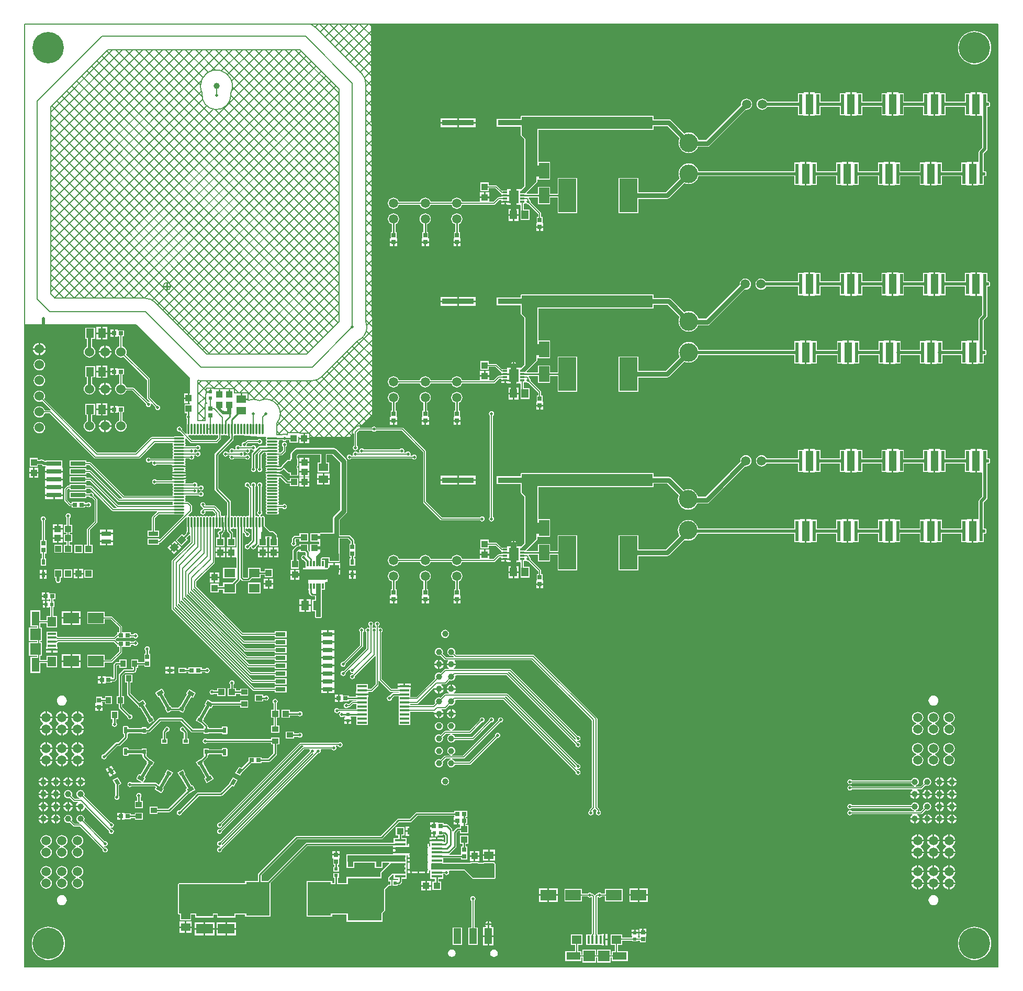
<source format=gtl>
%FSLAX25Y25*%
%MOIN*%
G70*
G01*
G75*
G04 Layer_Physical_Order=1*
G04 Layer_Color=255*
%ADD10C,0.00700*%
%ADD11R,0.02953X0.02559*%
%ADD12R,0.02559X0.02953*%
%ADD13R,0.01969X0.12992*%
%ADD14R,0.05118X0.12992*%
%ADD15R,0.01969X0.02362*%
%ADD16R,0.03937X0.04331*%
%ADD17R,0.04331X0.03937*%
%ADD18R,0.10630X0.06299*%
%ADD19R,0.02362X0.01969*%
%ADD20R,0.05906X0.05118*%
%ADD21R,0.05118X0.05906*%
G04:AMPARAMS|DCode=22|XSize=39.37mil|YSize=43.31mil|CornerRadius=0mil|HoleSize=0mil|Usage=FLASHONLY|Rotation=135.000|XOffset=0mil|YOffset=0mil|HoleType=Round|Shape=Rectangle|*
%AMROTATEDRECTD22*
4,1,4,0.02923,0.00139,-0.00139,-0.02923,-0.02923,-0.00139,0.00139,0.02923,0.02923,0.00139,0.0*
%
%ADD22ROTATEDRECTD22*%

%ADD23R,0.03937X0.03937*%
%ADD24R,0.03543X0.02362*%
%ADD25R,0.02362X0.03543*%
G04:AMPARAMS|DCode=26|XSize=23.62mil|YSize=35.43mil|CornerRadius=0mil|HoleSize=0mil|Usage=FLASHONLY|Rotation=330.000|XOffset=0mil|YOffset=0mil|HoleType=Round|Shape=Rectangle|*
%AMROTATEDRECTD26*
4,1,4,-0.01909,-0.00944,-0.00137,0.02125,0.01909,0.00944,0.00137,-0.02125,-0.01909,-0.00944,0.0*
%
%ADD26ROTATEDRECTD26*%

G04:AMPARAMS|DCode=27|XSize=23.62mil|YSize=35.43mil|CornerRadius=0mil|HoleSize=0mil|Usage=FLASHONLY|Rotation=210.000|XOffset=0mil|YOffset=0mil|HoleType=Round|Shape=Rectangle|*
%AMROTATEDRECTD27*
4,1,4,0.00137,0.02125,0.01909,-0.00944,-0.00137,-0.02125,-0.01909,0.00944,0.00137,0.02125,0.0*
%
%ADD27ROTATEDRECTD27*%

%ADD28R,0.02008X0.02953*%
G04:AMPARAMS|DCode=29|XSize=20.08mil|YSize=29.53mil|CornerRadius=0mil|HoleSize=0mil|Usage=FLASHONLY|Rotation=240.000|XOffset=0mil|YOffset=0mil|HoleType=Round|Shape=Rectangle|*
%AMROTATEDRECTD29*
4,1,4,-0.00777,0.01608,0.01781,0.00131,0.00777,-0.01608,-0.01781,-0.00131,-0.00777,0.01608,0.0*
%
%ADD29ROTATEDRECTD29*%

G04:AMPARAMS|DCode=30|XSize=20.08mil|YSize=29.53mil|CornerRadius=0mil|HoleSize=0mil|Usage=FLASHONLY|Rotation=300.000|XOffset=0mil|YOffset=0mil|HoleType=Round|Shape=Rectangle|*
%AMROTATEDRECTD30*
4,1,4,-0.01781,0.00131,0.00777,0.01608,0.01781,-0.00131,-0.00777,-0.01608,-0.01781,0.00131,0.0*
%
%ADD30ROTATEDRECTD30*%

%ADD31R,0.03347X0.03937*%
%ADD32R,0.03347X0.03937*%
%ADD33R,0.03937X0.03347*%
%ADD34R,0.03937X0.03347*%
%ADD35R,0.20472X0.03543*%
%ADD36R,0.06693X0.09843*%
%ADD37R,0.11417X0.21260*%
%ADD38R,0.04528X0.05512*%
%ADD39R,0.06299X0.07874*%
%ADD40R,0.02756X0.01181*%
%ADD41R,0.09843X0.06693*%
%ADD42O,0.07087X0.01181*%
%ADD43O,0.01181X0.07087*%
%ADD44R,0.09449X0.02992*%
%ADD45R,0.15157X0.21654*%
%ADD46R,0.04724X0.09843*%
%ADD47R,0.01575X0.05315*%
%ADD48R,0.06299X0.05512*%
%ADD49R,0.07480X0.07087*%
%ADD50R,0.09055X0.05118*%
%ADD51R,0.05118X0.09055*%
%ADD52R,0.07087X0.07480*%
%ADD53R,0.05512X0.06299*%
%ADD54R,0.05315X0.01575*%
%ADD55R,0.13386X0.07087*%
%ADD56R,0.01181X0.03347*%
%ADD57R,0.07087X0.05512*%
%ADD58R,0.06299X0.02992*%
%ADD59R,0.06102X0.01772*%
%ADD60C,0.03937*%
%ADD61R,0.02953X0.02008*%
%ADD62R,0.21654X0.27165*%
%ADD63R,0.03740X0.07480*%
%ADD64R,0.07008X0.01654*%
%ADD65R,0.11811X0.16535*%
%ADD66C,0.01000*%
%ADD67C,0.00600*%
%ADD68C,0.02000*%
%ADD69C,0.03000*%
G04:AMPARAMS|DCode=70|XSize=23.62mil|YSize=39.37mil|CornerRadius=0mil|HoleSize=0mil|Usage=FLASHONLY|Rotation=60.000|XOffset=0mil|YOffset=0mil|HoleType=Round|Shape=Rectangle|*
%AMROTATEDRECTD70*
4,1,4,0.01114,-0.02007,-0.02295,-0.00039,-0.01114,0.02007,0.02295,0.00039,0.01114,-0.02007,0.0*
%
%ADD70ROTATEDRECTD70*%

G04:AMPARAMS|DCode=71|XSize=23.62mil|YSize=39.37mil|CornerRadius=0mil|HoleSize=0mil|Usage=FLASHONLY|Rotation=120.000|XOffset=0mil|YOffset=0mil|HoleType=Round|Shape=Rectangle|*
%AMROTATEDRECTD71*
4,1,4,0.02295,-0.00039,-0.01114,-0.02007,-0.02295,0.00039,0.01114,0.02007,0.02295,-0.00039,0.0*
%
%ADD71ROTATEDRECTD71*%

%ADD72R,0.02362X0.03937*%
%ADD73R,0.02362X0.03740*%
%ADD74C,0.06000*%
%ADD75C,0.05906*%
%ADD76C,0.11811*%
%ADD77C,0.20000*%
%ADD78C,0.00394*%
%ADD79C,0.02000*%
%ADD80C,0.02598*%
G36*
X620000Y600000D02*
Y0D01*
X0D01*
Y409154D01*
X70866D01*
X105118Y374902D01*
X105226Y365430D01*
X104874Y365075D01*
X104831D01*
Y361909D01*
Y358744D01*
X105060D01*
X105252Y358283D01*
X104955Y357982D01*
X101762D01*
Y352451D01*
X103209D01*
Y351273D01*
X103177Y351252D01*
X102823Y350723D01*
X102699Y350098D01*
X102823Y349474D01*
X103177Y348945D01*
X103209Y348923D01*
Y345838D01*
X103117Y345374D01*
Y339484D01*
X103046Y339454D01*
X102585Y339363D01*
X100001Y341946D01*
X100057Y342224D01*
X99932Y342849D01*
X99579Y343378D01*
X99050Y343732D01*
X98425Y343856D01*
X97801Y343732D01*
X97272Y343378D01*
X96918Y342849D01*
X96794Y342224D01*
X96918Y341600D01*
X97272Y341071D01*
X97801Y340717D01*
X98425Y340593D01*
X98703Y340648D01*
X101287Y338065D01*
X101195Y337604D01*
X101166Y337533D01*
X95276D01*
X94811Y337440D01*
X94506Y337236D01*
X80709D01*
X80357Y337167D01*
X80060Y336968D01*
X70486Y327394D01*
X46304D01*
X12331Y361367D01*
X12345Y361385D01*
X12707Y362260D01*
X12831Y363200D01*
X12707Y364140D01*
X12345Y365016D01*
X11767Y365768D01*
X11016Y366345D01*
X10140Y366707D01*
X9200Y366831D01*
X8260Y366707D01*
X7384Y366345D01*
X6633Y365768D01*
X6055Y365016D01*
X5693Y364140D01*
X5569Y363200D01*
X5693Y362260D01*
X6055Y361385D01*
X6633Y360632D01*
X7384Y360055D01*
X8260Y359693D01*
X9200Y359569D01*
X10140Y359693D01*
X11016Y360055D01*
X11033Y360069D01*
X16585Y354517D01*
X16349Y354076D01*
X16142Y354118D01*
X12710D01*
X12707Y354140D01*
X12345Y355015D01*
X11767Y355767D01*
X11016Y356345D01*
X10140Y356707D01*
X9200Y356831D01*
X8260Y356707D01*
X7384Y356345D01*
X6633Y355767D01*
X6055Y355015D01*
X5693Y354140D01*
X5569Y353200D01*
X5693Y352260D01*
X6055Y351384D01*
X6633Y350632D01*
X7384Y350055D01*
X8260Y349693D01*
X9200Y349569D01*
X10140Y349693D01*
X11016Y350055D01*
X11767Y350632D01*
X12345Y351384D01*
X12707Y352260D01*
X12710Y352282D01*
X15762D01*
X44185Y323859D01*
X44483Y323660D01*
X44834Y323590D01*
X72785D01*
X73137Y323660D01*
X73434Y323859D01*
X83008Y333433D01*
X94016D01*
X94251Y332992D01*
X94154Y332846D01*
X94062Y332382D01*
X94154Y331917D01*
X94417Y331524D01*
Y331272D01*
X94154Y330878D01*
X94062Y330413D01*
X94154Y329949D01*
X94417Y329555D01*
Y329303D01*
X94154Y328909D01*
X94062Y328445D01*
X94154Y327980D01*
X94417Y327587D01*
Y327335D01*
X94154Y326941D01*
X94062Y326476D01*
X94154Y326012D01*
X94417Y325618D01*
Y325366D01*
X94154Y324972D01*
X94062Y324508D01*
X94154Y324043D01*
X94251Y323898D01*
X94016Y323457D01*
X80051D01*
X79894Y323693D01*
X79364Y324046D01*
X78740Y324171D01*
X78116Y324046D01*
X77587Y323693D01*
X77233Y323164D01*
X77109Y322539D01*
X77233Y321915D01*
X77587Y321386D01*
X78116Y321032D01*
X78740Y320908D01*
X79364Y321032D01*
X79894Y321386D01*
X80051Y321622D01*
X80942D01*
X81170Y321195D01*
X81046Y320571D01*
X81170Y319947D01*
X81524Y319417D01*
X82053Y319064D01*
X82677Y318939D01*
X83301Y319064D01*
X83831Y319417D01*
X83988Y319653D01*
X93547D01*
X93777Y319223D01*
X93753Y319102D01*
X102703D01*
X102679Y319223D01*
X102328Y319749D01*
X102145Y319871D01*
X102303Y320106D01*
X102395Y320571D01*
X102303Y321035D01*
X102039Y321429D01*
Y321681D01*
X102303Y322075D01*
X102395Y322539D01*
X102303Y323004D01*
X102205Y323149D01*
X102441Y323590D01*
X104988D01*
X105146Y323354D01*
X105675Y323001D01*
X106299Y322877D01*
X106923Y323001D01*
X107453Y323354D01*
X107806Y323884D01*
X107931Y324508D01*
X107806Y325132D01*
X108034Y325559D01*
X108925D01*
X109083Y325323D01*
X109612Y324969D01*
X110236Y324845D01*
X110861Y324969D01*
X111390Y325323D01*
X111743Y325852D01*
X111868Y326476D01*
X111743Y327101D01*
X111390Y327630D01*
X110861Y327984D01*
X110236Y328108D01*
X109612Y327984D01*
X109083Y327630D01*
X108925Y327394D01*
X108034D01*
X107806Y327821D01*
X107931Y328445D01*
X107806Y329069D01*
X108034Y329496D01*
X108925D01*
X109083Y329260D01*
X109612Y328906D01*
X110236Y328782D01*
X110861Y328906D01*
X111390Y329260D01*
X111743Y329789D01*
X111868Y330413D01*
X111743Y331038D01*
X111390Y331567D01*
X110861Y331921D01*
X110236Y332045D01*
X109612Y331921D01*
X109083Y331567D01*
X108925Y331331D01*
X102441D01*
X102205Y331772D01*
X102303Y331917D01*
X102395Y332382D01*
X102303Y332846D01*
X102039Y333240D01*
Y333492D01*
X102303Y333886D01*
X102395Y334350D01*
X102303Y334815D01*
X102039Y335209D01*
Y335461D01*
X102303Y335854D01*
X102395Y336319D01*
X102927Y336425D01*
X105650Y333701D01*
X105948Y333503D01*
X106299Y333433D01*
X122047D01*
X122398Y333503D01*
X122696Y333701D01*
X124665Y335670D01*
X124864Y335968D01*
X124933Y336319D01*
Y338209D01*
X125374Y338444D01*
X125520Y338347D01*
X125984Y338255D01*
X126449Y338347D01*
X126843Y338610D01*
X127094D01*
X127488Y338347D01*
X127953Y338255D01*
X128417Y338347D01*
X128653Y338504D01*
X128774Y338322D01*
X129301Y337970D01*
X129421Y337946D01*
Y342421D01*
X130421D01*
Y337906D01*
X130768Y337621D01*
Y336390D01*
X121254Y326876D01*
X121011Y326512D01*
X120926Y326083D01*
X120926Y326083D01*
Y304070D01*
X120926Y304070D01*
X121011Y303641D01*
X121254Y303277D01*
X128864Y295667D01*
Y287760D01*
X128477Y287442D01*
X128453Y287447D01*
Y282972D01*
Y278497D01*
X128477Y278502D01*
X128864Y278185D01*
Y277698D01*
X128864Y277698D01*
X128949Y277269D01*
X129192Y276905D01*
X130395Y275702D01*
Y273212D01*
X128931D01*
Y267681D01*
X134069D01*
Y273212D01*
X132639D01*
Y276167D01*
X132639Y276167D01*
X132553Y276596D01*
X132310Y276960D01*
X132310Y276960D01*
X131148Y278122D01*
X131173Y278621D01*
X131493Y278885D01*
X131890Y278806D01*
X132354Y278898D01*
X132748Y279161D01*
X133000D01*
X133394Y278898D01*
X133858Y278806D01*
X134319Y278897D01*
X134705Y278580D01*
Y266919D01*
X134705D01*
X134468D01*
X134352Y266919D01*
X134352Y266919D01*
Y266919D01*
X132000D01*
Y263754D01*
Y260588D01*
X134352D01*
X134352Y260588D01*
Y260588D01*
X134468Y260588D01*
X134705Y260351D01*
Y253980D01*
X134705D01*
X134569D01*
X134352Y253980D01*
X134352Y253980D01*
Y253980D01*
X126283D01*
Y247269D01*
X134328D01*
X134519Y246807D01*
X132244Y244531D01*
X126283D01*
Y242340D01*
X123369D01*
Y243919D01*
X118231D01*
Y238388D01*
X123369D01*
Y240097D01*
X126283D01*
Y237820D01*
X134569D01*
Y243684D01*
X136684Y245799D01*
X136927Y246163D01*
X136991Y246483D01*
X137469Y246628D01*
X138224Y245874D01*
X138224Y245874D01*
X138588Y245631D01*
X139017Y245545D01*
X142265D01*
X142265Y245545D01*
X142694Y245631D01*
X143058Y245874D01*
X144453Y247269D01*
X150317D01*
Y249545D01*
X152732D01*
Y247881D01*
X157869D01*
Y253412D01*
X152732D01*
Y251788D01*
X150317D01*
Y253980D01*
X142031D01*
Y248019D01*
X141800Y247789D01*
X139481D01*
X138981Y248289D01*
Y276096D01*
X139443Y276287D01*
X140156Y275574D01*
X140101Y275295D01*
X140225Y274671D01*
X140579Y274142D01*
X141108Y273788D01*
X141732Y273664D01*
X142357Y273788D01*
X142886Y274142D01*
X143239Y274671D01*
X143364Y275295D01*
X143239Y275920D01*
X142886Y276449D01*
X142357Y276802D01*
X141732Y276927D01*
X141454Y276871D01*
X140681Y277644D01*
Y278760D01*
X141122Y278995D01*
X141268Y278898D01*
X141732Y278806D01*
X142197Y278898D01*
X142591Y279161D01*
X142842D01*
X143236Y278898D01*
X143701Y278806D01*
X144161Y278897D01*
X144548Y278580D01*
Y271823D01*
X141770Y269045D01*
X141732Y269053D01*
X141108Y268928D01*
X140579Y268575D01*
X140225Y268046D01*
X140101Y267421D01*
X140225Y266797D01*
X140579Y266268D01*
X141108Y265914D01*
X141732Y265790D01*
X142357Y265914D01*
X142886Y266268D01*
X143239Y266797D01*
X143357Y267389D01*
X143470Y267442D01*
X143936Y267535D01*
X144049Y267475D01*
X144038Y267421D01*
X144162Y266797D01*
X144516Y266268D01*
X145045Y265914D01*
X145669Y265790D01*
X146294Y265914D01*
X146823Y266268D01*
X147177Y266797D01*
X147301Y267421D01*
X147293Y267459D01*
X148431Y268597D01*
X148553Y268780D01*
X149031Y268634D01*
Y267681D01*
X154168D01*
Y273212D01*
D01*
Y273212D01*
X154474Y273518D01*
X155931D01*
Y273212D01*
X155931D01*
Y267681D01*
X161068D01*
Y273212D01*
X160666D01*
Y274762D01*
X160476Y275221D01*
X158571Y277126D01*
X158111Y277316D01*
X156286D01*
X152789Y280814D01*
Y285925D01*
X152696Y286390D01*
X152433Y286784D01*
X152039Y287047D01*
X151575Y287139D01*
X151110Y287047D01*
X150716Y286784D01*
X150465D01*
X150071Y287047D01*
X150172Y287556D01*
X150231Y287568D01*
X150760Y287921D01*
X151113Y288451D01*
X151238Y289075D01*
X151113Y289699D01*
X150760Y290228D01*
X150728Y290250D01*
Y305616D01*
X150760Y305638D01*
X151113Y306167D01*
X151238Y306791D01*
X151113Y307416D01*
X150760Y307945D01*
X150231Y308298D01*
X149606Y308423D01*
X148982Y308298D01*
X148453Y307945D01*
X148099Y307416D01*
X147975Y306791D01*
X148099Y306167D01*
X148453Y305638D01*
X148485Y305616D01*
Y290250D01*
X148453Y290228D01*
X148099Y289699D01*
X147975Y289075D01*
X148099Y288451D01*
X148453Y287921D01*
X148982Y287568D01*
X149040Y287556D01*
X149142Y287047D01*
X148748Y286784D01*
X148496D01*
X148102Y287047D01*
X147638Y287139D01*
X147177Y287048D01*
X146791Y287365D01*
Y305616D01*
X146823Y305638D01*
X147177Y306167D01*
X147301Y306791D01*
X147177Y307416D01*
X146823Y307945D01*
X146294Y308298D01*
X145669Y308423D01*
X145045Y308298D01*
X144516Y307945D01*
X144162Y307416D01*
X144038Y306791D01*
X144120Y306378D01*
X143679Y306142D01*
X143308Y306513D01*
X143364Y306791D01*
X143239Y307416D01*
X142886Y307945D01*
X142357Y308298D01*
X141732Y308423D01*
X141108Y308298D01*
X140579Y307945D01*
X140225Y307416D01*
X140101Y306791D01*
X140225Y306167D01*
X140579Y305638D01*
X141108Y305284D01*
X141732Y305160D01*
X142011Y305215D01*
X142783Y304443D01*
Y287185D01*
X142342Y286949D01*
X142197Y287047D01*
X141732Y287139D01*
X141268Y287047D01*
X140874Y286784D01*
X140622D01*
X140228Y287047D01*
X139764Y287139D01*
X139299Y287047D01*
X138905Y286784D01*
X138654D01*
X138260Y287047D01*
X137795Y287139D01*
X137331Y287047D01*
X136937Y286784D01*
X136685D01*
X136291Y287047D01*
X135827Y287139D01*
X135362Y287047D01*
X134968Y286784D01*
X134717D01*
X134323Y287047D01*
X133858Y287139D01*
X133394Y287047D01*
X133000Y286784D01*
X132748D01*
X132354Y287047D01*
X131890Y287139D01*
X131493Y287060D01*
X131107Y287377D01*
Y296131D01*
X131107Y296132D01*
X131022Y296561D01*
X130779Y296925D01*
X130778Y296925D01*
X123169Y304534D01*
Y325618D01*
X132683Y335132D01*
X132683Y335132D01*
X132926Y335496D01*
X133011Y335925D01*
X133011Y335925D01*
Y337775D01*
X133388Y338338D01*
X133398Y338346D01*
X133858Y338255D01*
X134323Y338347D01*
X134493Y338461D01*
X135264Y338413D01*
X135362Y338347D01*
X135827Y338255D01*
X136291Y338347D01*
X136294Y338349D01*
X137785Y338257D01*
X137795Y338255D01*
X137801Y338256D01*
X150000Y337500D01*
X153551D01*
X153787Y337059D01*
X153603Y336783D01*
X153510Y336319D01*
X153603Y335854D01*
X153866Y335461D01*
Y335209D01*
X153603Y334815D01*
X153510Y334350D01*
X153603Y333886D01*
X153866Y333492D01*
Y333240D01*
X153603Y332846D01*
X153510Y332382D01*
X153602Y331922D01*
X153285Y331535D01*
X149606D01*
X149606Y331535D01*
X149177Y331450D01*
X148813Y331206D01*
X148813Y331206D01*
X147731Y330124D01*
X147290Y330360D01*
X147301Y330413D01*
X147177Y331038D01*
X146823Y331567D01*
X146294Y331921D01*
X145669Y332045D01*
X145045Y331921D01*
X144516Y331567D01*
X144358Y331331D01*
X141499D01*
X141271Y331758D01*
X141395Y332382D01*
X141340Y332660D01*
X142112Y333433D01*
X148295D01*
X148453Y333197D01*
X148982Y332843D01*
X149606Y332719D01*
X150231Y332843D01*
X150760Y333197D01*
X151113Y333726D01*
X151238Y334350D01*
X151113Y334975D01*
X150760Y335504D01*
X150231Y335858D01*
X149606Y335982D01*
X148982Y335858D01*
X148453Y335504D01*
X148295Y335268D01*
X141732D01*
X141381Y335198D01*
X141083Y334999D01*
X140042Y333958D01*
X139764Y334013D01*
X139139Y333889D01*
X138610Y333535D01*
X138257Y333006D01*
X138132Y332382D01*
X138257Y331758D01*
X138029Y331331D01*
X137138D01*
X136980Y331567D01*
X136451Y331921D01*
X135827Y332045D01*
X135203Y331921D01*
X134673Y331567D01*
X134320Y331038D01*
X134195Y330413D01*
X134320Y329789D01*
X134092Y329363D01*
X133201D01*
X133043Y329598D01*
X132514Y329952D01*
X131890Y330076D01*
X131265Y329952D01*
X130736Y329598D01*
X130383Y329069D01*
X130258Y328445D01*
X130383Y327821D01*
X130155Y327394D01*
X129264D01*
X129106Y327630D01*
X128577Y327984D01*
X127953Y328108D01*
X127329Y327984D01*
X126799Y327630D01*
X126446Y327101D01*
X126321Y326476D01*
X126446Y325852D01*
X126799Y325323D01*
X127329Y324969D01*
X127953Y324845D01*
X128577Y324969D01*
X129106Y325323D01*
X129264Y325559D01*
X130155D01*
X130383Y325132D01*
X130258Y324508D01*
X130383Y323884D01*
X130736Y323354D01*
X131265Y323001D01*
X131890Y322877D01*
X132514Y323001D01*
X133043Y323354D01*
X133201Y323590D01*
X140421D01*
X140579Y323354D01*
X141108Y323001D01*
X141732Y322877D01*
X142357Y323001D01*
X142886Y323354D01*
X143239Y323884D01*
X143364Y324508D01*
X143239Y325132D01*
X142886Y325661D01*
X142357Y326015D01*
X141732Y326139D01*
X141108Y326015D01*
X140579Y325661D01*
X140421Y325426D01*
X139531D01*
X139302Y325852D01*
X139427Y326476D01*
X139302Y327101D01*
X139531Y327527D01*
X140421D01*
X140579Y327291D01*
X141108Y326938D01*
X141732Y326814D01*
X142357Y326938D01*
X142886Y327291D01*
X143239Y327821D01*
X143364Y328445D01*
X143239Y329069D01*
X143467Y329496D01*
X144358D01*
X144516Y329260D01*
X145045Y328906D01*
X145669Y328782D01*
X145723Y328793D01*
X145958Y328352D01*
X144876Y327269D01*
X144633Y326906D01*
X144548Y326476D01*
X144548Y326476D01*
Y317809D01*
X144516Y317787D01*
X144162Y317258D01*
X144038Y316634D01*
X144162Y316010D01*
X144516Y315480D01*
X145045Y315127D01*
X145669Y315002D01*
X146294Y315127D01*
X146823Y315480D01*
X147177Y316010D01*
X147301Y316634D01*
X147177Y317258D01*
X146823Y317787D01*
X146791Y317809D01*
Y326012D01*
X149831Y329052D01*
X150322Y328955D01*
X150374Y328830D01*
X148813Y327269D01*
X148570Y326906D01*
X148485Y326476D01*
X148485Y326476D01*
Y317809D01*
X148453Y317787D01*
X148099Y317258D01*
X147975Y316634D01*
X148099Y316010D01*
X148453Y315480D01*
X148982Y315127D01*
X149606Y315002D01*
X150231Y315127D01*
X150760Y315480D01*
X151113Y316010D01*
X151238Y316634D01*
X151113Y317258D01*
X150760Y317787D01*
X150728Y317809D01*
Y326012D01*
X152039Y327323D01*
X153285D01*
X153602Y326937D01*
X153510Y326476D01*
X153603Y326012D01*
X153866Y325618D01*
Y325366D01*
X153603Y324972D01*
X153510Y324508D01*
X153603Y324043D01*
X153866Y323650D01*
Y323398D01*
X153603Y323004D01*
X153510Y322539D01*
X153603Y322075D01*
X153866Y321681D01*
Y321429D01*
X153603Y321035D01*
X153510Y320571D01*
X153603Y320106D01*
X153760Y319871D01*
X153578Y319749D01*
X153226Y319223D01*
X153202Y319102D01*
X162152D01*
X162128Y319223D01*
X161777Y319749D01*
X161594Y319871D01*
X161751Y320106D01*
X161844Y320571D01*
X161751Y321035D01*
X161488Y321429D01*
Y321681D01*
X161751Y322075D01*
X161844Y322539D01*
X161751Y323004D01*
X161488Y323398D01*
Y323650D01*
X161751Y324043D01*
X161844Y324508D01*
X161751Y324972D01*
X161654Y325118D01*
X161890Y325559D01*
X163386D01*
X163737Y325629D01*
X164035Y325828D01*
X166003Y327796D01*
X166202Y328094D01*
X166272Y328445D01*
Y331071D01*
X166508Y331228D01*
X166861Y331758D01*
X166986Y332382D01*
X166861Y333006D01*
X166508Y333535D01*
X165979Y333889D01*
X165354Y334013D01*
X164730Y333889D01*
X164201Y333535D01*
X163847Y333006D01*
X163723Y332382D01*
X163847Y331758D01*
X164201Y331228D01*
X164437Y331071D01*
Y328825D01*
X163006Y327394D01*
X161890D01*
X161654Y327835D01*
X161751Y327980D01*
X161844Y328445D01*
X161751Y328909D01*
X161488Y329303D01*
Y329555D01*
X161751Y329949D01*
X161844Y330413D01*
X161751Y330878D01*
X161488Y331272D01*
Y331524D01*
X161751Y331917D01*
X161844Y332382D01*
X161751Y332846D01*
X161488Y333240D01*
Y333492D01*
X161751Y333886D01*
X161844Y334350D01*
X161752Y334811D01*
X162069Y335197D01*
X164179D01*
X164201Y335165D01*
X164730Y334812D01*
X165354Y334688D01*
X165979Y334812D01*
X166508Y335165D01*
X166529Y335197D01*
X168494D01*
Y333750D01*
X174025D01*
Y337500D01*
X174787D01*
Y336819D01*
X181118D01*
Y337500D01*
X207087D01*
X209250Y339664D01*
X209712Y339472D01*
Y331725D01*
X209476Y331567D01*
X209123Y331038D01*
X208999Y330413D01*
X209123Y329789D01*
X209476Y329260D01*
X210006Y328906D01*
X210630Y328782D01*
X211254Y328906D01*
X211784Y329260D01*
X212137Y329789D01*
X212261Y330413D01*
X212137Y331038D01*
X211784Y331567D01*
X211548Y331725D01*
Y339876D01*
X212979Y341307D01*
X221130D01*
X221287Y341071D01*
X221817Y340717D01*
X222441Y340593D01*
X223065Y340717D01*
X223594Y341071D01*
X223752Y341307D01*
X240171D01*
X253708Y327769D01*
Y295866D01*
X253778Y295515D01*
X253977Y295217D01*
X264705Y284489D01*
X265003Y284290D01*
X265354Y284220D01*
X290027D01*
X290185Y283984D01*
X290714Y283631D01*
X291339Y283506D01*
X291963Y283631D01*
X292492Y283984D01*
X292846Y284513D01*
X292970Y285138D01*
X292846Y285762D01*
X292492Y286291D01*
X291963Y286645D01*
X291339Y286769D01*
X290714Y286645D01*
X290185Y286291D01*
X290027Y286055D01*
X265734D01*
X255544Y296246D01*
Y328150D01*
X255474Y328501D01*
X255275Y328799D01*
X241200Y342873D01*
X240902Y343072D01*
X240551Y343142D01*
X223752D01*
X223594Y343378D01*
X223065Y343732D01*
X222441Y343856D01*
X221817Y343732D01*
X221287Y343378D01*
X221130Y343142D01*
X213382D01*
X213191Y343604D01*
X221260Y351673D01*
X220474Y599744D01*
X220827Y600098D01*
X620000Y600000D01*
D02*
G37*
G36*
X156017Y276667D02*
X158111D01*
X160017Y274762D01*
Y270667D01*
X157017D01*
Y274167D01*
X153017D01*
Y270667D01*
X150517D01*
Y276667D01*
X151017Y277167D01*
Y280667D01*
X152017D01*
X156017Y276667D01*
D02*
G37*
G36*
X121583Y338347D02*
X122047Y338255D01*
X122512Y338347D01*
X122657Y338444D01*
X123098Y338209D01*
Y336699D01*
X121667Y335268D01*
X106679D01*
X104225Y337722D01*
X104331Y338255D01*
X104795Y338347D01*
X105189Y338610D01*
X105441D01*
X105835Y338347D01*
X106299Y338255D01*
X106764Y338347D01*
X107158Y338610D01*
X107409D01*
X107803Y338347D01*
X108268Y338255D01*
X108732Y338347D01*
X109126Y338610D01*
X109378D01*
X109772Y338347D01*
X110236Y338255D01*
X110701Y338347D01*
X111094Y338610D01*
X111346D01*
X111740Y338347D01*
X112205Y338255D01*
X112669Y338347D01*
X113063Y338610D01*
X113315D01*
X113709Y338347D01*
X114173Y338255D01*
X114638Y338347D01*
X115032Y338610D01*
X115283D01*
X115677Y338347D01*
X116142Y338255D01*
X116606Y338347D01*
X117000Y338610D01*
X117252D01*
X117646Y338347D01*
X118110Y338255D01*
X118575Y338347D01*
X118969Y338610D01*
X119220D01*
X119614Y338347D01*
X120079Y338255D01*
X120543Y338347D01*
X120937Y338610D01*
X121189D01*
X121583Y338347D01*
D02*
G37*
G36*
X124911Y355143D02*
X126517Y353537D01*
X128411D01*
X128911Y354037D01*
Y357537D01*
X131411D01*
Y351537D01*
X126155D01*
X122411Y355281D01*
Y358037D01*
X124911D01*
Y355143D01*
D02*
G37*
%LPC*%
G36*
X17504Y138535D02*
X9662D01*
X9732Y138004D01*
X10130Y137042D01*
X10763Y136216D01*
X11587Y135585D01*
Y135085D01*
X10763Y134453D01*
X10130Y133627D01*
X9732Y132666D01*
X9662Y132134D01*
X17504D01*
X17434Y132666D01*
X17035Y133627D01*
X16402Y134453D01*
X15579Y135085D01*
Y135585D01*
X16402Y136216D01*
X17035Y137042D01*
X17434Y138004D01*
X17504Y138535D01*
D02*
G37*
G36*
X588779Y142619D02*
X587852Y142497D01*
X586988Y142139D01*
X586246Y141569D01*
X585676Y140827D01*
X585318Y139963D01*
X585196Y139035D01*
X585318Y138108D01*
X585676Y137244D01*
X586246Y136502D01*
X586988Y135932D01*
X587827Y135585D01*
X587827Y135085D01*
X586988Y134737D01*
X586246Y134168D01*
X585676Y133426D01*
X585318Y132561D01*
X585196Y131634D01*
X585318Y130706D01*
X585676Y129842D01*
X586246Y129100D01*
X586988Y128531D01*
X587852Y128173D01*
X588779Y128050D01*
X589707Y128173D01*
X590571Y128531D01*
X591313Y129100D01*
X591883Y129842D01*
X592241Y130706D01*
X592363Y131634D01*
X592241Y132561D01*
X591883Y133426D01*
X591313Y134168D01*
X590571Y134737D01*
X589732Y135085D01*
X589732Y135585D01*
X590571Y135932D01*
X591313Y136502D01*
X591883Y137244D01*
X592241Y138108D01*
X592363Y139035D01*
X592241Y139963D01*
X591883Y140827D01*
X591313Y141569D01*
X590571Y142139D01*
X589707Y142497D01*
X588779Y142619D01*
D02*
G37*
G36*
X568780D02*
X567852Y142497D01*
X566988Y142139D01*
X566246Y141569D01*
X565676Y140827D01*
X565318Y139963D01*
X565196Y139035D01*
X565318Y138108D01*
X565676Y137244D01*
X566246Y136502D01*
X566988Y135932D01*
X567827Y135585D01*
X567827Y135085D01*
X566988Y134737D01*
X566246Y134168D01*
X565676Y133426D01*
X565318Y132561D01*
X565196Y131634D01*
X565318Y130706D01*
X565676Y129842D01*
X566246Y129100D01*
X566988Y128531D01*
X567852Y128173D01*
X568780Y128050D01*
X569707Y128173D01*
X570571Y128531D01*
X571313Y129100D01*
X571883Y129842D01*
X572241Y130706D01*
X572363Y131634D01*
X572241Y132561D01*
X571883Y133426D01*
X571313Y134168D01*
X570571Y134737D01*
X569732Y135085D01*
X569732Y135585D01*
X570571Y135932D01*
X571313Y136502D01*
X571883Y137244D01*
X572241Y138108D01*
X572363Y139035D01*
X572241Y139963D01*
X571883Y140827D01*
X571313Y141569D01*
X570571Y142139D01*
X569707Y142497D01*
X568780Y142619D01*
D02*
G37*
G36*
X578780D02*
X577852Y142497D01*
X576988Y142139D01*
X576246Y141569D01*
X575676Y140827D01*
X575318Y139963D01*
X575196Y139035D01*
X575318Y138108D01*
X575676Y137244D01*
X576246Y136502D01*
X576988Y135932D01*
X577827Y135585D01*
X577827Y135085D01*
X576988Y134737D01*
X576246Y134168D01*
X575676Y133426D01*
X575318Y132561D01*
X575196Y131634D01*
X575318Y130706D01*
X575676Y129842D01*
X576246Y129100D01*
X576988Y128531D01*
X577852Y128173D01*
X578780Y128050D01*
X579707Y128173D01*
X580571Y128531D01*
X581313Y129100D01*
X581883Y129842D01*
X582241Y130706D01*
X582363Y131634D01*
X582241Y132561D01*
X581883Y133426D01*
X581313Y134168D01*
X580571Y134737D01*
X579732Y135085D01*
X579732Y135585D01*
X580571Y135932D01*
X581313Y136502D01*
X581883Y137244D01*
X582241Y138108D01*
X582363Y139035D01*
X582241Y139963D01*
X581883Y140827D01*
X581313Y141569D01*
X580571Y142139D01*
X579707Y142497D01*
X578780Y142619D01*
D02*
G37*
G36*
X27504Y138535D02*
X19662D01*
X19732Y138004D01*
X20130Y137042D01*
X20764Y136216D01*
X21587Y135585D01*
Y135085D01*
X20764Y134453D01*
X20130Y133627D01*
X19732Y132666D01*
X19662Y132134D01*
X27504D01*
X27434Y132666D01*
X27035Y133627D01*
X26402Y134453D01*
X25579Y135085D01*
Y135585D01*
X26402Y136216D01*
X27035Y137042D01*
X27434Y138004D01*
X27504Y138535D01*
D02*
G37*
G36*
X128429Y139275D02*
X126067D01*
X125608Y139084D01*
X125417Y138625D01*
Y138485D01*
X117041D01*
Y138930D01*
X113833D01*
Y136991D01*
X113806Y136854D01*
X113833Y136716D01*
Y134777D01*
X113902D01*
X114094Y134315D01*
X112105Y132327D01*
X110793Y131569D01*
X110660Y131524D01*
X110555Y131431D01*
X108876Y130462D01*
X110480Y127684D01*
X110559Y127730D01*
X111042Y127601D01*
X114877Y120959D01*
X114747Y120476D01*
X114591Y120385D01*
X114288Y119991D01*
X114353Y119498D01*
X115534Y117453D01*
X115929Y117150D01*
X115929D01*
D01*
X116421Y117215D01*
X119831Y119183D01*
X119831D01*
X120134Y119578D01*
X120069Y120071D01*
X118888Y122116D01*
X118493Y122419D01*
X118000Y122354D01*
X117879Y122284D01*
X113691Y129538D01*
X114076Y129761D01*
X113576Y130626D01*
X116230Y133279D01*
X116473Y133643D01*
X116559Y134072D01*
X116559Y134072D01*
Y134777D01*
X117041D01*
Y135222D01*
X125417D01*
Y134688D01*
X125608Y134229D01*
X126067Y134039D01*
X128429D01*
X128888Y134229D01*
X129078Y134688D01*
Y138625D01*
X128888Y139084D01*
X128429Y139275D01*
D02*
G37*
G36*
X13083Y142956D02*
X12551Y142886D01*
X11589Y142488D01*
X10763Y141855D01*
X10130Y141029D01*
X9732Y140067D01*
X9662Y139535D01*
X13083D01*
Y142956D01*
D02*
G37*
G36*
X37504Y138535D02*
X29662D01*
X29732Y138004D01*
X30130Y137042D01*
X30764Y136216D01*
X31587Y135585D01*
Y135085D01*
X30764Y134453D01*
X30130Y133627D01*
X29732Y132666D01*
X29662Y132134D01*
X37504D01*
X37434Y132666D01*
X37035Y133627D01*
X36402Y134453D01*
X35579Y135085D01*
Y135585D01*
X36402Y136216D01*
X37035Y137042D01*
X37434Y138004D01*
X37504Y138535D01*
D02*
G37*
G36*
X263779Y140091D02*
X263109Y140002D01*
X262484Y139744D01*
X261948Y139332D01*
X261536Y138795D01*
X261277Y138171D01*
X261189Y137500D01*
X261277Y136829D01*
X261536Y136205D01*
X261948Y135668D01*
X262484Y135256D01*
X263109Y134998D01*
X263779Y134909D01*
X264450Y134998D01*
X265075Y135256D01*
X265611Y135668D01*
X266023Y136205D01*
X266282Y136829D01*
X266370Y137500D01*
X266282Y138171D01*
X266023Y138795D01*
X265611Y139332D01*
X265075Y139744D01*
X264450Y140002D01*
X263779Y140091D01*
D02*
G37*
G36*
X65437Y139668D02*
X63075D01*
X62616Y139478D01*
X62425Y139019D01*
Y135082D01*
X62616Y134623D01*
X63075Y134432D01*
X65437D01*
X65896Y134623D01*
X66086Y135082D01*
X66086D01*
Y135082D01*
X66227Y135222D01*
X74463Y135222D01*
Y134777D01*
X74945D01*
Y134072D01*
X74945Y134072D01*
X75031Y133643D01*
X75274Y133279D01*
X77927Y130626D01*
X77428Y129761D01*
X77813Y129538D01*
X73802Y122590D01*
X73319Y122460D01*
X73163Y122551D01*
X72670Y122616D01*
X72275Y122313D01*
X71094Y120267D01*
X71029Y119774D01*
X71332Y119380D01*
X74259Y117690D01*
X74129Y117207D01*
X68187D01*
X68165Y117239D01*
X67636Y117593D01*
X67012Y117717D01*
X66387Y117593D01*
X65858Y117239D01*
X65505Y116710D01*
X65380Y116086D01*
X65505Y115462D01*
X65858Y114932D01*
X66387Y114579D01*
X67012Y114454D01*
X67636Y114579D01*
X68165Y114932D01*
X68187Y114964D01*
X82830D01*
X83392Y114402D01*
X82857Y113476D01*
X82792Y112983D01*
X83095Y112589D01*
X86504Y110620D01*
X86504Y110620D01*
X86997Y110555D01*
D01*
X86997D01*
X87392Y110858D01*
X88573Y112904D01*
X88638Y113397D01*
X88335Y113791D01*
X88213Y113861D01*
X92225Y120809D01*
X92708Y120939D01*
X92787Y120893D01*
X94391Y123671D01*
X92712Y124640D01*
X92607Y124733D01*
X92474Y124778D01*
X90795Y125747D01*
X89191Y122969D01*
X89576Y122747D01*
X85625Y115903D01*
X85129Y115837D01*
X84087Y116879D01*
X83724Y117122D01*
X83294Y117207D01*
X83294Y117207D01*
X75968D01*
X75629Y117649D01*
X76810Y119695D01*
X76875Y120188D01*
X76572Y120582D01*
X76451Y120652D01*
X80462Y127601D01*
X80945Y127730D01*
X81024Y127684D01*
X82628Y130462D01*
X80949Y131431D01*
X80844Y131524D01*
X80711Y131569D01*
X79399Y132327D01*
X77410Y134315D01*
X77602Y134777D01*
X77671D01*
Y136716D01*
X77698Y136854D01*
X77671Y136991D01*
Y138930D01*
X74463D01*
Y138838D01*
X74109Y138485D01*
X66086Y138485D01*
Y139019D01*
X65896Y139478D01*
X65437Y139668D01*
D02*
G37*
G36*
X13083Y131134D02*
X9662D01*
X9732Y130602D01*
X10130Y129640D01*
X10763Y128815D01*
X11589Y128181D01*
X12551Y127783D01*
X13083Y127713D01*
Y131134D01*
D02*
G37*
G36*
X55287Y128045D02*
X53831Y127205D01*
X54966Y125237D01*
X56422Y126078D01*
X55287Y128045D01*
D02*
G37*
G36*
X56922Y125212D02*
X55467Y124371D01*
X56602Y122404D01*
X58058Y123245D01*
X56922Y125212D01*
D02*
G37*
G36*
X52965Y126705D02*
X51509Y125864D01*
X52645Y123897D01*
X54100Y124737D01*
X52965Y126705D01*
D02*
G37*
G36*
X33083Y131134D02*
X29662D01*
X29732Y130602D01*
X30130Y129640D01*
X30764Y128815D01*
X31589Y128181D01*
X32551Y127783D01*
X33083Y127713D01*
Y131134D01*
D02*
G37*
G36*
X37504D02*
X34083D01*
Y127713D01*
X34615Y127783D01*
X35576Y128181D01*
X36402Y128815D01*
X37035Y129640D01*
X37434Y130602D01*
X37504Y131134D01*
D02*
G37*
G36*
X27504D02*
X24083D01*
Y127713D01*
X24614Y127783D01*
X25576Y128181D01*
X26402Y128815D01*
X27035Y129640D01*
X27434Y130602D01*
X27504Y131134D01*
D02*
G37*
G36*
X17504D02*
X14083D01*
Y127713D01*
X14615Y127783D01*
X15576Y128181D01*
X16402Y128815D01*
X17035Y129640D01*
X17434Y130602D01*
X17504Y131134D01*
D02*
G37*
G36*
X23083D02*
X19662D01*
X19732Y130602D01*
X20130Y129640D01*
X20764Y128815D01*
X21589Y128181D01*
X22551Y127783D01*
X23083Y127713D01*
Y131134D01*
D02*
G37*
G36*
X14083Y142956D02*
Y139535D01*
X17504D01*
X17434Y140067D01*
X17035Y141029D01*
X16402Y141855D01*
X15576Y142488D01*
X14615Y142886D01*
X14083Y142956D01*
D02*
G37*
G36*
X33083Y150799D02*
X29662D01*
X29732Y150267D01*
X30130Y149306D01*
X30764Y148480D01*
X31589Y147846D01*
X32551Y147448D01*
X33083Y147378D01*
Y150799D01*
D02*
G37*
G36*
X37504D02*
X34083D01*
Y147378D01*
X34615Y147448D01*
X35576Y147846D01*
X36402Y148480D01*
X37035Y149306D01*
X37434Y150267D01*
X37504Y150799D01*
D02*
G37*
G36*
X23083D02*
X19662D01*
X19732Y150267D01*
X20130Y149306D01*
X20764Y148480D01*
X21589Y147846D01*
X22551Y147448D01*
X23083Y147378D01*
Y150799D01*
D02*
G37*
G36*
X27504D02*
X24083D01*
Y147378D01*
X24614Y147448D01*
X25576Y147846D01*
X26402Y148480D01*
X27035Y149306D01*
X27434Y150267D01*
X27504Y150799D01*
D02*
G37*
G36*
X568780Y162284D02*
X567852Y162162D01*
X566988Y161804D01*
X566246Y161235D01*
X565676Y160493D01*
X565318Y159628D01*
X565196Y158701D01*
X565318Y157773D01*
X565676Y156909D01*
X566246Y156167D01*
X566988Y155597D01*
X567827Y155250D01*
X567827Y154750D01*
X566988Y154402D01*
X566246Y153833D01*
X565676Y153091D01*
X565318Y152227D01*
X565196Y151299D01*
X565318Y150372D01*
X565676Y149507D01*
X566246Y148765D01*
X566988Y148196D01*
X567852Y147838D01*
X568780Y147716D01*
X569707Y147838D01*
X570571Y148196D01*
X571313Y148765D01*
X571883Y149507D01*
X572241Y150372D01*
X572363Y151299D01*
X572241Y152227D01*
X571883Y153091D01*
X571313Y153833D01*
X570571Y154402D01*
X569732Y154750D01*
X569732Y155250D01*
X570571Y155597D01*
X571313Y156167D01*
X571883Y156909D01*
X572241Y157773D01*
X572363Y158701D01*
X572241Y159628D01*
X571883Y160493D01*
X571313Y161235D01*
X570571Y161804D01*
X569707Y162162D01*
X568780Y162284D01*
D02*
G37*
G36*
X159449Y170627D02*
X158825Y170503D01*
X158295Y170150D01*
X157942Y169620D01*
X157817Y168996D01*
X157942Y168372D01*
X158295Y167842D01*
X158531Y167685D01*
Y163691D01*
X156684D01*
Y158554D01*
X158531D01*
Y153553D01*
X156880D01*
Y149006D01*
X162017D01*
Y153553D01*
X160366D01*
Y158554D01*
X162214D01*
Y163691D01*
X160366D01*
Y167685D01*
X160602Y167842D01*
X160956Y168372D01*
X161080Y168996D01*
X160956Y169620D01*
X160602Y170150D01*
X160073Y170503D01*
X159449Y170627D01*
D02*
G37*
G36*
X90551Y152911D02*
X89927Y152787D01*
X89398Y152433D01*
X89044Y151904D01*
X88920Y151279D01*
X88927Y151242D01*
X88069Y150384D01*
X87826Y150020D01*
X87741Y149591D01*
X87741Y149591D01*
Y145249D01*
X86786D01*
Y142041D01*
X90939D01*
Y145249D01*
X89984D01*
Y149126D01*
X90513Y149656D01*
X90551Y149648D01*
X91176Y149772D01*
X91705Y150126D01*
X92058Y150655D01*
X92182Y151279D01*
X92058Y151904D01*
X91705Y152433D01*
X91176Y152787D01*
X90551Y152911D01*
D02*
G37*
G36*
X578780Y162284D02*
X577852Y162162D01*
X576988Y161804D01*
X576246Y161235D01*
X575676Y160493D01*
X575318Y159628D01*
X575196Y158701D01*
X575318Y157773D01*
X575676Y156909D01*
X576246Y156167D01*
X576988Y155597D01*
X577827Y155250D01*
X577827Y154750D01*
X576988Y154402D01*
X576246Y153833D01*
X575676Y153091D01*
X575318Y152227D01*
X575196Y151299D01*
X575318Y150372D01*
X575676Y149507D01*
X576246Y148765D01*
X576988Y148196D01*
X577852Y147838D01*
X578780Y147716D01*
X579707Y147838D01*
X580571Y148196D01*
X581313Y148765D01*
X581883Y149507D01*
X582241Y150372D01*
X582363Y151299D01*
X582241Y152227D01*
X581883Y153091D01*
X581313Y153833D01*
X580571Y154402D01*
X579732Y154750D01*
X579732Y155250D01*
X580571Y155597D01*
X581313Y156167D01*
X581883Y156909D01*
X582241Y157773D01*
X582363Y158701D01*
X582241Y159628D01*
X581883Y160493D01*
X581313Y161235D01*
X580571Y161804D01*
X579707Y162162D01*
X578780Y162284D01*
D02*
G37*
G36*
X588779D02*
X587852Y162162D01*
X586988Y161804D01*
X586246Y161235D01*
X585676Y160493D01*
X585318Y159628D01*
X585196Y158701D01*
X585318Y157773D01*
X585676Y156909D01*
X586246Y156167D01*
X586988Y155597D01*
X587827Y155250D01*
X587827Y154750D01*
X586988Y154402D01*
X586246Y153833D01*
X585676Y153091D01*
X585318Y152227D01*
X585196Y151299D01*
X585318Y150372D01*
X585676Y149507D01*
X586246Y148765D01*
X586988Y148196D01*
X587852Y147838D01*
X588779Y147716D01*
X589707Y147838D01*
X590571Y148196D01*
X591313Y148765D01*
X591883Y149507D01*
X592241Y150372D01*
X592363Y151299D01*
X592241Y152227D01*
X591883Y153091D01*
X591313Y153833D01*
X590571Y154402D01*
X589732Y154750D01*
X589732Y155250D01*
X590571Y155597D01*
X591313Y156167D01*
X591883Y156909D01*
X592241Y157773D01*
X592363Y158701D01*
X592241Y159628D01*
X591883Y160493D01*
X591313Y161235D01*
X590571Y161804D01*
X589707Y162162D01*
X588779Y162284D01*
D02*
G37*
G36*
X17504Y150799D02*
X14083D01*
Y147378D01*
X14615Y147448D01*
X15576Y147846D01*
X16402Y148480D01*
X17035Y149306D01*
X17434Y150267D01*
X17504Y150799D01*
D02*
G37*
G36*
X33083Y142956D02*
X32551Y142886D01*
X31589Y142488D01*
X30764Y141855D01*
X30130Y141029D01*
X29732Y140067D01*
X29662Y139535D01*
X33083D01*
Y142956D01*
D02*
G37*
G36*
X34083D02*
Y139535D01*
X37504D01*
X37434Y140067D01*
X37035Y141029D01*
X36402Y141855D01*
X35576Y142488D01*
X34615Y142886D01*
X34083Y142956D01*
D02*
G37*
G36*
X23083D02*
X22551Y142886D01*
X21589Y142488D01*
X20764Y141855D01*
X20130Y141029D01*
X19732Y140067D01*
X19662Y139535D01*
X23083D01*
Y142956D01*
D02*
G37*
G36*
X24083D02*
Y139535D01*
X27504D01*
X27434Y140067D01*
X27035Y141029D01*
X26402Y141855D01*
X25576Y142488D01*
X24614Y142886D01*
X24083Y142956D01*
D02*
G37*
G36*
X200787Y143068D02*
X200163Y142944D01*
X199777Y142686D01*
X175528D01*
X175177Y142616D01*
X174880Y142417D01*
X124294Y91832D01*
X124016Y91887D01*
X123391Y91763D01*
X122862Y91409D01*
X122509Y90880D01*
X122384Y90256D01*
X122509Y89632D01*
X122862Y89102D01*
X123391Y88749D01*
X124016Y88625D01*
X124640Y88749D01*
X125169Y89102D01*
X125523Y89632D01*
X125647Y90256D01*
X125592Y90534D01*
X175908Y140851D01*
X177345D01*
X177394Y140353D01*
X177208Y140316D01*
X176910Y140117D01*
X124622Y87830D01*
X124016Y87950D01*
X123391Y87826D01*
X122862Y87472D01*
X122509Y86943D01*
X122384Y86319D01*
X122509Y85695D01*
X122862Y85165D01*
X123391Y84812D01*
X124016Y84688D01*
X124640Y84812D01*
X125169Y85165D01*
X125523Y85695D01*
X125632Y86244D01*
X177939Y138551D01*
X181336D01*
X181564Y138124D01*
X181439Y137500D01*
X181495Y137222D01*
X124294Y80021D01*
X124016Y80076D01*
X123391Y79952D01*
X122862Y79598D01*
X122509Y79069D01*
X122384Y78445D01*
X122509Y77821D01*
X122862Y77291D01*
X123391Y76938D01*
X124016Y76814D01*
X124429Y76896D01*
X124665Y76455D01*
X124294Y76084D01*
X124016Y76139D01*
X123391Y76015D01*
X122862Y75661D01*
X122509Y75132D01*
X122384Y74508D01*
X122509Y73884D01*
X122862Y73354D01*
X123391Y73001D01*
X124016Y72877D01*
X124640Y73001D01*
X125169Y73354D01*
X125523Y73884D01*
X125647Y74508D01*
X125592Y74786D01*
X186730Y135924D01*
X187008Y135869D01*
X187632Y135993D01*
X188161Y136346D01*
X188515Y136876D01*
X188639Y137500D01*
X188515Y138124D01*
X188743Y138551D01*
X195539D01*
X195697Y138315D01*
X196226Y137961D01*
X196850Y137837D01*
X197475Y137961D01*
X198004Y138315D01*
X198358Y138844D01*
X198482Y139469D01*
X198358Y140093D01*
X198146Y140410D01*
X198381Y140851D01*
X199273D01*
X199280Y140813D01*
X199634Y140284D01*
X200163Y139930D01*
X200787Y139806D01*
X201412Y139930D01*
X201941Y140284D01*
X202295Y140813D01*
X202419Y141437D01*
X202295Y142061D01*
X201941Y142591D01*
X201412Y142944D01*
X200787Y143068D01*
D02*
G37*
G36*
X171466Y149813D02*
X166329D01*
Y145266D01*
X171466D01*
Y146418D01*
X174022D01*
X174043Y146386D01*
X174573Y146032D01*
X175197Y145908D01*
X175821Y146032D01*
X176350Y146386D01*
X176704Y146915D01*
X176828Y147539D01*
X176704Y148164D01*
X176350Y148693D01*
X175821Y149047D01*
X175197Y149171D01*
X174573Y149047D01*
X174043Y148693D01*
X174022Y148661D01*
X171466D01*
Y149813D01*
D02*
G37*
G36*
X13083Y150799D02*
X9662D01*
X9732Y150267D01*
X10130Y149306D01*
X10763Y148480D01*
X11589Y147846D01*
X12551Y147448D01*
X13083Y147378D01*
Y150799D01*
D02*
G37*
G36*
X100394Y152911D02*
X99769Y152787D01*
X99240Y152433D01*
X98887Y151904D01*
X98762Y151279D01*
X98887Y150655D01*
X99240Y150126D01*
X99769Y149772D01*
X100394Y149648D01*
X100431Y149656D01*
X101323Y148764D01*
Y145249D01*
X100368D01*
Y142041D01*
X104521D01*
Y145249D01*
X103566D01*
Y149228D01*
X103566Y149228D01*
X103481Y149658D01*
X103238Y150021D01*
X103238Y150022D01*
X102018Y151242D01*
X102025Y151279D01*
X101901Y151904D01*
X101547Y152433D01*
X101018Y152787D01*
X100394Y152911D01*
D02*
G37*
G36*
X162017Y146072D02*
X156880D01*
Y144921D01*
X116136D01*
X116114Y144953D01*
X115585Y145306D01*
X114961Y145431D01*
X114336Y145306D01*
X113807Y144953D01*
X113453Y144423D01*
X113329Y143799D01*
X113453Y143175D01*
X113807Y142646D01*
X114336Y142292D01*
X114961Y142168D01*
X115585Y142292D01*
X116114Y142646D01*
X116136Y142678D01*
X156880D01*
Y141526D01*
X158327D01*
Y135996D01*
X155047Y132716D01*
X150895D01*
Y133474D01*
X146918D01*
X146918Y133474D01*
Y133474D01*
X146742Y133474D01*
X146653D01*
X146565D01*
X146389Y133474D01*
X146389Y133474D01*
Y133474D01*
X142412D01*
Y131104D01*
X137912Y126605D01*
X136364Y127499D01*
X133992Y123391D01*
X137077Y121610D01*
X138426Y123946D01*
X144195Y129715D01*
X146389D01*
X146389Y129715D01*
Y129715D01*
X146565Y129715D01*
X146653D01*
X146742D01*
X146918Y129715D01*
X146918Y129715D01*
Y129715D01*
X150895D01*
Y130473D01*
X155512D01*
X155512Y130473D01*
X155941Y130558D01*
X156305Y130801D01*
X160242Y134738D01*
X160242Y134738D01*
X160485Y135102D01*
X160570Y135531D01*
X160570Y135532D01*
Y141526D01*
X162017D01*
Y146072D01*
D02*
G37*
G36*
X54600Y123871D02*
X53145Y123031D01*
X54280Y121064D01*
X55736Y121904D01*
X54600Y123871D01*
D02*
G37*
G36*
X132427Y120680D02*
X130084Y116622D01*
X124524Y111063D01*
X110236D01*
X110236Y111063D01*
X109807Y110977D01*
X109443Y110734D01*
X109443Y110734D01*
X98463Y99754D01*
X98425Y99761D01*
X97801Y99637D01*
X97272Y99283D01*
X96918Y98754D01*
X96794Y98130D01*
X96918Y97506D01*
X97272Y96976D01*
X97801Y96623D01*
X98425Y96499D01*
X99050Y96623D01*
X99579Y96976D01*
X99932Y97506D01*
X100057Y98130D01*
X100049Y98168D01*
X110701Y108819D01*
X124989D01*
X124989Y108819D01*
X125418Y108905D01*
X125782Y109148D01*
X132053Y115419D01*
X133140Y114791D01*
X135512Y118899D01*
X132427Y120680D01*
D02*
G37*
G36*
X574803Y120406D02*
X574133Y120317D01*
X573508Y120059D01*
X572971Y119647D01*
X572560Y119110D01*
X572301Y118485D01*
X572213Y117815D01*
X572301Y117145D01*
X572457Y116767D01*
X570486Y114796D01*
X567495D01*
X567462Y115295D01*
X567600Y115313D01*
X568224Y115571D01*
X568761Y115983D01*
X569173Y116520D01*
X569431Y117145D01*
X569520Y117815D01*
X569431Y118485D01*
X569173Y119110D01*
X568761Y119647D01*
X568224Y120059D01*
X567600Y120317D01*
X566929Y120406D01*
X566259Y120317D01*
X565634Y120059D01*
X565097Y119647D01*
X564685Y119110D01*
X564529Y118733D01*
X526902D01*
X526744Y118968D01*
X526215Y119322D01*
X525591Y119446D01*
X524966Y119322D01*
X524437Y118968D01*
X524083Y118439D01*
X523959Y117815D01*
X524083Y117191D01*
X524437Y116661D01*
X524966Y116308D01*
X525591Y116184D01*
X526215Y116308D01*
X526744Y116661D01*
X526902Y116897D01*
X564529D01*
X564685Y116520D01*
X565097Y115983D01*
X565634Y115571D01*
X566259Y115313D01*
X566396Y115295D01*
X566363Y114796D01*
X526902D01*
X526744Y115032D01*
X526215Y115385D01*
X525591Y115509D01*
X524966Y115385D01*
X524437Y115032D01*
X524083Y114502D01*
X523959Y113878D01*
X524083Y113254D01*
X524437Y112724D01*
X524966Y112371D01*
X525591Y112247D01*
X526215Y112371D01*
X526744Y112724D01*
X526902Y112960D01*
X565210D01*
X565371Y112487D01*
X564812Y112058D01*
X564336Y111438D01*
X564037Y110716D01*
X564001Y110441D01*
X569857D01*
X569821Y110716D01*
X569522Y111438D01*
X569046Y112058D01*
X568488Y112487D01*
X568648Y112960D01*
X570866D01*
X571217Y113030D01*
X571515Y113229D01*
X573755Y115469D01*
X574133Y115313D01*
X574803Y115224D01*
X575474Y115313D01*
X576098Y115571D01*
X576635Y115983D01*
X577047Y116520D01*
X577306Y117145D01*
X577394Y117815D01*
X577306Y118485D01*
X577047Y119110D01*
X576635Y119647D01*
X576098Y120059D01*
X575474Y120317D01*
X574803Y120406D01*
D02*
G37*
G36*
X575303Y112869D02*
Y110441D01*
X577732D01*
X577695Y110716D01*
X577396Y111438D01*
X576920Y112058D01*
X576300Y112534D01*
X575578Y112833D01*
X575303Y112869D01*
D02*
G37*
G36*
X591051Y112869D02*
Y110441D01*
X593479D01*
X593443Y110716D01*
X593144Y111438D01*
X592668Y112058D01*
X592048Y112534D01*
X591326Y112833D01*
X591051Y112869D01*
D02*
G37*
G36*
X574303Y112869D02*
X574028Y112833D01*
X573306Y112534D01*
X572686Y112058D01*
X572210Y111438D01*
X571911Y110716D01*
X571875Y110441D01*
X574303D01*
Y112869D01*
D02*
G37*
G36*
X22613Y117315D02*
X20185D01*
Y114887D01*
X20460Y114923D01*
X21182Y115222D01*
X21802Y115698D01*
X22278Y116318D01*
X22577Y117040D01*
X22613Y117315D01*
D02*
G37*
G36*
X27059D02*
X24631D01*
X24667Y117040D01*
X24966Y116318D01*
X25442Y115698D01*
X26062Y115222D01*
X26784Y114923D01*
X27059Y114887D01*
Y117315D01*
D02*
G37*
G36*
X19185D02*
X16757D01*
X16793Y117040D01*
X17092Y116318D01*
X17568Y115698D01*
X18188Y115222D01*
X18910Y114923D01*
X19185Y114887D01*
Y117315D01*
D02*
G37*
G36*
X11311D02*
X8883D01*
X8919Y117040D01*
X9218Y116318D01*
X9694Y115698D01*
X10314Y115222D01*
X11036Y114923D01*
X11311Y114887D01*
Y117315D01*
D02*
G37*
G36*
X14739D02*
X12311D01*
Y114887D01*
X12586Y114923D01*
X13308Y115222D01*
X13928Y115698D01*
X14404Y116318D01*
X14703Y117040D01*
X14739Y117315D01*
D02*
G37*
G36*
X11311Y112869D02*
X11036Y112833D01*
X10314Y112534D01*
X9694Y112058D01*
X9218Y111438D01*
X8919Y110716D01*
X8883Y110441D01*
X11311D01*
Y112869D01*
D02*
G37*
G36*
X12311D02*
Y110441D01*
X14739D01*
X14703Y110716D01*
X14404Y111438D01*
X13928Y112058D01*
X13308Y112534D01*
X12586Y112833D01*
X12311Y112869D01*
D02*
G37*
G36*
X577732Y109441D02*
X575303D01*
Y107013D01*
X575578Y107049D01*
X576300Y107348D01*
X576920Y107824D01*
X577396Y108444D01*
X577695Y109166D01*
X577732Y109441D01*
D02*
G37*
G36*
X569857D02*
X567429D01*
Y107013D01*
X567704Y107049D01*
X568426Y107348D01*
X569046Y107824D01*
X569522Y108444D01*
X569821Y109166D01*
X569857Y109441D01*
D02*
G37*
G36*
X574303D02*
X571875D01*
X571911Y109166D01*
X572210Y108444D01*
X572686Y107824D01*
X573306Y107348D01*
X574028Y107049D01*
X574303Y107013D01*
Y109441D01*
D02*
G37*
G36*
X583177Y112869D02*
Y110441D01*
X585605D01*
X585569Y110716D01*
X585270Y111438D01*
X584794Y112058D01*
X584174Y112534D01*
X583452Y112833D01*
X583177Y112869D01*
D02*
G37*
G36*
X590051D02*
X589776Y112833D01*
X589054Y112534D01*
X588434Y112058D01*
X587958Y111438D01*
X587659Y110716D01*
X587623Y110441D01*
X590051D01*
Y112869D01*
D02*
G37*
G36*
X582177D02*
X581902Y112833D01*
X581180Y112534D01*
X580560Y112058D01*
X580084Y111438D01*
X579785Y110716D01*
X579749Y110441D01*
X582177D01*
Y112869D01*
D02*
G37*
G36*
X19185D02*
X18910Y112833D01*
X18188Y112534D01*
X17568Y112058D01*
X17092Y111438D01*
X16793Y110716D01*
X16757Y110441D01*
X19185D01*
Y112869D01*
D02*
G37*
G36*
X20185D02*
Y110441D01*
X22613D01*
X22577Y110716D01*
X22278Y111438D01*
X21802Y112058D01*
X21182Y112534D01*
X20460Y112833D01*
X20185Y112869D01*
D02*
G37*
G36*
X28059Y120743D02*
Y118315D01*
X30487D01*
X30451Y118590D01*
X30152Y119312D01*
X29676Y119932D01*
X29056Y120408D01*
X28334Y120707D01*
X28059Y120743D01*
D02*
G37*
G36*
X34933D02*
X34658Y120707D01*
X33936Y120408D01*
X33316Y119932D01*
X32840Y119312D01*
X32541Y118590D01*
X32505Y118315D01*
X34933D01*
Y120743D01*
D02*
G37*
G36*
X27059D02*
X26784Y120707D01*
X26062Y120408D01*
X25442Y119932D01*
X24966Y119312D01*
X24667Y118590D01*
X24631Y118315D01*
X27059D01*
Y120743D01*
D02*
G37*
G36*
X19185D02*
X18910Y120707D01*
X18188Y120408D01*
X17568Y119932D01*
X17092Y119312D01*
X16793Y118590D01*
X16757Y118315D01*
X19185D01*
Y120743D01*
D02*
G37*
G36*
X20185D02*
Y118315D01*
X22613D01*
X22577Y118590D01*
X22278Y119312D01*
X21802Y119932D01*
X21182Y120408D01*
X20460Y120707D01*
X20185Y120743D01*
D02*
G37*
G36*
X590051D02*
X589776Y120707D01*
X589054Y120408D01*
X588434Y119932D01*
X587958Y119312D01*
X587659Y118590D01*
X587623Y118315D01*
X590051D01*
Y120743D01*
D02*
G37*
G36*
X591051D02*
Y118315D01*
X593479D01*
X593443Y118590D01*
X593144Y119312D01*
X592668Y119932D01*
X592048Y120408D01*
X591326Y120707D01*
X591051Y120743D01*
D02*
G37*
G36*
X583177D02*
Y118315D01*
X585605D01*
X585569Y118590D01*
X585270Y119312D01*
X584794Y119932D01*
X584174Y120408D01*
X583452Y120707D01*
X583177Y120743D01*
D02*
G37*
G36*
X35933D02*
Y118315D01*
X38361D01*
X38325Y118590D01*
X38026Y119312D01*
X37550Y119932D01*
X36930Y120408D01*
X36208Y120707D01*
X35933Y120743D01*
D02*
G37*
G36*
X582177D02*
X581902Y120707D01*
X581180Y120408D01*
X580560Y119932D01*
X580084Y119312D01*
X579785Y118590D01*
X579749Y118315D01*
X582177D01*
Y120743D01*
D02*
G37*
G36*
Y117315D02*
X579749D01*
X579785Y117040D01*
X580084Y116318D01*
X580560Y115698D01*
X581180Y115222D01*
X581902Y114923D01*
X582177Y114887D01*
Y117315D01*
D02*
G37*
G36*
X585605D02*
X583177D01*
Y114887D01*
X583452Y114923D01*
X584174Y115222D01*
X584794Y115698D01*
X585270Y116318D01*
X585569Y117040D01*
X585605Y117315D01*
D02*
G37*
G36*
X38361D02*
X35933D01*
Y114887D01*
X36208Y114923D01*
X36930Y115222D01*
X37550Y115698D01*
X38026Y116318D01*
X38325Y117040D01*
X38361Y117315D01*
D02*
G37*
G36*
X30487D02*
X28059D01*
Y114887D01*
X28334Y114923D01*
X29056Y115222D01*
X29676Y115698D01*
X30152Y116318D01*
X30451Y117040D01*
X30487Y117315D01*
D02*
G37*
G36*
X34933D02*
X32505D01*
X32541Y117040D01*
X32840Y116318D01*
X33316Y115698D01*
X33936Y115222D01*
X34658Y114923D01*
X34933Y114887D01*
Y117315D01*
D02*
G37*
G36*
X11311Y120743D02*
X11036Y120707D01*
X10314Y120408D01*
X9694Y119932D01*
X9218Y119312D01*
X8919Y118590D01*
X8883Y118315D01*
X11311D01*
Y120743D01*
D02*
G37*
G36*
X12311D02*
Y118315D01*
X14739D01*
X14703Y118590D01*
X14404Y119312D01*
X13928Y119932D01*
X13308Y120408D01*
X12586Y120707D01*
X12311Y120743D01*
D02*
G37*
G36*
X267717Y120701D02*
X267046Y120613D01*
X266421Y120354D01*
X265885Y119942D01*
X265473Y119406D01*
X265214Y118781D01*
X265126Y118110D01*
X265214Y117440D01*
X265473Y116815D01*
X265885Y116278D01*
X266421Y115867D01*
X267046Y115608D01*
X267717Y115520D01*
X268387Y115608D01*
X269012Y115867D01*
X269548Y116278D01*
X269960Y116815D01*
X270219Y117440D01*
X270307Y118110D01*
X270219Y118781D01*
X269960Y119406D01*
X269548Y119942D01*
X269012Y120354D01*
X268387Y120613D01*
X267717Y120701D01*
D02*
G37*
G36*
X590051Y117315D02*
X587623D01*
X587659Y117040D01*
X587958Y116318D01*
X588434Y115698D01*
X589054Y115222D01*
X589776Y114923D01*
X590051Y114887D01*
Y117315D01*
D02*
G37*
G36*
X593479D02*
X591051D01*
Y114887D01*
X591326Y114923D01*
X592048Y115222D01*
X592668Y115698D01*
X593144Y116318D01*
X593443Y117040D01*
X593479Y117315D01*
D02*
G37*
G36*
X35449Y194087D02*
X30028D01*
Y190240D01*
X35449D01*
Y194087D01*
D02*
G37*
G36*
X108729Y190561D02*
Y190561D01*
X108554Y190561D01*
X108465D01*
X108376D01*
X108200Y190561D01*
X108200Y190561D01*
Y190561D01*
X104223D01*
Y189803D01*
X102683D01*
Y190498D01*
X97939D01*
Y186936D01*
X102683D01*
Y187559D01*
X104223D01*
Y186802D01*
X108200D01*
X108200Y186802D01*
Y186802D01*
X108376Y186802D01*
X108465D01*
X108554D01*
X108729Y186802D01*
X108729Y186802D01*
Y186802D01*
X112706D01*
Y187559D01*
X114967D01*
X114988Y187528D01*
X115517Y187174D01*
X116142Y187050D01*
X116766Y187174D01*
X117295Y187528D01*
X117649Y188057D01*
X117773Y188681D01*
X117649Y189305D01*
X117295Y189835D01*
X116766Y190188D01*
X116142Y190312D01*
X115517Y190188D01*
X114988Y189835D01*
X114967Y189803D01*
X112706D01*
Y190561D01*
X108729D01*
X108729Y190561D01*
D02*
G37*
G36*
X29028Y194087D02*
X23606D01*
Y190240D01*
X29028D01*
Y194087D01*
D02*
G37*
G36*
X263280Y192118D02*
X260851D01*
X260887Y191843D01*
X261187Y191121D01*
X261662Y190501D01*
X262282Y190025D01*
X263005Y189726D01*
X263280Y189690D01*
Y192118D01*
D02*
G37*
G36*
X266708D02*
X264280D01*
Y189690D01*
X264555Y189726D01*
X265277Y190025D01*
X265897Y190501D01*
X266372Y191121D01*
X266672Y191843D01*
X266708Y192118D01*
D02*
G37*
G36*
X77953Y204092D02*
X77328Y203968D01*
X76799Y203614D01*
X76446Y203085D01*
X76321Y202461D01*
X76446Y201836D01*
X76799Y201307D01*
X76831Y201286D01*
Y199419D01*
X76073D01*
Y195442D01*
X76073Y195442D01*
X76073D01*
X76073Y195266D01*
Y195177D01*
X76073Y195088D01*
X76073Y194913D01*
X76073Y194913D01*
X76073D01*
Y194121D01*
X72239D01*
Y195568D01*
X67692D01*
Y190431D01*
X68844D01*
Y189426D01*
X68827Y189409D01*
X63386D01*
X63386Y189409D01*
X62957Y189324D01*
X62593Y189081D01*
X62593Y189080D01*
X60034Y186521D01*
X59791Y186158D01*
X59705Y185728D01*
X59705Y185728D01*
Y172352D01*
X58553D01*
Y167215D01*
X59705D01*
Y165256D01*
X59705Y165256D01*
X59791Y164827D01*
X60034Y164463D01*
X65305Y159191D01*
X65298Y159153D01*
X65422Y158529D01*
X65776Y158000D01*
X66305Y157646D01*
X66929Y157522D01*
X67553Y157646D01*
X68083Y158000D01*
X68436Y158529D01*
X68560Y159153D01*
X68436Y159778D01*
X68083Y160307D01*
X67553Y160661D01*
X66929Y160785D01*
X66891Y160777D01*
X61948Y165720D01*
Y167215D01*
X63100D01*
Y172352D01*
X61948D01*
Y185264D01*
X63850Y187166D01*
X69291D01*
X69291Y187166D01*
X69721Y187251D01*
X70084Y187494D01*
X70758Y188168D01*
X70758Y188168D01*
X71002Y188532D01*
X71087Y188962D01*
Y190431D01*
X72239D01*
Y191878D01*
X76073D01*
Y190935D01*
X79832D01*
Y194913D01*
X79832D01*
D01*
D01*
Y194913D01*
D01*
D01*
X79832Y195088D01*
Y195132D01*
Y195266D01*
Y195266D01*
X79832Y195442D01*
X79832Y195442D01*
X79832D01*
Y199419D01*
X79074D01*
Y201286D01*
X79106Y201307D01*
X79460Y201836D01*
X79584Y202461D01*
X79460Y203085D01*
X79106Y203614D01*
X78577Y203968D01*
X77953Y204092D01*
D02*
G37*
G36*
X64758Y195568D02*
X60212D01*
Y194121D01*
X58255D01*
X58255Y194121D01*
X57826Y194035D01*
X57462Y193792D01*
X57462Y193792D01*
X56687Y193017D01*
X56444Y192654D01*
X56359Y192224D01*
X56359Y192224D01*
Y184028D01*
X56228Y183897D01*
X55423D01*
Y184655D01*
X51492D01*
Y185055D01*
X49516D01*
Y182776D01*
Y180496D01*
X51492D01*
Y180896D01*
X55423D01*
Y181654D01*
X56693D01*
X56693Y181654D01*
X57122Y181739D01*
X57486Y181983D01*
X58273Y182770D01*
X58273Y182770D01*
X58517Y183134D01*
X58602Y183563D01*
Y191760D01*
X58720Y191878D01*
X60212D01*
Y190431D01*
X64758D01*
Y195568D01*
D02*
G37*
G36*
X264280Y195546D02*
Y193118D01*
X266708D01*
X266672Y193393D01*
X266372Y194115D01*
X265897Y194735D01*
X265277Y195211D01*
X264555Y195510D01*
X264280Y195546D01*
D02*
G37*
G36*
X197102Y196193D02*
X188803D01*
Y194543D01*
X188803Y194543D01*
X188803D01*
X188803Y194197D01*
Y194193D01*
Y194189D01*
X188803Y193843D01*
X188803Y193843D01*
X188803D01*
Y192193D01*
X197102D01*
Y193843D01*
X197102Y193843D01*
D01*
D01*
X197102Y194189D01*
Y194189D01*
Y194193D01*
X197102Y194197D01*
X197102Y194543D01*
X197102Y194543D01*
X197102D01*
Y196193D01*
D02*
G37*
G36*
X263280Y195546D02*
X263005Y195510D01*
X262282Y195211D01*
X261662Y194735D01*
X261187Y194115D01*
X260887Y193393D01*
X260851Y193118D01*
X263280D01*
Y195546D01*
D02*
G37*
G36*
X95209Y190898D02*
X92937D01*
Y189217D01*
X95209D01*
Y190898D01*
D02*
G37*
G36*
X48516Y182276D02*
X46539D01*
Y180496D01*
X48516D01*
Y182276D01*
D02*
G37*
G36*
X197102Y186193D02*
X188803D01*
Y184543D01*
X188803Y184543D01*
X188803D01*
X188803Y184197D01*
Y184193D01*
Y184189D01*
X188803Y183843D01*
X188803Y183843D01*
X188803D01*
Y182193D01*
X197102D01*
Y183843D01*
X197102Y183843D01*
D01*
D01*
X197102Y184189D01*
Y184189D01*
Y184193D01*
X197102Y184197D01*
X197102Y184543D01*
X197102Y184543D01*
X197102D01*
Y186193D01*
D02*
G37*
G36*
X245783Y180429D02*
X242232D01*
Y179043D01*
X245783D01*
Y180429D01*
D02*
G37*
G36*
X272153Y179798D02*
Y177370D01*
X274582D01*
X274546Y177645D01*
X274247Y178367D01*
X273771Y178987D01*
X273151Y179463D01*
X272428Y179762D01*
X272153Y179798D01*
D02*
G37*
G36*
X241232Y180429D02*
X237681D01*
Y179043D01*
X241232D01*
Y180429D01*
D02*
G37*
G36*
X197102Y191193D02*
X188803D01*
Y189542D01*
X188803Y189542D01*
X188803D01*
X188803Y189197D01*
Y189193D01*
Y189189D01*
X188803Y188843D01*
X188803Y188843D01*
X188803D01*
Y187193D01*
X197102D01*
Y188843D01*
X197102Y188843D01*
D01*
D01*
X197102Y189189D01*
Y189189D01*
Y189193D01*
X197102Y189197D01*
X197102Y189542D01*
X197102Y189542D01*
X197102D01*
Y191193D01*
D02*
G37*
G36*
X91937Y190898D02*
X89665D01*
Y189217D01*
X91937D01*
Y190898D01*
D02*
G37*
G36*
X95209Y188217D02*
X92937D01*
Y186536D01*
X95209D01*
Y188217D01*
D02*
G37*
G36*
X48516Y185055D02*
X46539D01*
Y183276D01*
X48516D01*
Y185055D01*
D02*
G37*
G36*
X91937Y188217D02*
X89665D01*
Y186536D01*
X91937D01*
Y188217D01*
D02*
G37*
G36*
X29028Y221646D02*
X23606D01*
Y217799D01*
X29028D01*
Y221646D01*
D02*
G37*
G36*
X35449D02*
X30028D01*
Y217799D01*
X35449D01*
Y221646D01*
D02*
G37*
G36*
X224410Y219840D02*
X223785Y219716D01*
X223256Y219362D01*
X222902Y218833D01*
X222778Y218209D01*
X222902Y217584D01*
X223256Y217055D01*
X223492Y216898D01*
Y216007D01*
X223065Y215779D01*
X222441Y215903D01*
X221817Y215779D01*
X221390Y216007D01*
Y216898D01*
X221626Y217055D01*
X221980Y217584D01*
X222104Y218209D01*
X221980Y218833D01*
X221626Y219362D01*
X221097Y219716D01*
X220472Y219840D01*
X219848Y219716D01*
X219319Y219362D01*
X218965Y218833D01*
X218841Y218209D01*
X218965Y217584D01*
X219319Y217055D01*
X219555Y216898D01*
Y216007D01*
X219128Y215779D01*
X218504Y215903D01*
X217880Y215779D01*
X217350Y215425D01*
X216997Y214896D01*
X216873Y214272D01*
X216997Y213647D01*
X217350Y213118D01*
X217586Y212961D01*
Y202841D01*
X203034Y188289D01*
X202756Y188344D01*
X202132Y188220D01*
X201602Y187866D01*
X201249Y187337D01*
X201125Y186713D01*
X201249Y186088D01*
X201602Y185559D01*
X202132Y185205D01*
X202756Y185081D01*
X203380Y185205D01*
X203909Y185559D01*
X204263Y186088D01*
X204387Y186713D01*
X204332Y186991D01*
X206671Y189330D01*
X207112Y189095D01*
X207030Y188681D01*
X207154Y188057D01*
X207508Y187528D01*
X208037Y187174D01*
X208661Y187050D01*
X209075Y187132D01*
X209311Y186691D01*
X208940Y186320D01*
X208661Y186375D01*
X208037Y186251D01*
X207508Y185898D01*
X207154Y185368D01*
X207030Y184744D01*
X207154Y184120D01*
X207508Y183591D01*
X208037Y183237D01*
X208661Y183113D01*
X209286Y183237D01*
X209815Y183591D01*
X210169Y184120D01*
X210293Y184744D01*
X210237Y185022D01*
X223030Y197815D01*
X223424Y197652D01*
X223492Y197606D01*
Y180006D01*
X220388Y176902D01*
X218612D01*
Y177058D01*
Y180029D01*
X211310D01*
Y177058D01*
Y175311D01*
X210910D01*
Y173925D01*
X219012D01*
Y175067D01*
X220768D01*
X221119Y175136D01*
X221417Y175335D01*
X225058Y178977D01*
X225257Y179275D01*
X225327Y179626D01*
X225327Y179626D01*
X225327Y179626D01*
Y179626D01*
Y181858D01*
X225395Y181904D01*
X225789Y182067D01*
X232520Y175335D01*
X232818Y175136D01*
X233169Y175067D01*
X238081D01*
Y174547D01*
X234744D01*
X234315Y174461D01*
X233951Y174218D01*
X233951Y174218D01*
X232321Y172588D01*
X232283Y172596D01*
X231659Y172472D01*
X231130Y172118D01*
X230776Y171589D01*
X230652Y170965D01*
X230776Y170340D01*
X231130Y169811D01*
X231659Y169457D01*
X232283Y169333D01*
X232908Y169457D01*
X233437Y169811D01*
X233791Y170340D01*
X233915Y170965D01*
X233907Y171002D01*
X235209Y172304D01*
X238081D01*
Y171939D01*
Y169380D01*
Y166821D01*
Y164262D01*
Y161703D01*
Y159144D01*
Y156585D01*
Y154026D01*
X245384D01*
Y156585D01*
Y159144D01*
Y161703D01*
Y162271D01*
X259984D01*
X260885Y161898D01*
X260887Y161895D01*
X260851Y161622D01*
X266708D01*
X266672Y161897D01*
X266372Y162619D01*
X265897Y163239D01*
X265338Y163668D01*
X265499Y164141D01*
X267717D01*
X268068Y164211D01*
X268365Y164410D01*
X270605Y166650D01*
X270983Y166494D01*
X271654Y166405D01*
X272324Y166494D01*
X272949Y166753D01*
X273485Y167164D01*
X273897Y167701D01*
X274156Y168325D01*
X274244Y168996D01*
X274156Y169667D01*
X275074Y170047D01*
X304738D01*
X350786Y123999D01*
X350731Y123721D01*
X350855Y123096D01*
X351209Y122567D01*
X351738Y122213D01*
X352362Y122089D01*
X352987Y122213D01*
X353516Y122567D01*
X353869Y123096D01*
X353994Y123721D01*
X353869Y124345D01*
X353516Y124874D01*
X352987Y125228D01*
X352362Y125352D01*
X352084Y125296D01*
X351713Y125667D01*
X351949Y126108D01*
X352362Y126026D01*
X352987Y126150D01*
X353516Y126504D01*
X353869Y127033D01*
X353994Y127657D01*
X353869Y128282D01*
X353516Y128811D01*
X352987Y129165D01*
X352362Y129289D01*
X352084Y129234D01*
X307735Y173582D01*
X307438Y173781D01*
X307087Y173851D01*
X273373D01*
X273212Y174324D01*
X273771Y174753D01*
X274247Y175373D01*
X274546Y176095D01*
X274582Y176370D01*
X268725D01*
X268761Y176095D01*
X269061Y175373D01*
X269536Y174753D01*
X270095Y174324D01*
X269934Y173851D01*
X267717D01*
X267424Y173792D01*
X267365Y173781D01*
X267068Y173582D01*
X264828Y171342D01*
X264450Y171499D01*
X263779Y171587D01*
X263109Y171499D01*
X262484Y171240D01*
X261948Y170828D01*
X261536Y170291D01*
X261277Y169667D01*
X261189Y168996D01*
X261277Y168325D01*
X261434Y167948D01*
X260151Y166666D01*
X245384D01*
Y166821D01*
Y167390D01*
X249705D01*
X250056Y167459D01*
X250354Y167658D01*
X260420Y177725D01*
X260869Y177504D01*
X260851Y177370D01*
X266708D01*
X266672Y177645D01*
X266372Y178367D01*
X265897Y178987D01*
X265338Y179416D01*
X265499Y179890D01*
X267717D01*
X268068Y179959D01*
X268365Y180158D01*
X270605Y182398D01*
X270983Y182242D01*
X271654Y182153D01*
X272324Y182242D01*
X272949Y182501D01*
X273485Y182912D01*
X273897Y183449D01*
X274156Y184074D01*
X274244Y184744D01*
X274156Y185415D01*
X275074Y185795D01*
X306707D01*
X350786Y141715D01*
X350731Y141437D01*
X350855Y140813D01*
X351209Y140284D01*
X351738Y139930D01*
X352362Y139806D01*
X352987Y139930D01*
X353516Y140284D01*
X353869Y140813D01*
X353994Y141437D01*
X353869Y142061D01*
X353516Y142591D01*
X352987Y142944D01*
X352362Y143068D01*
X352084Y143013D01*
X351713Y143384D01*
X351949Y143825D01*
X352362Y143743D01*
X352987Y143867D01*
X353516Y144220D01*
X353869Y144750D01*
X353994Y145374D01*
X353869Y145998D01*
X353516Y146528D01*
X352987Y146881D01*
X352362Y147005D01*
X352084Y146950D01*
X309704Y189330D01*
X309406Y189529D01*
X309055Y189599D01*
X273373D01*
X273212Y190072D01*
X273771Y190501D01*
X274247Y191121D01*
X274546Y191843D01*
X274582Y192118D01*
X268725D01*
X268761Y191843D01*
X269061Y191121D01*
X269536Y190501D01*
X270095Y190072D01*
X269934Y189599D01*
X267717D01*
X267424Y189541D01*
X267365Y189529D01*
X267068Y189330D01*
X264828Y187090D01*
X264450Y187247D01*
X263779Y187335D01*
X263109Y187247D01*
X262484Y186988D01*
X261948Y186576D01*
X261536Y186039D01*
X261277Y185415D01*
X261189Y184744D01*
X261277Y184074D01*
X261434Y183696D01*
X249521Y171784D01*
X245384D01*
Y171939D01*
Y174498D01*
Y176657D01*
X245783D01*
Y178043D01*
X237681D01*
Y176902D01*
X233549D01*
X227296Y183156D01*
Y212961D01*
X227532Y213118D01*
X227885Y213647D01*
X228009Y214272D01*
X227885Y214896D01*
X227532Y215425D01*
X227002Y215779D01*
X226378Y215903D01*
X225754Y215779D01*
X225327Y216007D01*
Y216898D01*
X225563Y217055D01*
X225917Y217584D01*
X226041Y218209D01*
X225917Y218833D01*
X225563Y219362D01*
X225034Y219716D01*
X224410Y219840D01*
D02*
G37*
G36*
X192453Y214189D02*
X188803D01*
Y212193D01*
X192453D01*
Y214189D01*
D02*
G37*
G36*
X197102D02*
X193453D01*
Y212193D01*
X197102D01*
Y214189D01*
D02*
G37*
G36*
X182110Y229539D02*
X179051D01*
Y226087D01*
X182110D01*
Y229539D01*
D02*
G37*
G36*
X12886Y230307D02*
X11402D01*
Y228626D01*
X12886D01*
Y230307D01*
D02*
G37*
G36*
X178051Y229539D02*
X174992D01*
Y226087D01*
X178051D01*
Y229539D01*
D02*
G37*
G36*
X29028Y226492D02*
X23606D01*
Y222646D01*
X29028D01*
Y226492D01*
D02*
G37*
G36*
X35449D02*
X30028D01*
Y222646D01*
X35449D01*
Y226492D01*
D02*
G37*
G36*
X50797Y226092D02*
X39754D01*
Y218199D01*
X50797D01*
Y221228D01*
X54738D01*
X60106Y215860D01*
Y213002D01*
X58947D01*
Y211999D01*
X58799Y211970D01*
X58501Y211771D01*
X56814Y210084D01*
X21023D01*
X20899Y210208D01*
X20602Y210407D01*
X20482Y210431D01*
Y210731D01*
Y213506D01*
X13967D01*
Y210731D01*
Y208172D01*
Y205613D01*
Y203669D01*
X13567D01*
Y202382D01*
X20882D01*
Y203669D01*
X20482D01*
Y205613D01*
Y206128D01*
X20602Y206152D01*
X20899Y206351D01*
X21197Y206648D01*
X56814D01*
X58501Y204961D01*
X58799Y204763D01*
X58858Y204751D01*
X58947Y204733D01*
Y203731D01*
X60106D01*
Y200872D01*
X54738Y195504D01*
X50797D01*
Y198533D01*
X39754D01*
Y190640D01*
X50797D01*
Y193669D01*
X55118D01*
X55469Y193739D01*
X55767Y193938D01*
X61673Y199843D01*
X61871Y200141D01*
X61941Y200492D01*
X61941Y200492D01*
X61941Y200492D01*
Y200492D01*
Y203731D01*
X62924D01*
X62924Y203731D01*
Y203731D01*
X63100Y203731D01*
X63189D01*
X63278Y203731D01*
X63454Y203731D01*
X63454Y203731D01*
Y203731D01*
X67431D01*
Y204750D01*
X67491Y204763D01*
X67789Y204961D01*
X67914Y205086D01*
X69161D01*
X69319Y204850D01*
X69848Y204497D01*
X70472Y204373D01*
X71097Y204497D01*
X71626Y204850D01*
X71957Y205346D01*
X71971Y205355D01*
X72170Y205653D01*
X72240Y206004D01*
X72170Y206355D01*
X71971Y206653D01*
X71948Y206676D01*
X71626Y207157D01*
X71144Y207479D01*
X71121Y207502D01*
X70824Y207701D01*
X70472Y207771D01*
X70121Y207701D01*
X69824Y207502D01*
X69814Y207488D01*
X69319Y207157D01*
X69161Y206922D01*
X67534D01*
X67431Y207006D01*
Y207490D01*
X63454D01*
X63454Y207490D01*
Y207490D01*
X63278Y207490D01*
X63189D01*
X63100Y207490D01*
X62924Y207490D01*
X62924Y207490D01*
Y207490D01*
X58947D01*
X58947Y207490D01*
Y207490D01*
X58679Y207379D01*
X57942Y208116D01*
Y208616D01*
X58679Y209353D01*
X58947Y209243D01*
Y209243D01*
X58947Y209243D01*
X62924D01*
X62924Y209243D01*
Y209243D01*
X63100Y209243D01*
X63189D01*
X63278Y209243D01*
X63454Y209243D01*
X63454Y209243D01*
Y209243D01*
X67431D01*
Y209726D01*
X67534Y209811D01*
X69161D01*
X69319Y209575D01*
X69784Y209264D01*
X69824Y209205D01*
X70121Y209006D01*
X70472Y208936D01*
X70824Y209006D01*
X71121Y209205D01*
X71220Y209304D01*
X71626Y209575D01*
X71897Y209980D01*
X71996Y210080D01*
X72195Y210377D01*
X72207Y210435D01*
X72265Y210728D01*
X72195Y211080D01*
X71996Y211377D01*
X71937Y211417D01*
X71626Y211882D01*
X71097Y212235D01*
X70472Y212360D01*
X69848Y212235D01*
X69319Y211882D01*
X69161Y211646D01*
X67914D01*
X67789Y211771D01*
X67491Y211970D01*
X67431Y211982D01*
Y213002D01*
X63454D01*
X63454Y213002D01*
Y213002D01*
X63278Y213002D01*
X63189D01*
X63100Y213002D01*
X62924Y213002D01*
X62924Y213002D01*
Y213002D01*
X61941D01*
Y216240D01*
X61871Y216591D01*
X61673Y216889D01*
X55767Y222795D01*
X55469Y222993D01*
X55118Y223063D01*
X50797D01*
Y226092D01*
D02*
G37*
G36*
X271654Y203083D02*
X270983Y202994D01*
X270358Y202736D01*
X269822Y202324D01*
X269410Y201787D01*
X269151Y201163D01*
X269063Y200492D01*
X269151Y199822D01*
X269410Y199197D01*
X269822Y198660D01*
X270358Y198249D01*
X270983Y197990D01*
X271654Y197901D01*
X272324Y197990D01*
X272702Y198146D01*
X273332Y197516D01*
X273141Y197054D01*
X268515D01*
X266125Y199444D01*
X266282Y199822D01*
X266370Y200492D01*
X266282Y201163D01*
X266023Y201787D01*
X265611Y202324D01*
X265075Y202736D01*
X264450Y202994D01*
X263779Y203083D01*
X263109Y202994D01*
X262484Y202736D01*
X261948Y202324D01*
X261536Y201787D01*
X261277Y201163D01*
X261189Y200492D01*
X261277Y199822D01*
X261536Y199197D01*
X261948Y198660D01*
X262484Y198249D01*
X263109Y197990D01*
X263779Y197901D01*
X264450Y197990D01*
X264828Y198146D01*
X267487Y195487D01*
X267784Y195288D01*
X267843Y195277D01*
X268135Y195219D01*
X269389D01*
X269549Y194745D01*
X269536Y194735D01*
X269061Y194115D01*
X268761Y193393D01*
X268725Y193118D01*
X274582D01*
X274546Y193393D01*
X274247Y194115D01*
X273771Y194735D01*
X273758Y194745D01*
X273919Y195219D01*
X322873D01*
X361287Y156805D01*
Y101660D01*
X359981Y100354D01*
X359782Y100056D01*
X359712Y99705D01*
Y99441D01*
X359476Y99283D01*
X359123Y98754D01*
X358999Y98130D01*
X359123Y97506D01*
X359476Y96976D01*
X360006Y96623D01*
X360630Y96499D01*
X361254Y96623D01*
X361784Y96976D01*
X362137Y97506D01*
X362261Y98130D01*
X362137Y98754D01*
X361784Y99283D01*
X361759Y99536D01*
X362742Y100519D01*
X363242D01*
X364226Y99536D01*
X364201Y99283D01*
X363847Y98754D01*
X363723Y98130D01*
X363847Y97506D01*
X364201Y96976D01*
X364730Y96623D01*
X365354Y96499D01*
X365979Y96623D01*
X366508Y96976D01*
X366862Y97506D01*
X366986Y98130D01*
X366862Y98754D01*
X366508Y99283D01*
X366272Y99441D01*
Y99705D01*
X366202Y100056D01*
X366003Y100354D01*
X364722Y101634D01*
Y157848D01*
X364664Y158141D01*
X364652Y158199D01*
X364454Y158497D01*
X324565Y198385D01*
X324268Y198584D01*
X323916Y198654D01*
X274790D01*
X274000Y199444D01*
X274156Y199822D01*
X274244Y200492D01*
X274156Y201163D01*
X273897Y201787D01*
X273485Y202324D01*
X272949Y202736D01*
X272324Y202994D01*
X271654Y203083D01*
D02*
G37*
G36*
X197102Y201193D02*
X188803D01*
Y199542D01*
X188803Y199542D01*
X188803D01*
X188803Y199197D01*
Y199193D01*
Y199189D01*
X188803Y198843D01*
X188803Y198843D01*
X188803D01*
Y197193D01*
X197102D01*
Y198843D01*
X197102Y198843D01*
D01*
D01*
X197102Y199189D01*
Y199189D01*
Y199193D01*
X197102Y199197D01*
X197102Y199542D01*
X197102Y199542D01*
X197102D01*
Y201193D01*
D02*
G37*
G36*
X35449Y198933D02*
X30028D01*
Y195087D01*
X35449D01*
Y198933D01*
D02*
G37*
G36*
X214567Y215903D02*
X213943Y215779D01*
X213413Y215425D01*
X213060Y214896D01*
X212936Y214272D01*
X213060Y213647D01*
X213413Y213118D01*
X213649Y212961D01*
Y204809D01*
X203034Y194194D01*
X202756Y194249D01*
X202132Y194125D01*
X201602Y193772D01*
X201249Y193242D01*
X201125Y192618D01*
X201249Y191994D01*
X201602Y191465D01*
X202132Y191111D01*
X202756Y190987D01*
X203380Y191111D01*
X203909Y191465D01*
X204263Y191994D01*
X204387Y192618D01*
X204332Y192896D01*
X215216Y203780D01*
X215415Y204078D01*
X215426Y204136D01*
X215485Y204429D01*
Y212961D01*
X215721Y213118D01*
X216074Y213647D01*
X216198Y214272D01*
X216074Y214896D01*
X215721Y215425D01*
X215191Y215779D01*
X214567Y215903D01*
D02*
G37*
G36*
X29028Y198933D02*
X23606D01*
Y195087D01*
X29028D01*
Y198933D01*
D02*
G37*
G36*
X197102Y211193D02*
X188803D01*
Y209542D01*
X188803Y209542D01*
X188803D01*
X188803Y209197D01*
Y209193D01*
Y209189D01*
X188803Y208843D01*
X188803Y208843D01*
X188803D01*
Y207193D01*
X197102D01*
Y208843D01*
X197102Y208843D01*
D01*
D01*
X197102Y209189D01*
Y209189D01*
Y209193D01*
X197102Y209197D01*
X197102Y209542D01*
X197102Y209542D01*
X197102D01*
Y211193D01*
D02*
G37*
G36*
X267717Y214598D02*
X267046Y214510D01*
X266421Y214251D01*
X265885Y213840D01*
X265473Y213303D01*
X265214Y212678D01*
X265126Y212008D01*
X265214Y211337D01*
X265473Y210713D01*
X265885Y210176D01*
X266421Y209764D01*
X267046Y209506D01*
X267717Y209417D01*
X268387Y209506D01*
X269012Y209764D01*
X269548Y210176D01*
X269960Y210713D01*
X270219Y211337D01*
X270307Y212008D01*
X270219Y212678D01*
X269960Y213303D01*
X269548Y213840D01*
X269012Y214251D01*
X268387Y214510D01*
X267717Y214598D01*
D02*
G37*
G36*
X197102Y206193D02*
X188803D01*
Y204542D01*
X188803Y204542D01*
X188803D01*
X188803Y204197D01*
Y204193D01*
Y204189D01*
X188803Y203843D01*
X188803Y203843D01*
X188803D01*
Y202193D01*
X197102D01*
Y203843D01*
X197102Y203843D01*
D01*
D01*
X197102Y204189D01*
Y204189D01*
Y204193D01*
X197102Y204197D01*
X197102Y204542D01*
X197102Y204542D01*
X197102D01*
Y206193D01*
D02*
G37*
G36*
X16724Y201382D02*
X13567D01*
Y200095D01*
X16724D01*
Y201382D01*
D02*
G37*
G36*
X20882D02*
X17724D01*
Y200095D01*
X20882D01*
Y201382D01*
D02*
G37*
G36*
X13083Y162622D02*
X12551Y162552D01*
X11589Y162153D01*
X10763Y161520D01*
X10130Y160694D01*
X9732Y159733D01*
X9662Y159201D01*
X13083D01*
Y162622D01*
D02*
G37*
G36*
X14083D02*
Y159201D01*
X17504D01*
X17434Y159733D01*
X17035Y160694D01*
X16402Y161520D01*
X15576Y162153D01*
X14615Y162552D01*
X14083Y162622D01*
D02*
G37*
G36*
X274582Y160622D02*
X272153D01*
Y158194D01*
X272428Y158230D01*
X273151Y158529D01*
X273771Y159005D01*
X274247Y159625D01*
X274546Y160347D01*
X274582Y160622D01*
D02*
G37*
G36*
X266708D02*
X264280D01*
Y158194D01*
X264555Y158230D01*
X265277Y158529D01*
X265897Y159005D01*
X266372Y159625D01*
X266672Y160347D01*
X266708Y160622D01*
D02*
G37*
G36*
X271153D02*
X268725D01*
X268761Y160347D01*
X269061Y159625D01*
X269536Y159005D01*
X270157Y158529D01*
X270879Y158230D01*
X271153Y158194D01*
Y160622D01*
D02*
G37*
G36*
X34083Y162622D02*
Y159201D01*
X37504D01*
X37434Y159733D01*
X37035Y160694D01*
X36402Y161520D01*
X35576Y162153D01*
X34615Y162552D01*
X34083Y162622D01*
D02*
G37*
G36*
X168907Y163691D02*
X163376D01*
Y158554D01*
X168907D01*
Y160001D01*
X174022D01*
X174043Y159968D01*
X174573Y159615D01*
X175197Y159491D01*
X175821Y159615D01*
X176350Y159968D01*
X176704Y160498D01*
X176828Y161122D01*
X176704Y161746D01*
X176350Y162276D01*
X175821Y162629D01*
X175197Y162753D01*
X174573Y162629D01*
X174043Y162276D01*
X174022Y162244D01*
X168907D01*
Y163691D01*
D02*
G37*
G36*
X33083Y162622D02*
X32551Y162552D01*
X31589Y162153D01*
X30764Y161520D01*
X30130Y160694D01*
X29732Y159733D01*
X29662Y159201D01*
X33083D01*
Y162622D01*
D02*
G37*
G36*
X23083D02*
X22551Y162552D01*
X21589Y162153D01*
X20764Y161520D01*
X20130Y160694D01*
X19732Y159733D01*
X19662Y159201D01*
X23083D01*
Y162622D01*
D02*
G37*
G36*
X24083D02*
Y159201D01*
X27504D01*
X27434Y159733D01*
X27035Y160694D01*
X26402Y161520D01*
X25576Y162153D01*
X24614Y162552D01*
X24083Y162622D01*
D02*
G37*
G36*
X263280Y160622D02*
X260851D01*
X260887Y160347D01*
X261187Y159625D01*
X261662Y159005D01*
X262282Y158529D01*
X263005Y158230D01*
X263280Y158194D01*
Y160622D01*
D02*
G37*
G36*
X37504Y158201D02*
X29662D01*
X29732Y157669D01*
X30130Y156707D01*
X30764Y155882D01*
X31587Y155250D01*
Y154750D01*
X30764Y154118D01*
X30130Y153293D01*
X29732Y152331D01*
X29662Y151799D01*
X37504D01*
X37434Y152331D01*
X37035Y153293D01*
X36402Y154118D01*
X35579Y154750D01*
Y155250D01*
X36402Y155882D01*
X37035Y156707D01*
X37434Y157669D01*
X37504Y158201D01*
D02*
G37*
G36*
X59360Y162903D02*
X54813D01*
Y157766D01*
X55965D01*
Y155604D01*
X55933Y155583D01*
X55579Y155053D01*
X55455Y154429D01*
X55579Y153805D01*
X55933Y153276D01*
X56462Y152922D01*
X57087Y152798D01*
X57711Y152922D01*
X58240Y153276D01*
X58594Y153805D01*
X58718Y154429D01*
X58594Y155053D01*
X58240Y155583D01*
X58208Y155604D01*
Y157766D01*
X59360D01*
Y162903D01*
D02*
G37*
G36*
X27504Y158201D02*
X19662D01*
X19732Y157669D01*
X20130Y156707D01*
X20764Y155882D01*
X21587Y155250D01*
Y154750D01*
X20764Y154118D01*
X20130Y153293D01*
X19732Y152331D01*
X19662Y151799D01*
X27504D01*
X27434Y152331D01*
X27035Y153293D01*
X26402Y154118D01*
X25579Y154750D01*
Y155250D01*
X26402Y155882D01*
X27035Y156707D01*
X27434Y157669D01*
X27504Y158201D01*
D02*
G37*
G36*
X263779Y155839D02*
X263109Y155750D01*
X262484Y155492D01*
X261948Y155080D01*
X261536Y154543D01*
X261277Y153919D01*
X261189Y153248D01*
X261277Y152577D01*
X261536Y151953D01*
X261948Y151416D01*
X262484Y151004D01*
X263109Y150746D01*
X263779Y150657D01*
X264450Y150746D01*
X265075Y151004D01*
X265611Y151416D01*
X266023Y151953D01*
X266282Y152577D01*
X266370Y153248D01*
X266282Y153919D01*
X266023Y154543D01*
X265611Y155080D01*
X265075Y155492D01*
X264450Y155750D01*
X263779Y155839D01*
D02*
G37*
G36*
X17504Y158201D02*
X9662D01*
X9732Y157669D01*
X10130Y156707D01*
X10763Y155882D01*
X11587Y155250D01*
Y154750D01*
X10763Y154118D01*
X10130Y153293D01*
X9732Y152331D01*
X9662Y151799D01*
X17504D01*
X17434Y152331D01*
X17035Y153293D01*
X16402Y154118D01*
X15579Y154750D01*
Y155250D01*
X16402Y155882D01*
X17035Y156707D01*
X17434Y157669D01*
X17504Y158201D01*
D02*
G37*
G36*
X297244Y158816D02*
X296620Y158692D01*
X296091Y158339D01*
X295737Y157809D01*
X295613Y157185D01*
X295668Y156907D01*
X285053Y146292D01*
X274054D01*
X273897Y146669D01*
X273485Y147206D01*
X272949Y147618D01*
X272324Y147876D01*
X272187Y147895D01*
X272220Y148393D01*
X283465D01*
X283816Y148463D01*
X284113Y148662D01*
X284113Y148662D01*
X284113Y148662D01*
X291060Y155609D01*
X291339Y155554D01*
X291963Y155678D01*
X292492Y156032D01*
X292846Y156561D01*
X292970Y157185D01*
X292846Y157809D01*
X292492Y158339D01*
X291963Y158692D01*
X291339Y158816D01*
X290714Y158692D01*
X290185Y158339D01*
X289831Y157809D01*
X289707Y157185D01*
X289763Y156907D01*
X283085Y150229D01*
X272220D01*
X272187Y150728D01*
X272324Y150746D01*
X272949Y151004D01*
X273485Y151416D01*
X273897Y151953D01*
X274156Y152577D01*
X274244Y153248D01*
X274156Y153919D01*
X273897Y154543D01*
X273485Y155080D01*
X272949Y155492D01*
X272324Y155750D01*
X271654Y155839D01*
X270983Y155750D01*
X270358Y155492D01*
X269822Y155080D01*
X269410Y154543D01*
X269151Y153919D01*
X269063Y153248D01*
X269151Y152577D01*
X269410Y151953D01*
X269822Y151416D01*
X270358Y151004D01*
X270983Y150746D01*
X271120Y150728D01*
X271088Y150229D01*
X267717D01*
X267424Y150170D01*
X267365Y150159D01*
X267068Y149960D01*
X264828Y147720D01*
X264450Y147876D01*
X263779Y147965D01*
X263109Y147876D01*
X262484Y147618D01*
X261948Y147206D01*
X261536Y146669D01*
X261277Y146045D01*
X261189Y145374D01*
X261277Y144703D01*
X261536Y144079D01*
X261948Y143542D01*
X262484Y143130D01*
X263109Y142872D01*
X263779Y142783D01*
X264450Y142872D01*
X265075Y143130D01*
X265611Y143542D01*
X266023Y144079D01*
X266282Y144703D01*
X266370Y145374D01*
X266282Y146045D01*
X266125Y146422D01*
X268097Y148393D01*
X271088D01*
X271120Y147895D01*
X270983Y147876D01*
X270358Y147618D01*
X269822Y147206D01*
X269410Y146669D01*
X269151Y146045D01*
X269063Y145374D01*
X269151Y144703D01*
X269410Y144079D01*
X269822Y143542D01*
X270358Y143130D01*
X270983Y142872D01*
X271654Y142783D01*
X272324Y142872D01*
X272949Y143130D01*
X273485Y143542D01*
X273897Y144079D01*
X274054Y144456D01*
X285433D01*
X285784Y144526D01*
X286082Y144725D01*
X286082Y144725D01*
X286082Y144725D01*
X296966Y155609D01*
X297244Y155554D01*
X297868Y155678D01*
X298398Y156032D01*
X298751Y156561D01*
X298875Y157185D01*
X298751Y157809D01*
X298398Y158339D01*
X297868Y158692D01*
X297244Y158816D01*
D02*
G37*
G36*
X303150D02*
X302525Y158692D01*
X301996Y158339D01*
X301642Y157809D01*
X301518Y157185D01*
X301574Y156907D01*
X279148Y134481D01*
X272220D01*
X272187Y134979D01*
X272324Y134998D01*
X272949Y135256D01*
X273485Y135668D01*
X273897Y136205D01*
X274156Y136829D01*
X274244Y137500D01*
X274156Y138171D01*
X273897Y138795D01*
X273485Y139332D01*
X272949Y139744D01*
X272324Y140002D01*
X271654Y140091D01*
X270983Y140002D01*
X270358Y139744D01*
X269822Y139332D01*
X269410Y138795D01*
X269151Y138171D01*
X269063Y137500D01*
X269151Y136829D01*
X269410Y136205D01*
X269822Y135668D01*
X270358Y135256D01*
X270983Y134998D01*
X271120Y134979D01*
X271087Y134481D01*
X267717D01*
X267424Y134422D01*
X267365Y134411D01*
X267068Y134212D01*
X264828Y131972D01*
X264450Y132128D01*
X263779Y132217D01*
X263109Y132128D01*
X262484Y131870D01*
X261948Y131458D01*
X261536Y130921D01*
X261277Y130297D01*
X261189Y129626D01*
X261277Y128955D01*
X261536Y128331D01*
X261948Y127794D01*
X262484Y127382D01*
X263109Y127124D01*
X263779Y127035D01*
X264450Y127124D01*
X265075Y127382D01*
X265611Y127794D01*
X266023Y128331D01*
X266282Y128955D01*
X266370Y129626D01*
X266282Y130297D01*
X266125Y130674D01*
X268097Y132645D01*
X271088D01*
X271120Y132146D01*
X270983Y132128D01*
X270358Y131870D01*
X269822Y131458D01*
X269410Y130921D01*
X269151Y130297D01*
X269063Y129626D01*
X269151Y128955D01*
X269410Y128331D01*
X269822Y127794D01*
X270358Y127382D01*
X270983Y127124D01*
X271654Y127035D01*
X272324Y127124D01*
X272949Y127382D01*
X273485Y127794D01*
X273897Y128331D01*
X274054Y128708D01*
X283465D01*
X283816Y128778D01*
X284113Y128977D01*
X284113Y128977D01*
X284113Y128977D01*
X300903Y145766D01*
X301181Y145711D01*
X301805Y145835D01*
X302335Y146189D01*
X302688Y146718D01*
X302812Y147343D01*
X302688Y147967D01*
X302335Y148496D01*
X301805Y148850D01*
X301181Y148974D01*
X300557Y148850D01*
X300028Y148496D01*
X299674Y147967D01*
X299550Y147343D01*
X299605Y147064D01*
X283085Y130544D01*
X274054D01*
X273897Y130921D01*
X273485Y131458D01*
X272949Y131870D01*
X272324Y132128D01*
X272187Y132146D01*
X272220Y132645D01*
X279528D01*
X279879Y132715D01*
X280176Y132914D01*
X302871Y155609D01*
X303150Y155554D01*
X303774Y155678D01*
X304303Y156032D01*
X304657Y156561D01*
X304781Y157185D01*
X304657Y157809D01*
X304303Y158339D01*
X303774Y158692D01*
X303150Y158816D01*
D02*
G37*
G36*
X68498Y186119D02*
X63952D01*
Y180982D01*
X65020D01*
Y173721D01*
X65020Y173721D01*
X65106Y173291D01*
X65349Y172927D01*
X71952Y166324D01*
X72616Y165174D01*
X73011Y164871D01*
X73503Y164936D01*
X73625Y165006D01*
X77813Y157752D01*
X77428Y157529D01*
X79032Y154751D01*
X80711Y155720D01*
X80844Y155766D01*
X80949Y155858D01*
X82628Y156827D01*
X81024Y159606D01*
X80945Y159560D01*
X80462Y159689D01*
X76627Y166331D01*
X76757Y166814D01*
X76913Y166904D01*
X77216Y167299D01*
X77151Y167792D01*
X75970Y169837D01*
X75575Y170140D01*
X75575D01*
D01*
X75082Y170075D01*
X72731Y168717D01*
X67263Y174185D01*
Y180982D01*
X68498D01*
Y186119D01*
D02*
G37*
G36*
X205307Y156193D02*
X203626D01*
Y154709D01*
X205307D01*
Y156193D01*
D02*
G37*
G36*
X207988D02*
X206307D01*
Y154709D01*
X207988D01*
Y156193D01*
D02*
G37*
G36*
X266708Y176370D02*
X264280D01*
Y173942D01*
X264555Y173978D01*
X265277Y174277D01*
X265897Y174753D01*
X266372Y175373D01*
X266672Y176095D01*
X266708Y176370D01*
D02*
G37*
G36*
X192453Y176193D02*
X188803D01*
Y174197D01*
X192453D01*
Y176193D01*
D02*
G37*
G36*
X263280Y176370D02*
X260851D01*
X260887Y176095D01*
X261187Y175373D01*
X261662Y174753D01*
X262282Y174277D01*
X263005Y173978D01*
X263280Y173942D01*
Y176370D01*
D02*
G37*
G36*
X199500Y173244D02*
X197524D01*
Y171465D01*
X199500D01*
Y173244D01*
D02*
G37*
G36*
X131890Y182438D02*
X131265Y182314D01*
X130736Y181961D01*
X130383Y181431D01*
X130258Y180807D01*
X130383Y180183D01*
X130719Y179679D01*
Y177421D01*
X129076D01*
Y172284D01*
X134606D01*
Y173780D01*
X137195D01*
Y172628D01*
X142332D01*
Y177175D01*
X137195D01*
Y176023D01*
X134606D01*
Y177421D01*
X132963D01*
Y179600D01*
X133043Y179654D01*
X133397Y180183D01*
X133521Y180807D01*
X133397Y181431D01*
X133043Y181961D01*
X132514Y182314D01*
X131890Y182438D01*
D02*
G37*
G36*
X197102Y181193D02*
X188803D01*
Y179543D01*
X188803Y179543D01*
X188803D01*
X188803Y179197D01*
Y179193D01*
Y179189D01*
X188803Y178843D01*
X188803Y178843D01*
X188803D01*
Y177193D01*
X197102D01*
Y178843D01*
X197102Y178843D01*
D01*
D01*
X197102Y179189D01*
Y179189D01*
Y179193D01*
X197102Y179197D01*
X197102Y179543D01*
X197102Y179543D01*
X197102D01*
Y181193D01*
D02*
G37*
G36*
X271153Y179798D02*
X270879Y179762D01*
X270157Y179463D01*
X269536Y178987D01*
X269061Y178367D01*
X268761Y177645D01*
X268725Y177370D01*
X271153D01*
Y179798D01*
D02*
G37*
G36*
X87338Y176931D02*
X87338D01*
D01*
X86845Y176866D01*
X83436Y174898D01*
X83436D01*
X83133Y174504D01*
X83198Y174011D01*
X84379Y171965D01*
X84774Y171662D01*
X85266Y171727D01*
X85388Y171797D01*
X89576Y164543D01*
X89191Y164321D01*
X90795Y161542D01*
X92474Y162512D01*
X92607Y162557D01*
X92712Y162650D01*
X93056Y162848D01*
X98448D01*
X98792Y162650D01*
X98897Y162557D01*
X99030Y162512D01*
X100709Y161542D01*
X102313Y164321D01*
X101928Y164543D01*
X105939Y171491D01*
X106422Y171621D01*
X106579Y171530D01*
X107071Y171466D01*
X107466Y171768D01*
X108647Y173814D01*
X108712Y174307D01*
X108409Y174701D01*
X104999Y176670D01*
X104999Y176670D01*
X104507Y176734D01*
D01*
X104507D01*
X104112Y176432D01*
X102931Y174386D01*
X102866Y173893D01*
X103169Y173499D01*
X103290Y173429D01*
X99279Y166481D01*
X98796Y166351D01*
X98717Y166397D01*
X97963Y165091D01*
X93541D01*
X92787Y166397D01*
X92708Y166351D01*
X92225Y166481D01*
X88390Y173123D01*
X88520Y173606D01*
X88676Y173696D01*
X88978Y174090D01*
X88914Y174583D01*
X87732Y176629D01*
X87338Y176931D01*
D02*
G37*
G36*
X197102Y176193D02*
X193453D01*
Y174197D01*
X197102D01*
Y176193D01*
D02*
G37*
G36*
X127913Y177421D02*
X122383D01*
Y175974D01*
X120417D01*
X120396Y176006D01*
X119867Y176360D01*
X119243Y176484D01*
X118618Y176360D01*
X118089Y176006D01*
X117735Y175477D01*
X117611Y174853D01*
X117735Y174229D01*
X118089Y173699D01*
X118618Y173346D01*
X119243Y173222D01*
X119867Y173346D01*
X120396Y173699D01*
X120417Y173731D01*
X122383D01*
Y172284D01*
X127913D01*
Y177421D01*
D02*
G37*
G36*
X55620Y172352D02*
X51073D01*
Y170905D01*
X49124D01*
Y171860D01*
X45365D01*
Y167929D01*
X44965D01*
Y165953D01*
X49524D01*
Y167929D01*
X49124D01*
Y168662D01*
X51073D01*
Y167215D01*
X55620D01*
Y172352D01*
D02*
G37*
G36*
X49524Y164953D02*
X47744D01*
Y162976D01*
X49524D01*
Y164953D01*
D02*
G37*
G36*
X23583Y172694D02*
X22758Y172586D01*
X21990Y172267D01*
X21330Y171761D01*
X20823Y171101D01*
X20505Y170333D01*
X20396Y169508D01*
X20505Y168683D01*
X20823Y167915D01*
X21330Y167255D01*
X21990Y166748D01*
X22758Y166430D01*
X23583Y166322D01*
X24407Y166430D01*
X25176Y166748D01*
X25836Y167255D01*
X26342Y167915D01*
X26660Y168683D01*
X26769Y169508D01*
X26660Y170333D01*
X26342Y171101D01*
X25836Y171761D01*
X25176Y172267D01*
X24407Y172586D01*
X23583Y172694D01*
D02*
G37*
G36*
X46744Y164953D02*
X44965D01*
Y162976D01*
X46744D01*
Y164953D01*
D02*
G37*
G36*
X271153Y164050D02*
X270879Y164014D01*
X270157Y163715D01*
X269536Y163239D01*
X269061Y162619D01*
X268761Y161897D01*
X268725Y161622D01*
X271153D01*
Y164050D01*
D02*
G37*
G36*
X272153D02*
Y161622D01*
X274582D01*
X274546Y161897D01*
X274247Y162619D01*
X273771Y163239D01*
X273151Y163715D01*
X272428Y164014D01*
X272153Y164050D01*
D02*
G37*
G36*
X151781Y173435D02*
X146644D01*
Y168888D01*
X151781D01*
Y170040D01*
X152565D01*
X152587Y170008D01*
X153116Y169654D01*
X153740Y169530D01*
X154364Y169654D01*
X154894Y170008D01*
X155247Y170537D01*
X155371Y171161D01*
X155247Y171786D01*
X154894Y172315D01*
X154364Y172669D01*
X153740Y172793D01*
X153116Y172669D01*
X152587Y172315D01*
X152565Y172283D01*
X151781D01*
Y173435D01*
D02*
G37*
G36*
X116270Y169943D02*
D01*
X116270D01*
X115875Y169640D01*
X114694Y167595D01*
X114629Y167102D01*
X114932Y166708D01*
X115053Y166637D01*
X111042Y159689D01*
X110559Y159560D01*
X110480Y159606D01*
X108876Y156827D01*
X110554Y155858D01*
X110660Y155765D01*
X110794Y155720D01*
X112105Y154963D01*
X114094Y152974D01*
X113902Y152513D01*
X113833D01*
Y151558D01*
X107142D01*
X100482Y158218D01*
X100118Y158461D01*
X99689Y158546D01*
X99689Y158546D01*
X85909D01*
X85480Y158461D01*
X85116Y158218D01*
X85116Y158217D01*
X78457Y151558D01*
X77671D01*
Y152513D01*
X74463D01*
Y152421D01*
X74109Y152068D01*
X66086Y152068D01*
Y152602D01*
X65896Y153061D01*
X65437Y153251D01*
X63075D01*
X62616Y153061D01*
X62425Y152602D01*
Y148665D01*
X62616Y148205D01*
X63075Y148015D01*
X63134D01*
Y146472D01*
X59529Y142866D01*
X58419D01*
X58419Y142866D01*
X57990Y142781D01*
X57626Y142538D01*
X50514Y135426D01*
X50476Y135434D01*
X49852Y135310D01*
X49323Y134956D01*
X48969Y134427D01*
X48845Y133802D01*
X48969Y133178D01*
X49323Y132649D01*
X49852Y132295D01*
X50476Y132171D01*
X51101Y132295D01*
X51630Y132649D01*
X51983Y133178D01*
X52108Y133802D01*
X52100Y133840D01*
X58884Y140623D01*
X59994D01*
X59994Y140623D01*
X60423Y140709D01*
X60787Y140952D01*
X65049Y145214D01*
X65049Y145214D01*
X65292Y145578D01*
X65292Y145578D01*
X65292Y145578D01*
X65377Y146007D01*
X65377Y146007D01*
Y148015D01*
X65437D01*
X65896Y148205D01*
X66086Y148665D01*
X66086D01*
Y148665D01*
X66227Y148805D01*
X74463Y148805D01*
Y148360D01*
X77671D01*
Y149315D01*
X78921D01*
X78921Y149315D01*
X79350Y149400D01*
X79714Y149643D01*
X86374Y156303D01*
X99224D01*
X105884Y149643D01*
X105884Y149643D01*
X106248Y149400D01*
X106677Y149315D01*
X113833D01*
Y148360D01*
X117041D01*
Y148805D01*
X125417D01*
Y148665D01*
X125608Y148205D01*
X126067Y148015D01*
X128429D01*
X128888Y148205D01*
X129078Y148665D01*
Y152405D01*
X128888Y152864D01*
X128429Y153054D01*
X126067D01*
X125608Y152864D01*
X125417Y152405D01*
Y152068D01*
X117041D01*
Y152513D01*
X116559D01*
Y153217D01*
X116559Y153217D01*
X116473Y153647D01*
X116230Y154010D01*
X116230Y154010D01*
X113576Y156664D01*
X114076Y157529D01*
X113691Y157752D01*
X117702Y164700D01*
X118185Y164829D01*
X118342Y164739D01*
X118834Y164674D01*
X119229Y164977D01*
X119992Y166300D01*
X137195D01*
Y165148D01*
X142332D01*
Y169694D01*
X137195D01*
Y168543D01*
X119075D01*
X116762Y169878D01*
X116762Y169878D01*
X116270Y169943D01*
D02*
G37*
G36*
X199500Y170465D02*
X197524D01*
Y168685D01*
X199500D01*
Y170465D01*
D02*
G37*
G36*
X578780Y172694D02*
X577955Y172586D01*
X577186Y172267D01*
X576526Y171761D01*
X576020Y171101D01*
X575702Y170333D01*
X575593Y169508D01*
X575702Y168683D01*
X576020Y167915D01*
X576526Y167255D01*
X577186Y166748D01*
X577955Y166430D01*
X578780Y166322D01*
X579604Y166430D01*
X580373Y166748D01*
X581033Y167255D01*
X581539Y167915D01*
X581857Y168683D01*
X581966Y169508D01*
X581857Y170333D01*
X581539Y171101D01*
X581033Y171761D01*
X580373Y172267D01*
X579604Y172586D01*
X578780Y172694D01*
D02*
G37*
G36*
X202476Y173244D02*
X200500D01*
Y170965D01*
Y168685D01*
X202476D01*
Y169085D01*
X206407D01*
Y169745D01*
X211310D01*
Y169380D01*
Y169225D01*
X208760D01*
X208409Y169155D01*
X208111Y168956D01*
X206425Y167270D01*
X205928Y167319D01*
X205878Y167394D01*
X205349Y167747D01*
X204724Y167871D01*
X204100Y167747D01*
X203571Y167394D01*
X203217Y166865D01*
X203093Y166240D01*
X203217Y165616D01*
X203571Y165087D01*
X204100Y164733D01*
X204724Y164609D01*
X205349Y164733D01*
X205878Y165087D01*
X206036Y165322D01*
X206693D01*
X207044Y165392D01*
X207342Y165591D01*
X209140Y167390D01*
X211310D01*
Y166821D01*
Y164262D01*
Y164107D01*
X200064D01*
X199972Y164244D01*
X199443Y164598D01*
X198819Y164722D01*
X198195Y164598D01*
X197665Y164244D01*
X197312Y163715D01*
X197187Y163091D01*
X197312Y162466D01*
X197665Y161937D01*
X198195Y161583D01*
X198819Y161459D01*
X199443Y161583D01*
X199972Y161937D01*
X200196Y162271D01*
X200684D01*
X200829Y161793D01*
X200815Y161784D01*
X200461Y161254D01*
X200337Y160630D01*
X200461Y160006D01*
X200815Y159476D01*
X201344Y159123D01*
X201969Y158999D01*
X202593Y159123D01*
X203122Y159476D01*
X203143Y159508D01*
X204026D01*
X204026Y159046D01*
X204026D01*
Y159031D01*
X203672Y158677D01*
X203626D01*
Y157193D01*
X207988D01*
Y158677D01*
X207588D01*
Y159046D01*
X207588D01*
X207588Y159508D01*
X211310D01*
Y159144D01*
Y156585D01*
Y154026D01*
X218612D01*
Y156585D01*
Y159144D01*
Y161703D01*
Y164262D01*
Y166821D01*
Y169380D01*
Y171539D01*
X219012D01*
Y172925D01*
X210910D01*
Y171988D01*
X206407D01*
Y172844D01*
X202476D01*
Y173244D01*
D02*
G37*
G36*
X572701Y60209D02*
X564858D01*
X564928Y59677D01*
X565327Y58715D01*
X565960Y57889D01*
X566784Y57258D01*
Y56758D01*
X565960Y56126D01*
X565327Y55300D01*
X564928Y54339D01*
X564858Y53807D01*
X572701D01*
X572631Y54339D01*
X572232Y55300D01*
X571599Y56126D01*
X570776Y56758D01*
Y57258D01*
X571599Y57889D01*
X572232Y58715D01*
X572631Y59677D01*
X572701Y60209D01*
D02*
G37*
G36*
X582701D02*
X574859D01*
X574929Y59677D01*
X575327Y58715D01*
X575960Y57889D01*
X576784Y57258D01*
Y56758D01*
X575960Y56126D01*
X575327Y55300D01*
X574929Y54339D01*
X574859Y53807D01*
X582701D01*
X582630Y54339D01*
X582232Y55300D01*
X581599Y56126D01*
X580775Y56758D01*
Y57258D01*
X581599Y57889D01*
X582232Y58715D01*
X582630Y59677D01*
X582701Y60209D01*
D02*
G37*
G36*
X258840Y54632D02*
X256175D01*
Y52164D01*
X258840D01*
Y54632D01*
D02*
G37*
G36*
X33583Y64292D02*
X32655Y64170D01*
X31791Y63812D01*
X31049Y63243D01*
X30479Y62500D01*
X30121Y61636D01*
X29999Y60709D01*
X30121Y59781D01*
X30479Y58917D01*
X31049Y58175D01*
X31791Y57605D01*
X32630Y57258D01*
X32630Y56758D01*
X31791Y56410D01*
X31049Y55841D01*
X30479Y55099D01*
X30121Y54234D01*
X29999Y53307D01*
X30121Y52380D01*
X30479Y51515D01*
X31049Y50773D01*
X31791Y50204D01*
X32655Y49846D01*
X33583Y49724D01*
X34510Y49846D01*
X35374Y50204D01*
X36116Y50773D01*
X36686Y51515D01*
X37044Y52380D01*
X37166Y53307D01*
X37044Y54234D01*
X36686Y55099D01*
X36116Y55841D01*
X35374Y56410D01*
X34536Y56758D01*
X34536Y57258D01*
X35374Y57605D01*
X36116Y58175D01*
X36686Y58917D01*
X37044Y59781D01*
X37166Y60709D01*
X37044Y61636D01*
X36686Y62500D01*
X36116Y63243D01*
X35374Y63812D01*
X34510Y64170D01*
X33583Y64292D01*
D02*
G37*
G36*
X255175Y54632D02*
X252509D01*
Y52164D01*
X255175D01*
Y54632D01*
D02*
G37*
G36*
X200572Y70849D02*
X196013D01*
Y68872D01*
X196413D01*
Y64942D01*
X197171D01*
Y63779D01*
X196512D01*
Y60611D01*
X200074D01*
Y63779D01*
X199415D01*
Y64942D01*
X200172D01*
Y68872D01*
X200572D01*
Y70849D01*
D02*
G37*
G36*
X568280Y64630D02*
X567748Y64560D01*
X566786Y64161D01*
X565960Y63528D01*
X565327Y62702D01*
X564928Y61740D01*
X564858Y61209D01*
X568280D01*
Y64630D01*
D02*
G37*
G36*
X250254Y68585D02*
X243848D01*
Y67543D01*
X243784Y67223D01*
X246029D01*
Y66223D01*
X243784D01*
X243848Y65903D01*
Y62819D01*
X243784Y62498D01*
X246029D01*
Y61998D01*
X246529D01*
Y59754D01*
X246849Y59817D01*
X249933D01*
X250254Y59754D01*
Y68585D01*
D02*
G37*
G36*
X592701Y60209D02*
X584859D01*
X584929Y59677D01*
X585327Y58715D01*
X585960Y57889D01*
X586784Y57258D01*
Y56758D01*
X585960Y56126D01*
X585327Y55300D01*
X584929Y54339D01*
X584859Y53807D01*
X592701D01*
X592630Y54339D01*
X592232Y55300D01*
X591599Y56126D01*
X590775Y56758D01*
Y57258D01*
X591599Y57889D01*
X592232Y58715D01*
X592630Y59677D01*
X592701Y60209D01*
D02*
G37*
G36*
X245529Y61498D02*
X243784D01*
X243848Y61178D01*
Y59817D01*
X245209D01*
X245529Y59754D01*
Y61498D01*
D02*
G37*
G36*
X572701Y52807D02*
X569279D01*
Y49386D01*
X569811Y49456D01*
X570773Y49854D01*
X571599Y50488D01*
X572232Y51314D01*
X572631Y52275D01*
X572701Y52807D01*
D02*
G37*
G36*
X578279D02*
X574859D01*
X574929Y52275D01*
X575327Y51314D01*
X575960Y50488D01*
X576786Y49854D01*
X577748Y49456D01*
X578279Y49386D01*
Y52807D01*
D02*
G37*
G36*
X568280D02*
X564858D01*
X564928Y52275D01*
X565327Y51314D01*
X565960Y50488D01*
X566786Y49854D01*
X567748Y49456D01*
X568280Y49386D01*
Y52807D01*
D02*
G37*
G36*
X255175Y51164D02*
X252509D01*
Y48695D01*
X255175D01*
Y51164D01*
D02*
G37*
G36*
X258840D02*
X256175D01*
Y48695D01*
X258840D01*
Y51164D01*
D02*
G37*
G36*
X13583Y64292D02*
X12655Y64170D01*
X11791Y63812D01*
X11049Y63243D01*
X10479Y62500D01*
X10121Y61636D01*
X9999Y60709D01*
X10121Y59781D01*
X10479Y58917D01*
X11049Y58175D01*
X11791Y57605D01*
X12630Y57258D01*
X12630Y56758D01*
X11791Y56410D01*
X11049Y55841D01*
X10479Y55099D01*
X10121Y54234D01*
X9999Y53307D01*
X10121Y52380D01*
X10479Y51515D01*
X11049Y50773D01*
X11791Y50204D01*
X12655Y49846D01*
X13583Y49724D01*
X14510Y49846D01*
X15374Y50204D01*
X16116Y50773D01*
X16686Y51515D01*
X17044Y52380D01*
X17166Y53307D01*
X17044Y54234D01*
X16686Y55099D01*
X16116Y55841D01*
X15374Y56410D01*
X14536Y56758D01*
X14536Y57258D01*
X15374Y57605D01*
X16116Y58175D01*
X16686Y58917D01*
X17044Y59781D01*
X17166Y60709D01*
X17044Y61636D01*
X16686Y62500D01*
X16116Y63243D01*
X15374Y63812D01*
X14510Y64170D01*
X13583Y64292D01*
D02*
G37*
G36*
X23583D02*
X22655Y64170D01*
X21791Y63812D01*
X21049Y63243D01*
X20479Y62500D01*
X20121Y61636D01*
X19999Y60709D01*
X20121Y59781D01*
X20479Y58917D01*
X21049Y58175D01*
X21791Y57605D01*
X22630Y57258D01*
X22630Y56758D01*
X21791Y56410D01*
X21049Y55841D01*
X20479Y55099D01*
X20121Y54234D01*
X19999Y53307D01*
X20121Y52380D01*
X20479Y51515D01*
X21049Y50773D01*
X21791Y50204D01*
X22655Y49846D01*
X23583Y49724D01*
X24510Y49846D01*
X25374Y50204D01*
X26116Y50773D01*
X26686Y51515D01*
X27044Y52380D01*
X27166Y53307D01*
X27044Y54234D01*
X26686Y55099D01*
X26116Y55841D01*
X25374Y56410D01*
X24535Y56758D01*
X24535Y57258D01*
X25374Y57605D01*
X26116Y58175D01*
X26686Y58917D01*
X27044Y59781D01*
X27166Y60709D01*
X27044Y61636D01*
X26686Y62500D01*
X26116Y63243D01*
X25374Y63812D01*
X24510Y64170D01*
X23583Y64292D01*
D02*
G37*
G36*
X592701Y52807D02*
X589280D01*
Y49386D01*
X589811Y49456D01*
X590773Y49854D01*
X591599Y50488D01*
X592232Y51314D01*
X592630Y52275D01*
X592701Y52807D01*
D02*
G37*
G36*
X582701D02*
X579280D01*
Y49386D01*
X579811Y49456D01*
X580773Y49854D01*
X581599Y50488D01*
X582232Y51314D01*
X582630Y52275D01*
X582701Y52807D01*
D02*
G37*
G36*
X588279D02*
X584859D01*
X584929Y52275D01*
X585327Y51314D01*
X585960Y50488D01*
X586786Y49854D01*
X587748Y49456D01*
X588279Y49386D01*
Y52807D01*
D02*
G37*
G36*
X569279Y64630D02*
Y61209D01*
X572701D01*
X572631Y61740D01*
X572232Y62702D01*
X571599Y63528D01*
X570773Y64161D01*
X569811Y64560D01*
X569279Y64630D01*
D02*
G37*
G36*
X592701Y72472D02*
X589280D01*
Y69051D01*
X589811Y69121D01*
X590773Y69520D01*
X591599Y70153D01*
X592232Y70979D01*
X592630Y71941D01*
X592701Y72472D01*
D02*
G37*
G36*
X13583Y83957D02*
X12655Y83835D01*
X11791Y83477D01*
X11049Y82908D01*
X10479Y82166D01*
X10121Y81301D01*
X9999Y80374D01*
X10121Y79447D01*
X10479Y78582D01*
X11049Y77840D01*
X11791Y77271D01*
X12630Y76923D01*
X12630Y76423D01*
X11791Y76076D01*
X11049Y75506D01*
X10479Y74764D01*
X10121Y73900D01*
X9999Y72972D01*
X10121Y72045D01*
X10479Y71181D01*
X11049Y70439D01*
X11791Y69869D01*
X12655Y69511D01*
X13583Y69389D01*
X14510Y69511D01*
X15374Y69869D01*
X16116Y70439D01*
X16686Y71181D01*
X17044Y72045D01*
X17166Y72972D01*
X17044Y73900D01*
X16686Y74764D01*
X16116Y75506D01*
X15374Y76076D01*
X14536Y76423D01*
X14536Y76923D01*
X15374Y77271D01*
X16116Y77840D01*
X16686Y78582D01*
X17044Y79447D01*
X17166Y80374D01*
X17044Y81301D01*
X16686Y82166D01*
X16116Y82908D01*
X15374Y83477D01*
X14510Y83835D01*
X13583Y83957D01*
D02*
G37*
G36*
X588279Y72472D02*
X584859D01*
X584929Y71941D01*
X585327Y70979D01*
X585960Y70153D01*
X586786Y69520D01*
X587748Y69121D01*
X588279Y69051D01*
Y72472D01*
D02*
G37*
G36*
X578279D02*
X574859D01*
X574929Y71941D01*
X575327Y70979D01*
X575960Y70153D01*
X576786Y69520D01*
X577748Y69121D01*
X578279Y69051D01*
Y72472D01*
D02*
G37*
G36*
X582701D02*
X579280D01*
Y69051D01*
X579811Y69121D01*
X580773Y69520D01*
X581599Y70153D01*
X582232Y70979D01*
X582630Y71941D01*
X582701Y72472D01*
D02*
G37*
G36*
X289352Y73825D02*
X286883D01*
Y71160D01*
X289352D01*
Y73825D01*
D02*
G37*
G36*
X295135Y74711D02*
X291683D01*
Y71652D01*
X295135D01*
Y74711D01*
D02*
G37*
G36*
X285883Y73825D02*
X283415D01*
Y71160D01*
X285883D01*
Y73825D01*
D02*
G37*
G36*
X23583Y83957D02*
X22655Y83835D01*
X21791Y83477D01*
X21049Y82908D01*
X20479Y82166D01*
X20121Y81301D01*
X19999Y80374D01*
X20121Y79447D01*
X20479Y78582D01*
X21049Y77840D01*
X21791Y77271D01*
X22630Y76923D01*
X22630Y76423D01*
X21791Y76076D01*
X21049Y75506D01*
X20479Y74764D01*
X20121Y73900D01*
X19999Y72972D01*
X20121Y72045D01*
X20479Y71181D01*
X21049Y70439D01*
X21791Y69869D01*
X22655Y69511D01*
X23583Y69389D01*
X24510Y69511D01*
X25374Y69869D01*
X26116Y70439D01*
X26686Y71181D01*
X27044Y72045D01*
X27166Y72972D01*
X27044Y73900D01*
X26686Y74764D01*
X26116Y75506D01*
X25374Y76076D01*
X24535Y76423D01*
X24535Y76923D01*
X25374Y77271D01*
X26116Y77840D01*
X26686Y78582D01*
X27044Y79447D01*
X27166Y80374D01*
X27044Y81301D01*
X26686Y82166D01*
X26116Y82908D01*
X25374Y83477D01*
X24510Y83835D01*
X23583Y83957D01*
D02*
G37*
G36*
X33583D02*
X32655Y83835D01*
X31791Y83477D01*
X31049Y82908D01*
X30479Y82166D01*
X30121Y81301D01*
X29999Y80374D01*
X30121Y79447D01*
X30479Y78582D01*
X31049Y77840D01*
X31791Y77271D01*
X32630Y76923D01*
X32630Y76423D01*
X31791Y76076D01*
X31049Y75506D01*
X30479Y74764D01*
X30121Y73900D01*
X29999Y72972D01*
X30121Y72045D01*
X30479Y71181D01*
X31049Y70439D01*
X31791Y69869D01*
X32655Y69511D01*
X33583Y69389D01*
X34510Y69511D01*
X35374Y69869D01*
X36116Y70439D01*
X36686Y71181D01*
X37044Y72045D01*
X37166Y72972D01*
X37044Y73900D01*
X36686Y74764D01*
X36116Y75506D01*
X35374Y76076D01*
X34536Y76423D01*
X34536Y76923D01*
X35374Y77271D01*
X36116Y77840D01*
X36686Y78582D01*
X37044Y79447D01*
X37166Y80374D01*
X37044Y81301D01*
X36686Y82166D01*
X36116Y82908D01*
X35374Y83477D01*
X34510Y83835D01*
X33583Y83957D01*
D02*
G37*
G36*
X589280Y64630D02*
Y61209D01*
X592701D01*
X592630Y61740D01*
X592232Y62702D01*
X591599Y63528D01*
X590773Y64161D01*
X589811Y64560D01*
X589280Y64630D01*
D02*
G37*
G36*
X285883Y70160D02*
X283415D01*
Y67494D01*
X285883D01*
Y70160D01*
D02*
G37*
G36*
X588279Y64630D02*
X587748Y64560D01*
X586786Y64161D01*
X585960Y63528D01*
X585327Y62702D01*
X584929Y61740D01*
X584859Y61209D01*
X588279D01*
Y64630D01*
D02*
G37*
G36*
X578279D02*
X577748Y64560D01*
X576786Y64161D01*
X575960Y63528D01*
X575327Y62702D01*
X574929Y61740D01*
X574859Y61209D01*
X578279D01*
Y64630D01*
D02*
G37*
G36*
X579280D02*
Y61209D01*
X582701D01*
X582630Y61740D01*
X582232Y62702D01*
X581599Y63528D01*
X580773Y64161D01*
X579811Y64560D01*
X579280Y64630D01*
D02*
G37*
G36*
X568280Y72472D02*
X564858D01*
X564928Y71941D01*
X565327Y70979D01*
X565960Y70153D01*
X566786Y69520D01*
X567748Y69121D01*
X568280Y69051D01*
Y72472D01*
D02*
G37*
G36*
X572701D02*
X569279D01*
Y69051D01*
X569811Y69121D01*
X570773Y69520D01*
X571599Y70153D01*
X572232Y70979D01*
X572631Y71941D01*
X572701Y72472D01*
D02*
G37*
G36*
X299588Y70652D02*
X296135D01*
Y67593D01*
X299588D01*
Y70652D01*
D02*
G37*
G36*
X289352Y70160D02*
X286883D01*
Y67494D01*
X289352D01*
Y70160D01*
D02*
G37*
G36*
X295135Y70652D02*
X291683D01*
Y67593D01*
X295135D01*
Y70652D01*
D02*
G37*
G36*
X127847Y23722D02*
X122031D01*
Y20073D01*
X127847D01*
Y23722D01*
D02*
G37*
G36*
X134661D02*
X128847D01*
Y20073D01*
X134661D01*
Y23722D01*
D02*
G37*
G36*
X120719D02*
X114904D01*
Y20073D01*
X120719D01*
Y23722D01*
D02*
G37*
G36*
X395980Y21449D02*
X391421D01*
Y19473D01*
X391821D01*
Y18536D01*
X390364D01*
Y19399D01*
X390364D01*
Y19414D01*
X390717Y19768D01*
X390764D01*
Y21252D01*
X386402D01*
Y19768D01*
X386802D01*
Y19399D01*
X386802D01*
Y18536D01*
X380521D01*
Y20777D01*
X373022D01*
Y14065D01*
X375854D01*
Y10049D01*
X373809D01*
Y7807D01*
X373238D01*
Y11033D01*
X364558D01*
Y7807D01*
X363789D01*
Y11033D01*
X355109D01*
Y7807D01*
X354537D01*
Y10049D01*
X352492D01*
Y14065D01*
X355324D01*
Y20777D01*
X347825D01*
Y14065D01*
X350657D01*
Y10049D01*
X344282D01*
Y3731D01*
X354537D01*
Y5972D01*
X355109D01*
Y2747D01*
X363789D01*
Y5972D01*
X364558D01*
Y2747D01*
X373238D01*
Y5972D01*
X373809D01*
Y3731D01*
X384065D01*
Y10049D01*
X377689D01*
Y14065D01*
X380521D01*
Y16701D01*
X386802D01*
Y16231D01*
X390364D01*
Y16701D01*
X391821D01*
Y15542D01*
X395580D01*
Y19473D01*
X395980D01*
Y21449D01*
D02*
G37*
G36*
X113904Y23722D02*
X108089D01*
Y20073D01*
X113904D01*
Y23722D01*
D02*
G37*
G36*
X388083Y23736D02*
X386402D01*
Y22252D01*
X388083D01*
Y23736D01*
D02*
G37*
G36*
X390764D02*
X389083D01*
Y22252D01*
X390764D01*
Y23736D01*
D02*
G37*
G36*
X106315Y24795D02*
X102862D01*
Y21736D01*
X106315D01*
Y24795D01*
D02*
G37*
G36*
X297215Y26764D02*
X293336D01*
X293392Y26483D01*
X293749Y25949D01*
X293513Y25508D01*
X291913D01*
Y20087D01*
X298638D01*
Y25508D01*
X297038D01*
X296802Y25949D01*
X297160Y26483D01*
X297215Y26764D01*
D02*
G37*
G36*
X101862Y24795D02*
X98409D01*
Y21736D01*
X101862D01*
Y24795D01*
D02*
G37*
G36*
X298819Y11178D02*
X297894Y10994D01*
X297109Y10470D01*
X296585Y9685D01*
X296401Y8760D01*
X296585Y7835D01*
X297109Y7050D01*
X297894Y6526D01*
X298819Y6342D01*
X299744Y6526D01*
X300529Y7050D01*
X301053Y7835D01*
X301237Y8760D01*
X301053Y9685D01*
X300529Y10470D01*
X299744Y10994D01*
X298819Y11178D01*
D02*
G37*
G36*
X294776Y19087D02*
X291913D01*
Y13665D01*
X294776D01*
Y19087D01*
D02*
G37*
G36*
X272047Y11178D02*
X271122Y10994D01*
X270337Y10470D01*
X269813Y9685D01*
X269629Y8760D01*
X269813Y7835D01*
X270337Y7050D01*
X271122Y6526D01*
X272047Y6342D01*
X272973Y6526D01*
X273757Y7050D01*
X274281Y7835D01*
X274465Y8760D01*
X274281Y9685D01*
X273757Y10470D01*
X272973Y10994D01*
X272047Y11178D01*
D02*
G37*
G36*
X15000Y25633D02*
X13337Y25502D01*
X11714Y25112D01*
X10173Y24474D01*
X8750Y23602D01*
X7481Y22519D01*
X6398Y21250D01*
X5526Y19827D01*
X4888Y18286D01*
X4498Y16663D01*
X4367Y15000D01*
X4498Y13337D01*
X4888Y11714D01*
X5526Y10173D01*
X6398Y8750D01*
X7481Y7481D01*
X8750Y6398D01*
X10173Y5526D01*
X11714Y4888D01*
X13337Y4498D01*
X15000Y4367D01*
X16663Y4498D01*
X18286Y4888D01*
X19827Y5526D01*
X21250Y6398D01*
X22519Y7481D01*
X23602Y8750D01*
X24474Y10173D01*
X25112Y11714D01*
X25502Y13337D01*
X25633Y15000D01*
X25502Y16663D01*
X25112Y18286D01*
X24474Y19827D01*
X23602Y21250D01*
X22519Y22519D01*
X21250Y23602D01*
X19827Y24474D01*
X18286Y25112D01*
X16663Y25502D01*
X15000Y25633D01*
D02*
G37*
G36*
X605000D02*
X603337Y25502D01*
X601714Y25112D01*
X600173Y24474D01*
X598750Y23602D01*
X597481Y22519D01*
X596398Y21250D01*
X595526Y19827D01*
X594888Y18286D01*
X594498Y16663D01*
X594367Y15000D01*
X594498Y13337D01*
X594888Y11714D01*
X595526Y10173D01*
X596398Y8750D01*
X597481Y7481D01*
X598750Y6398D01*
X600173Y5526D01*
X601714Y4888D01*
X603337Y4498D01*
X605000Y4367D01*
X606663Y4498D01*
X608286Y4888D01*
X609827Y5526D01*
X611250Y6398D01*
X612519Y7481D01*
X613602Y8750D01*
X614474Y10173D01*
X615112Y11714D01*
X615502Y13337D01*
X615633Y15000D01*
X615502Y16663D01*
X615112Y18286D01*
X614474Y19827D01*
X613602Y21250D01*
X612519Y22519D01*
X611250Y23602D01*
X609827Y24474D01*
X608286Y25112D01*
X606663Y25502D01*
X605000Y25633D01*
D02*
G37*
G36*
X285411Y45015D02*
X284787Y44891D01*
X284258Y44537D01*
X283904Y44008D01*
X283780Y43384D01*
X283904Y42760D01*
X284258Y42230D01*
X284515Y42058D01*
Y25108D01*
X282471D01*
Y14065D01*
X288395D01*
Y25108D01*
X286351D01*
Y42087D01*
X286565Y42230D01*
X286919Y42760D01*
X287043Y43384D01*
X286919Y44008D01*
X286565Y44537D01*
X286036Y44891D01*
X285411Y45015D01*
D02*
G37*
G36*
X371079Y21079D02*
X369791D01*
Y17921D01*
X371079D01*
Y21079D01*
D02*
G37*
G36*
X278553Y25108D02*
X272628D01*
Y14065D01*
X278553D01*
Y25108D01*
D02*
G37*
G36*
X298638Y19087D02*
X295776D01*
Y13665D01*
X298638D01*
Y19087D01*
D02*
G37*
G36*
X371079Y16921D02*
X369791D01*
Y13764D01*
X371079D01*
Y16921D01*
D02*
G37*
G36*
X393201Y24425D02*
X391421D01*
Y22449D01*
X393201D01*
Y24425D01*
D02*
G37*
G36*
X390445Y45268D02*
X385024D01*
Y41421D01*
X390445D01*
Y45268D01*
D02*
G37*
G36*
X396866D02*
X391445D01*
Y41421D01*
X396866D01*
Y45268D01*
D02*
G37*
G36*
X339386D02*
X333965D01*
Y41421D01*
X339386D01*
Y45268D01*
D02*
G37*
G36*
X578780Y45686D02*
X577955Y45578D01*
X577186Y45259D01*
X576526Y44753D01*
X576020Y44093D01*
X575702Y43325D01*
X575593Y42500D01*
X575702Y41675D01*
X576020Y40907D01*
X576526Y40247D01*
X577186Y39741D01*
X577955Y39422D01*
X578780Y39314D01*
X579604Y39422D01*
X580373Y39741D01*
X581033Y40247D01*
X581539Y40907D01*
X581857Y41675D01*
X581966Y42500D01*
X581857Y43325D01*
X581539Y44093D01*
X581033Y44753D01*
X580373Y45259D01*
X579604Y45578D01*
X578780Y45686D01*
D02*
G37*
G36*
X332965Y45268D02*
X327543D01*
Y41421D01*
X332965D01*
Y45268D01*
D02*
G37*
G36*
X396866Y50114D02*
X391445D01*
Y46268D01*
X396866D01*
Y50114D01*
D02*
G37*
G36*
X380718Y49714D02*
X369676D01*
Y46685D01*
X367453D01*
X367295Y46921D01*
X366766Y47275D01*
X366142Y47399D01*
X365517Y47275D01*
X364988Y46921D01*
X364831Y46685D01*
X364505D01*
X364154Y46615D01*
X363856Y46417D01*
X363156Y45717D01*
X362854D01*
X362154Y46417D01*
X361856Y46615D01*
X361505Y46685D01*
X361154D01*
X360996Y46921D01*
X360467Y47275D01*
X359842Y47399D01*
X359218Y47275D01*
X358689Y46921D01*
X358531Y46685D01*
X354734D01*
Y49714D01*
X343691D01*
Y41821D01*
X354734D01*
Y44850D01*
X358531D01*
X358689Y44614D01*
X359218Y44261D01*
X359842Y44136D01*
X360467Y44261D01*
X360846Y44514D01*
X361287Y44278D01*
Y21377D01*
X360965Y21055D01*
X360766Y20757D01*
X360751Y20679D01*
X357668D01*
Y14164D01*
X367504D01*
Y13764D01*
X368791D01*
Y17421D01*
Y21079D01*
X367504D01*
Y20679D01*
X365037D01*
X365033Y20699D01*
X365021Y20757D01*
X364822Y21055D01*
X364722Y21155D01*
Y44262D01*
X365163Y44497D01*
X365517Y44261D01*
X366142Y44136D01*
X366766Y44261D01*
X367295Y44614D01*
X367453Y44850D01*
X369676D01*
Y41821D01*
X380718D01*
Y49714D01*
D02*
G37*
G36*
X390445Y50114D02*
X385024D01*
Y46268D01*
X390445D01*
Y50114D01*
D02*
G37*
G36*
X332965D02*
X327543D01*
Y46268D01*
X332965D01*
Y50114D01*
D02*
G37*
G36*
X339386D02*
X333965D01*
Y46268D01*
X339386D01*
Y50114D01*
D02*
G37*
G36*
X127847Y28372D02*
X122031D01*
Y24722D01*
X127847D01*
Y28372D01*
D02*
G37*
G36*
X134661D02*
X128847D01*
Y24722D01*
X134661D01*
Y28372D01*
D02*
G37*
G36*
X120719D02*
X114904D01*
Y24722D01*
X120719D01*
Y28372D01*
D02*
G37*
G36*
X395980Y24425D02*
X394201D01*
Y22449D01*
X395980D01*
Y24425D01*
D02*
G37*
G36*
X113904Y28372D02*
X108089D01*
Y24722D01*
X113904D01*
Y28372D01*
D02*
G37*
G36*
X295776Y29204D02*
Y27764D01*
X297215D01*
X297160Y28044D01*
X296718Y28706D01*
X296056Y29148D01*
X295776Y29204D01*
D02*
G37*
G36*
X23583Y45686D02*
X22758Y45578D01*
X21990Y45259D01*
X21330Y44753D01*
X20823Y44093D01*
X20505Y43325D01*
X20396Y42500D01*
X20505Y41675D01*
X20823Y40907D01*
X21330Y40247D01*
X21990Y39741D01*
X22758Y39422D01*
X23583Y39314D01*
X24407Y39422D01*
X25176Y39741D01*
X25836Y40247D01*
X26342Y40907D01*
X26660Y41675D01*
X26769Y42500D01*
X26660Y43325D01*
X26342Y44093D01*
X25836Y44753D01*
X25176Y45259D01*
X24407Y45578D01*
X23583Y45686D01*
D02*
G37*
G36*
X294776Y29204D02*
X294495Y29148D01*
X293834Y28706D01*
X293392Y28044D01*
X293336Y27764D01*
X294776D01*
Y29204D01*
D02*
G37*
G36*
X101862Y28854D02*
X98409D01*
Y25795D01*
X101862D01*
Y28854D01*
D02*
G37*
G36*
X106315D02*
X102862D01*
Y25795D01*
X106315D01*
Y28854D01*
D02*
G37*
G36*
X299588Y74711D02*
X296135D01*
Y71652D01*
X299588D01*
Y74711D01*
D02*
G37*
G36*
X582177Y101567D02*
X579749D01*
X579785Y101292D01*
X580084Y100570D01*
X580560Y99950D01*
X581180Y99474D01*
X581902Y99175D01*
X582177Y99139D01*
Y101567D01*
D02*
G37*
G36*
X585605D02*
X583177D01*
Y99139D01*
X583452Y99175D01*
X584174Y99474D01*
X584794Y99950D01*
X585270Y100570D01*
X585569Y101292D01*
X585605Y101567D01*
D02*
G37*
G36*
X22613D02*
X20185D01*
Y99139D01*
X20460Y99175D01*
X21182Y99474D01*
X21802Y99950D01*
X22278Y100570D01*
X22577Y101292D01*
X22613Y101567D01*
D02*
G37*
G36*
X14739D02*
X12311D01*
Y99139D01*
X12586Y99175D01*
X13308Y99474D01*
X13928Y99950D01*
X14404Y100570D01*
X14703Y101292D01*
X14739Y101567D01*
D02*
G37*
G36*
X19185D02*
X16757D01*
X16793Y101292D01*
X17092Y100570D01*
X17568Y99950D01*
X18188Y99474D01*
X18910Y99175D01*
X19185Y99139D01*
Y101567D01*
D02*
G37*
G36*
X100709Y125747D02*
X99030Y124778D01*
X98897Y124733D01*
X98792Y124640D01*
X97113Y123671D01*
X98717Y120893D01*
X98796Y120939D01*
X99279Y120809D01*
X103114Y114167D01*
X102984Y113684D01*
X102828Y113594D01*
X102525Y113200D01*
X102590Y112707D01*
X102881Y112203D01*
X91421Y100743D01*
X84620D01*
Y101894D01*
X79483D01*
Y97348D01*
X84620D01*
Y98500D01*
X91886D01*
X91886Y98500D01*
X92315Y98585D01*
X92679Y98828D01*
X104216Y110365D01*
X104658Y110424D01*
X108068Y112392D01*
X108068D01*
X108371Y112786D01*
X108306Y113279D01*
X107125Y115325D01*
X106730Y115627D01*
X106237Y115562D01*
X106116Y115492D01*
X101928Y122747D01*
X102313Y122969D01*
X100709Y125747D01*
D02*
G37*
G36*
X72602Y110701D02*
X71978Y110577D01*
X71449Y110224D01*
X71095Y109694D01*
X70971Y109070D01*
X71095Y108446D01*
X71449Y107916D01*
X71481Y107895D01*
Y105635D01*
X70034D01*
Y101088D01*
X75171D01*
Y105635D01*
X73724D01*
Y107895D01*
X73756Y107916D01*
X74110Y108446D01*
X74234Y109070D01*
X74110Y109694D01*
X73756Y110224D01*
X73227Y110577D01*
X72602Y110701D01*
D02*
G37*
G36*
X277987Y99213D02*
Y99213D01*
X277811Y99213D01*
X277722D01*
X277633D01*
X277457Y99213D01*
X277457Y99213D01*
Y99213D01*
X273480D01*
Y98455D01*
X249671D01*
X249671Y98455D01*
X249242Y98369D01*
X248878Y98126D01*
X248878Y98126D01*
X245072Y94321D01*
X237860D01*
X237431Y94235D01*
X237067Y93992D01*
X237067Y93992D01*
X226569Y83494D01*
X173195D01*
X173195Y83494D01*
X172765Y83409D01*
X172401Y83166D01*
X148779Y59544D01*
X148536Y59180D01*
X148451Y58750D01*
X148451Y58750D01*
Y54823D01*
X140311D01*
Y53298D01*
X98194D01*
X97735Y53107D01*
X97545Y52648D01*
Y34144D01*
X97735Y33685D01*
X98194Y33495D01*
X98809D01*
Y29616D01*
X105915D01*
Y33495D01*
X108489D01*
Y31496D01*
X120319D01*
Y33495D01*
X122432D01*
Y31496D01*
X134261D01*
Y33495D01*
X140311D01*
Y31969D01*
X156668D01*
Y53532D01*
X180057Y76920D01*
X234557D01*
Y75983D01*
X236187D01*
Y76270D01*
X244848D01*
Y78353D01*
X243848D01*
Y77310D01*
X243565D01*
X243565D01*
X243517Y77309D01*
X243165Y77663D01*
Y79174D01*
Y82028D01*
X240162D01*
Y83839D01*
X241806D01*
Y88976D01*
X236276D01*
Y83839D01*
X237919D01*
Y82028D01*
X234957D01*
Y79174D01*
Y79163D01*
X179592D01*
X179163Y79078D01*
X178799Y78835D01*
X178799Y78835D01*
X154787Y54823D01*
X150694D01*
Y58286D01*
X173659Y81251D01*
X227033D01*
X227033Y81251D01*
X227462Y81336D01*
X227826Y81579D01*
X238324Y92078D01*
X245537D01*
X245537Y92078D01*
X245966Y92163D01*
X246330Y92406D01*
X250135Y96211D01*
X273480D01*
Y95537D01*
X273480Y95537D01*
X273480D01*
X273480Y95454D01*
X273210Y95183D01*
X273080D01*
Y93404D01*
X275557D01*
Y92904D01*
X276057D01*
Y90624D01*
X277319D01*
Y90453D01*
X277319D01*
Y88809D01*
X275852D01*
X275852Y88809D01*
X275423Y88724D01*
X275059Y88481D01*
X275059Y88480D01*
X272992Y86414D01*
X272826Y86165D01*
X272347Y86310D01*
Y87294D01*
X272347Y87294D01*
X272262Y87723D01*
X272019Y88087D01*
X272019Y88087D01*
X269558Y90547D01*
X269195Y90790D01*
X268765Y90876D01*
X268765Y90876D01*
X267003D01*
Y91634D01*
X263072D01*
Y92034D01*
X261096D01*
Y89754D01*
X260596D01*
Y89254D01*
X258120D01*
Y87475D01*
X258809D01*
Y85825D01*
X260793D01*
Y85325D01*
X261293D01*
Y83144D01*
X262777D01*
Y83544D01*
X263146D01*
Y83544D01*
X266314D01*
Y84204D01*
X267120D01*
X267742Y83581D01*
Y79687D01*
X267334Y79279D01*
X266872Y79470D01*
Y80101D01*
X257864D01*
Y78774D01*
X258264D01*
Y76615D01*
Y76502D01*
X257766Y76453D01*
X257659Y76992D01*
Y78353D01*
X256462D01*
Y76270D01*
X255978D01*
Y76172D01*
X254978D01*
Y76270D01*
X251254D01*
Y76172D01*
Y69085D01*
Y59754D01*
X251574Y59817D01*
X254658D01*
X254978Y59754D01*
Y61998D01*
X255978D01*
Y59754D01*
X256298Y59817D01*
X257659D01*
Y61178D01*
X257766Y61717D01*
X258264Y61668D01*
Y61261D01*
Y58702D01*
Y56142D01*
X261246D01*
Y54232D01*
X259602D01*
Y49095D01*
X265133D01*
Y54232D01*
X263489D01*
Y56142D01*
X266472D01*
Y58702D01*
Y59211D01*
X267356D01*
X267513Y58975D01*
X268043Y58621D01*
X268667Y58497D01*
X269291Y58621D01*
X269820Y58975D01*
X270174Y59504D01*
X270298Y60128D01*
X270174Y60753D01*
X270133Y60815D01*
X270368Y61256D01*
X280046Y61260D01*
X284974Y56332D01*
X285433Y56142D01*
X299213D01*
X299672Y56332D01*
X299862Y56791D01*
Y65640D01*
X299672Y66099D01*
X299213Y66290D01*
X299188D01*
Y66831D01*
X292083D01*
Y66290D01*
X288952D01*
Y66732D01*
X283815D01*
Y66290D01*
X266472D01*
Y66379D01*
Y68938D01*
Y69243D01*
X278008D01*
Y68288D01*
X281767D01*
Y72265D01*
X281767Y72265D01*
D01*
D01*
X281767Y72441D01*
Y72463D01*
Y72530D01*
X281767Y72619D01*
D01*
X281767Y72795D01*
X281767Y72795D01*
X281767D01*
Y76772D01*
X281009D01*
Y78229D01*
X282456D01*
Y83760D01*
X277319D01*
Y78229D01*
X278766D01*
Y76772D01*
X278008D01*
Y72795D01*
X278008Y72795D01*
X278008D01*
X278008Y72619D01*
Y72530D01*
Y72441D01*
X278008Y72265D01*
X278008Y72265D01*
X278008D01*
Y71486D01*
X270636D01*
X270491Y71965D01*
X270740Y72131D01*
X274578Y75969D01*
X274578Y75969D01*
X274821Y76333D01*
X274907Y76762D01*
X274907Y76762D01*
Y85156D01*
X276316Y86566D01*
X277319D01*
Y84922D01*
X282456D01*
Y90453D01*
X281009D01*
Y91024D01*
X281964D01*
Y94784D01*
X281009D01*
Y95454D01*
X281964D01*
Y99213D01*
X277987D01*
X277987Y99213D01*
D02*
G37*
G36*
X590051Y101567D02*
X587623D01*
X587659Y101292D01*
X587958Y100570D01*
X588434Y99950D01*
X589054Y99474D01*
X589776Y99175D01*
X590051Y99139D01*
Y101567D01*
D02*
G37*
G36*
X593479D02*
X591051D01*
Y99139D01*
X591326Y99175D01*
X592048Y99474D01*
X592668Y99950D01*
X593144Y100570D01*
X593443Y101292D01*
X593479Y101567D01*
D02*
G37*
G36*
X591051Y97121D02*
Y94693D01*
X593479D01*
X593443Y94968D01*
X593144Y95690D01*
X592668Y96310D01*
X592048Y96786D01*
X591326Y97085D01*
X591051Y97121D01*
D02*
G37*
G36*
X60685Y98161D02*
X58709D01*
Y96381D01*
X60685D01*
Y98161D01*
D02*
G37*
G36*
X590051Y97121D02*
X589776Y97085D01*
X589054Y96786D01*
X588434Y96310D01*
X587958Y95690D01*
X587659Y94968D01*
X587623Y94693D01*
X590051D01*
Y97121D01*
D02*
G37*
G36*
X582177D02*
X581902Y97085D01*
X581180Y96786D01*
X580560Y96310D01*
X580084Y95690D01*
X579785Y94968D01*
X579749Y94693D01*
X582177D01*
Y97121D01*
D02*
G37*
G36*
X583177D02*
Y94693D01*
X585605D01*
X585569Y94968D01*
X585270Y95690D01*
X584794Y96310D01*
X584174Y96786D01*
X583452Y97085D01*
X583177Y97121D01*
D02*
G37*
G36*
X34933Y101567D02*
X32505D01*
X32541Y101292D01*
X32840Y100570D01*
X33316Y99950D01*
X33936Y99474D01*
X34658Y99175D01*
X34933Y99139D01*
Y101567D01*
D02*
G37*
G36*
X11311Y101567D02*
X8883D01*
X8919Y101292D01*
X9218Y100570D01*
X9694Y99950D01*
X10314Y99474D01*
X11036Y99175D01*
X11311Y99139D01*
Y101567D01*
D02*
G37*
G36*
X30487Y101567D02*
X28059D01*
Y99139D01*
X28334Y99175D01*
X29056Y99474D01*
X29676Y99950D01*
X30152Y100570D01*
X30451Y101292D01*
X30487Y101567D01*
D02*
G37*
G36*
X574803Y104658D02*
X574133Y104569D01*
X573508Y104311D01*
X572971Y103899D01*
X572560Y103362D01*
X572301Y102737D01*
X572213Y102067D01*
X572301Y101396D01*
X572457Y101019D01*
X570486Y99048D01*
X567495D01*
X567462Y99546D01*
X567600Y99564D01*
X568224Y99823D01*
X568761Y100235D01*
X569173Y100772D01*
X569431Y101396D01*
X569520Y102067D01*
X569431Y102737D01*
X569173Y103362D01*
X568761Y103899D01*
X568224Y104311D01*
X567600Y104569D01*
X566929Y104658D01*
X566259Y104569D01*
X565634Y104311D01*
X565097Y103899D01*
X564685Y103362D01*
X564529Y102985D01*
X526902D01*
X526744Y103220D01*
X526215Y103574D01*
X525591Y103698D01*
X524966Y103574D01*
X524437Y103220D01*
X524083Y102691D01*
X523959Y102067D01*
X524083Y101443D01*
X524437Y100913D01*
X524966Y100560D01*
X525591Y100436D01*
X526215Y100560D01*
X526744Y100913D01*
X526902Y101149D01*
X564529D01*
X564685Y100772D01*
X565097Y100235D01*
X565634Y99823D01*
X566259Y99564D01*
X566396Y99546D01*
X566363Y99048D01*
X526902D01*
X526744Y99283D01*
X526215Y99637D01*
X525591Y99761D01*
X524966Y99637D01*
X524437Y99283D01*
X524083Y98754D01*
X523959Y98130D01*
X524083Y97506D01*
X524437Y96976D01*
X524966Y96623D01*
X525591Y96499D01*
X526215Y96623D01*
X526744Y96976D01*
X526902Y97212D01*
X565210D01*
X565371Y96739D01*
X564812Y96310D01*
X564336Y95690D01*
X564037Y94968D01*
X564001Y94693D01*
X569857D01*
X569821Y94968D01*
X569522Y95690D01*
X569046Y96310D01*
X568488Y96739D01*
X568648Y97212D01*
X570866D01*
X571217Y97282D01*
X571515Y97481D01*
X573755Y99721D01*
X574133Y99564D01*
X574803Y99476D01*
X575474Y99564D01*
X576098Y99823D01*
X576635Y100235D01*
X577047Y100772D01*
X577306Y101396D01*
X577394Y102067D01*
X577306Y102737D01*
X577047Y103362D01*
X576635Y103899D01*
X576098Y104311D01*
X575474Y104569D01*
X574803Y104658D01*
D02*
G37*
G36*
X27059Y101567D02*
X24631D01*
X24667Y101292D01*
X24966Y100570D01*
X25442Y99950D01*
X26062Y99474D01*
X26784Y99175D01*
X27059Y99139D01*
Y101567D01*
D02*
G37*
G36*
Y104995D02*
X26784Y104959D01*
X26062Y104660D01*
X25442Y104184D01*
X24966Y103564D01*
X24667Y102842D01*
X24631Y102567D01*
X27059D01*
Y104995D01*
D02*
G37*
G36*
X19185Y109441D02*
X16757D01*
X16793Y109166D01*
X17092Y108444D01*
X17568Y107824D01*
X18188Y107348D01*
X18910Y107049D01*
X19185Y107013D01*
Y109441D01*
D02*
G37*
G36*
X22613D02*
X20185D01*
Y107013D01*
X20460Y107049D01*
X21182Y107348D01*
X21802Y107824D01*
X22278Y108444D01*
X22577Y109166D01*
X22613Y109441D01*
D02*
G37*
G36*
X14739D02*
X12311D01*
Y107013D01*
X12586Y107049D01*
X13308Y107348D01*
X13928Y107824D01*
X14404Y108444D01*
X14703Y109166D01*
X14739Y109441D01*
D02*
G37*
G36*
X35433Y112532D02*
X34763Y112443D01*
X34138Y112185D01*
X33601Y111773D01*
X33189Y111236D01*
X32931Y110611D01*
X32842Y109941D01*
X32931Y109270D01*
X33189Y108646D01*
X33601Y108109D01*
X34138Y107697D01*
X34763Y107439D01*
X34900Y107421D01*
X34867Y106922D01*
X31876D01*
X29905Y108893D01*
X30061Y109270D01*
X30150Y109941D01*
X30061Y110611D01*
X29803Y111236D01*
X29391Y111773D01*
X28854Y112185D01*
X28230Y112443D01*
X27559Y112532D01*
X26888Y112443D01*
X26264Y112185D01*
X25727Y111773D01*
X25315Y111236D01*
X25057Y110611D01*
X24968Y109941D01*
X25057Y109270D01*
X25315Y108646D01*
X25727Y108109D01*
X26264Y107697D01*
X26888Y107439D01*
X27559Y107350D01*
X28230Y107439D01*
X28607Y107595D01*
X30847Y105355D01*
X31145Y105156D01*
X31496Y105086D01*
X33714D01*
X33875Y104613D01*
X33316Y104184D01*
X32840Y103564D01*
X32541Y102842D01*
X32505Y102567D01*
X35433D01*
Y102067D01*
X35933D01*
Y99139D01*
X36208Y99175D01*
X36930Y99474D01*
X37550Y99950D01*
X38026Y100570D01*
X38306Y101245D01*
X38796Y101343D01*
X53542Y86597D01*
X53487Y86319D01*
X53611Y85695D01*
X53965Y85165D01*
X54494Y84812D01*
X55118Y84688D01*
X55742Y84812D01*
X56272Y85165D01*
X56625Y85695D01*
X56749Y86319D01*
X56625Y86943D01*
X56272Y87472D01*
X55742Y87826D01*
X55118Y87950D01*
X54840Y87895D01*
X54469Y88266D01*
X54705Y88707D01*
X55118Y88625D01*
X55742Y88749D01*
X56272Y89102D01*
X56625Y89632D01*
X56749Y90256D01*
X56625Y90880D01*
X56272Y91409D01*
X55742Y91763D01*
X55118Y91887D01*
X54840Y91832D01*
X37779Y108893D01*
X37936Y109270D01*
X38024Y109941D01*
X37936Y110611D01*
X37677Y111236D01*
X37265Y111773D01*
X36728Y112185D01*
X36104Y112443D01*
X35433Y112532D01*
D02*
G37*
G36*
X11311Y109441D02*
X8883D01*
X8919Y109166D01*
X9218Y108444D01*
X9694Y107824D01*
X10314Y107348D01*
X11036Y107049D01*
X11311Y107013D01*
Y109441D01*
D02*
G37*
G36*
X593479D02*
X591051D01*
Y107013D01*
X591326Y107049D01*
X592048Y107348D01*
X592668Y107824D01*
X593144Y108444D01*
X593443Y109166D01*
X593479Y109441D01*
D02*
G37*
G36*
X566429Y109441D02*
X564001D01*
X564037Y109166D01*
X564336Y108444D01*
X564812Y107824D01*
X565432Y107348D01*
X566154Y107049D01*
X566429Y107013D01*
Y109441D01*
D02*
G37*
G36*
X590051Y109441D02*
X587623D01*
X587659Y109166D01*
X587958Y108444D01*
X588434Y107824D01*
X589054Y107348D01*
X589776Y107049D01*
X590051Y107013D01*
Y109441D01*
D02*
G37*
G36*
X582177D02*
X579749D01*
X579785Y109166D01*
X580084Y108444D01*
X580560Y107824D01*
X581180Y107348D01*
X581902Y107049D01*
X582177Y107013D01*
Y109441D01*
D02*
G37*
G36*
X585605D02*
X583177D01*
Y107013D01*
X583452Y107049D01*
X584174Y107348D01*
X584794Y107824D01*
X585270Y108444D01*
X585569Y109166D01*
X585605Y109441D01*
D02*
G37*
G36*
X19185Y104995D02*
X18910Y104959D01*
X18188Y104660D01*
X17568Y104184D01*
X17092Y103564D01*
X16793Y102842D01*
X16757Y102567D01*
X19185D01*
Y104995D01*
D02*
G37*
G36*
X20185D02*
Y102567D01*
X22613D01*
X22577Y102842D01*
X22278Y103564D01*
X21802Y104184D01*
X21182Y104660D01*
X20460Y104959D01*
X20185Y104995D01*
D02*
G37*
G36*
X12311D02*
Y102567D01*
X14739D01*
X14703Y102842D01*
X14404Y103564D01*
X13928Y104184D01*
X13308Y104660D01*
X12586Y104959D01*
X12311Y104995D01*
D02*
G37*
G36*
X28059Y104995D02*
Y102567D01*
X30487D01*
X30451Y102842D01*
X30152Y103564D01*
X29676Y104184D01*
X29056Y104660D01*
X28334Y104959D01*
X28059Y104995D01*
D02*
G37*
G36*
X11311Y104995D02*
X11036Y104959D01*
X10314Y104660D01*
X9694Y104184D01*
X9218Y103564D01*
X8919Y102842D01*
X8883Y102567D01*
X11311D01*
Y104995D01*
D02*
G37*
G36*
X591051D02*
Y102567D01*
X593479D01*
X593443Y102842D01*
X593144Y103564D01*
X592668Y104184D01*
X592048Y104660D01*
X591326Y104959D01*
X591051Y104995D01*
D02*
G37*
G36*
X59077Y120680D02*
X55992Y118899D01*
X57599Y116116D01*
Y109187D01*
X57508Y109126D01*
X57154Y108597D01*
X57030Y107972D01*
X57154Y107348D01*
X57508Y106819D01*
X58037Y106465D01*
X58661Y106341D01*
X59286Y106465D01*
X59815Y106819D01*
X60169Y107348D01*
X60293Y107972D01*
X60169Y108597D01*
X59842Y109086D01*
Y115644D01*
X61449Y116572D01*
X59077Y120680D01*
D02*
G37*
G36*
X590051Y104995D02*
X589776Y104959D01*
X589054Y104660D01*
X588434Y104184D01*
X587958Y103564D01*
X587659Y102842D01*
X587623Y102567D01*
X590051D01*
Y104995D01*
D02*
G37*
G36*
X582177D02*
X581902Y104959D01*
X581180Y104660D01*
X580560Y104184D01*
X580084Y103564D01*
X579785Y102842D01*
X579749Y102567D01*
X582177D01*
Y104995D01*
D02*
G37*
G36*
X583177D02*
Y102567D01*
X585605D01*
X585569Y102842D01*
X585270Y103564D01*
X584794Y104184D01*
X584174Y104660D01*
X583452Y104959D01*
X583177Y104995D01*
D02*
G37*
G36*
X261868Y82428D02*
X257864D01*
Y81101D01*
X261868D01*
Y82428D01*
D02*
G37*
G36*
X266872D02*
X262868D01*
Y81101D01*
X266872D01*
Y82428D01*
D02*
G37*
G36*
X589280Y84295D02*
Y80874D01*
X592701D01*
X592630Y81406D01*
X592232Y82367D01*
X591599Y83193D01*
X590773Y83827D01*
X589811Y84225D01*
X589280Y84295D01*
D02*
G37*
G36*
X579280D02*
Y80874D01*
X582701D01*
X582630Y81406D01*
X582232Y82367D01*
X581599Y83193D01*
X580773Y83827D01*
X579811Y84225D01*
X579280Y84295D01*
D02*
G37*
G36*
X588279D02*
X587748Y84225D01*
X586786Y83827D01*
X585960Y83193D01*
X585327Y82367D01*
X584929Y81406D01*
X584859Y80874D01*
X588279D01*
Y84295D01*
D02*
G37*
G36*
X260096Y92034D02*
X258120D01*
Y90254D01*
X260096D01*
Y92034D01*
D02*
G37*
G36*
X275057Y92404D02*
X273080D01*
Y90624D01*
X275057D01*
Y92404D01*
D02*
G37*
G36*
X244848Y89376D02*
X242568D01*
Y86908D01*
X244848D01*
Y89376D01*
D02*
G37*
G36*
X260293Y84825D02*
X258809D01*
Y83144D01*
X260293D01*
Y84825D01*
D02*
G37*
G36*
X244848Y85908D02*
X242568D01*
Y83439D01*
X244848D01*
Y85908D01*
D02*
G37*
G36*
X236187Y74983D02*
X234557D01*
Y73656D01*
Y73424D01*
X236187D01*
Y74983D01*
D02*
G37*
G36*
X572701Y79874D02*
X564858D01*
X564928Y79342D01*
X565327Y78381D01*
X565960Y77555D01*
X566784Y76923D01*
Y76423D01*
X565960Y75792D01*
X565327Y74966D01*
X564928Y74004D01*
X564858Y73472D01*
X572701D01*
X572631Y74004D01*
X572232Y74966D01*
X571599Y75792D01*
X570776Y76423D01*
Y76923D01*
X571599Y77555D01*
X572232Y78381D01*
X572631Y79342D01*
X572701Y79874D01*
D02*
G37*
G36*
X250254Y76270D02*
X247899D01*
Y72235D01*
X236187D01*
Y72424D01*
X234557D01*
Y71801D01*
X205576D01*
X205457Y71752D01*
X204937D01*
Y71176D01*
X204927Y71152D01*
Y67018D01*
X204937Y66994D01*
Y63072D01*
X209877D01*
Y66369D01*
X222890D01*
Y63072D01*
X227830D01*
Y66369D01*
X231898D01*
X232090Y65907D01*
X226672Y60489D01*
X226482Y60030D01*
Y57185D01*
X204957D01*
Y53494D01*
X199415D01*
Y56674D01*
X200074D01*
Y59842D01*
X196512D01*
Y56674D01*
X197171D01*
Y53494D01*
X195842D01*
Y54823D01*
X179484D01*
Y31969D01*
X195842D01*
Y33495D01*
X204957D01*
Y28820D01*
X227810D01*
Y34200D01*
X229264Y35653D01*
X229454Y36113D01*
Y49328D01*
X231781Y51654D01*
X233440D01*
Y55216D01*
X232309D01*
Y56710D01*
X234389Y58790D01*
X234957D01*
Y58702D01*
Y56142D01*
X237939D01*
Y55016D01*
X237523Y54738D01*
X237377Y54799D01*
Y55216D01*
X234209D01*
Y51654D01*
X237377D01*
Y52314D01*
X238253D01*
X238253Y52314D01*
X238683Y52399D01*
X239047Y52642D01*
X239854Y53449D01*
X239854Y53449D01*
X240097Y53813D01*
X240097Y53813D01*
X240097Y53813D01*
X240182Y54242D01*
X240182Y54243D01*
Y56142D01*
X243165D01*
Y58702D01*
Y61261D01*
Y63820D01*
Y66379D01*
Y68938D01*
Y71097D01*
X243565Y71097D01*
Y71097D01*
D01*
D01*
X243565D01*
X243755D01*
X243848Y70627D01*
Y69585D01*
X250254D01*
Y76172D01*
Y76270D01*
D02*
G37*
G36*
X197793Y73825D02*
X196013D01*
Y71849D01*
X197793D01*
Y73825D01*
D02*
G37*
G36*
X200572D02*
X198793D01*
Y71849D01*
X200572D01*
Y73825D01*
D02*
G37*
G36*
X569279Y84295D02*
Y80874D01*
X572701D01*
X572631Y81406D01*
X572232Y82367D01*
X571599Y83193D01*
X570773Y83827D01*
X569811Y84225D01*
X569279Y84295D01*
D02*
G37*
G36*
X578279D02*
X577748Y84225D01*
X576786Y83827D01*
X575960Y83193D01*
X575327Y82367D01*
X574929Y81406D01*
X574859Y80874D01*
X578279D01*
Y84295D01*
D02*
G37*
G36*
X568280D02*
X567748Y84225D01*
X566786Y83827D01*
X565960Y83193D01*
X565327Y82367D01*
X564928Y81406D01*
X564858Y80874D01*
X568280D01*
Y84295D01*
D02*
G37*
G36*
X582701Y79874D02*
X574859D01*
X574929Y79342D01*
X575327Y78381D01*
X575960Y77555D01*
X576784Y76923D01*
Y76423D01*
X575960Y75792D01*
X575327Y74966D01*
X574929Y74004D01*
X574859Y73472D01*
X582701D01*
X582630Y74004D01*
X582232Y74966D01*
X581599Y75792D01*
X580775Y76423D01*
Y76923D01*
X581599Y77555D01*
X582232Y78381D01*
X582630Y79342D01*
X582701Y79874D01*
D02*
G37*
G36*
X592701D02*
X584859D01*
X584929Y79342D01*
X585327Y78381D01*
X585960Y77555D01*
X586784Y76923D01*
Y76423D01*
X585960Y75792D01*
X585327Y74966D01*
X584929Y74004D01*
X584859Y73472D01*
X592701D01*
X592630Y74004D01*
X592232Y74966D01*
X591599Y75792D01*
X590775Y76423D01*
Y76923D01*
X591599Y77555D01*
X592232Y78381D01*
X592630Y79342D01*
X592701Y79874D01*
D02*
G37*
G36*
X35433Y96784D02*
X34763Y96695D01*
X34138Y96437D01*
X33601Y96025D01*
X33189Y95488D01*
X32931Y94863D01*
X32842Y94193D01*
X32931Y93522D01*
X33189Y92898D01*
X33601Y92361D01*
X34138Y91949D01*
X34763Y91690D01*
X34900Y91672D01*
X34867Y91173D01*
X31876D01*
X29905Y93145D01*
X30061Y93522D01*
X30150Y94193D01*
X30061Y94863D01*
X29803Y95488D01*
X29391Y96025D01*
X28854Y96437D01*
X28230Y96695D01*
X27559Y96784D01*
X26888Y96695D01*
X26264Y96437D01*
X25727Y96025D01*
X25315Y95488D01*
X25057Y94863D01*
X24968Y94193D01*
X25057Y93522D01*
X25315Y92898D01*
X25727Y92361D01*
X26264Y91949D01*
X26888Y91690D01*
X27559Y91602D01*
X28230Y91690D01*
X28607Y91847D01*
X30847Y89607D01*
X31145Y89408D01*
X31496Y89338D01*
X35053D01*
X49605Y74786D01*
X49550Y74508D01*
X49674Y73884D01*
X50028Y73354D01*
X50557Y73001D01*
X51181Y72877D01*
X51805Y73001D01*
X52335Y73354D01*
X52688Y73884D01*
X52812Y74508D01*
X52688Y75132D01*
X52335Y75661D01*
X51805Y76015D01*
X51181Y76139D01*
X50903Y76084D01*
X50532Y76455D01*
X50768Y76896D01*
X51181Y76814D01*
X51805Y76938D01*
X52335Y77291D01*
X52688Y77821D01*
X52812Y78445D01*
X52688Y79069D01*
X52335Y79598D01*
X51805Y79952D01*
X51181Y80076D01*
X50903Y80021D01*
X37779Y93145D01*
X37936Y93522D01*
X38024Y94193D01*
X37936Y94863D01*
X37677Y95488D01*
X37265Y96025D01*
X36728Y96437D01*
X36104Y96695D01*
X35433Y96784D01*
D02*
G37*
G36*
X63661Y98161D02*
X61685D01*
Y95881D01*
Y93602D01*
X63661D01*
Y94002D01*
X67592D01*
Y94760D01*
X70034D01*
Y93608D01*
X75171D01*
Y98154D01*
X70034D01*
Y97003D01*
X67592D01*
Y97761D01*
X63661D01*
Y98161D01*
D02*
G37*
G36*
X11311Y97121D02*
X11036Y97085D01*
X10314Y96786D01*
X9694Y96310D01*
X9218Y95690D01*
X8919Y94968D01*
X8883Y94693D01*
X11311D01*
Y97121D01*
D02*
G37*
G36*
X60685Y95381D02*
X58709D01*
Y93602D01*
X60685D01*
Y95381D01*
D02*
G37*
G36*
X590051Y93693D02*
X587623D01*
X587659Y93418D01*
X587958Y92696D01*
X588434Y92076D01*
X589054Y91600D01*
X589776Y91301D01*
X590051Y91265D01*
Y93693D01*
D02*
G37*
G36*
X593479D02*
X591051D01*
Y91265D01*
X591326Y91301D01*
X592048Y91600D01*
X592668Y92076D01*
X593144Y92696D01*
X593443Y93418D01*
X593479Y93693D01*
D02*
G37*
G36*
X574303Y97121D02*
X574028Y97085D01*
X573306Y96786D01*
X572686Y96310D01*
X572210Y95690D01*
X571911Y94968D01*
X571875Y94693D01*
X574303D01*
Y97121D01*
D02*
G37*
G36*
X575303D02*
Y94693D01*
X577732D01*
X577695Y94968D01*
X577396Y95690D01*
X576920Y96310D01*
X576300Y96786D01*
X575578Y97085D01*
X575303Y97121D01*
D02*
G37*
G36*
X20185D02*
Y94693D01*
X22613D01*
X22577Y94968D01*
X22278Y95690D01*
X21802Y96310D01*
X21182Y96786D01*
X20460Y97085D01*
X20185Y97121D01*
D02*
G37*
G36*
X12311D02*
Y94693D01*
X14739D01*
X14703Y94968D01*
X14404Y95690D01*
X13928Y96310D01*
X13308Y96786D01*
X12586Y97085D01*
X12311Y97121D01*
D02*
G37*
G36*
X19185D02*
X18910Y97085D01*
X18188Y96786D01*
X17568Y96310D01*
X17092Y95690D01*
X16793Y94968D01*
X16757Y94693D01*
X19185D01*
Y97121D01*
D02*
G37*
G36*
X22613Y93693D02*
X20185D01*
Y91265D01*
X20460Y91301D01*
X21182Y91600D01*
X21802Y92076D01*
X22278Y92696D01*
X22577Y93418D01*
X22613Y93693D01*
D02*
G37*
G36*
X566429D02*
X564001D01*
X564037Y93418D01*
X564336Y92696D01*
X564812Y92076D01*
X565432Y91600D01*
X566154Y91301D01*
X566429Y91265D01*
Y93693D01*
D02*
G37*
G36*
X19185D02*
X16757D01*
X16793Y93418D01*
X17092Y92696D01*
X17568Y92076D01*
X18188Y91600D01*
X18910Y91301D01*
X19185Y91265D01*
Y93693D01*
D02*
G37*
G36*
X11311D02*
X8883D01*
X8919Y93418D01*
X9218Y92696D01*
X9694Y92076D01*
X10314Y91600D01*
X11036Y91301D01*
X11311Y91265D01*
Y93693D01*
D02*
G37*
G36*
X14739D02*
X12311D01*
Y91265D01*
X12586Y91301D01*
X13308Y91600D01*
X13928Y92076D01*
X14404Y92696D01*
X14703Y93418D01*
X14739Y93693D01*
D02*
G37*
G36*
X582177D02*
X579749D01*
X579785Y93418D01*
X580084Y92696D01*
X580560Y92076D01*
X581180Y91600D01*
X581902Y91301D01*
X582177Y91265D01*
Y93693D01*
D02*
G37*
G36*
X585605D02*
X583177D01*
Y91265D01*
X583452Y91301D01*
X584174Y91600D01*
X584794Y92076D01*
X585270Y92696D01*
X585569Y93418D01*
X585605Y93693D01*
D02*
G37*
G36*
X577732D02*
X575303D01*
Y91265D01*
X575578Y91301D01*
X576300Y91600D01*
X576920Y92076D01*
X577396Y92696D01*
X577695Y93418D01*
X577732Y93693D01*
D02*
G37*
G36*
X569857D02*
X567429D01*
Y91265D01*
X567704Y91301D01*
X568426Y91600D01*
X569046Y92076D01*
X569522Y92696D01*
X569821Y93418D01*
X569857Y93693D01*
D02*
G37*
G36*
X574303D02*
X571875D01*
X571911Y93418D01*
X572210Y92696D01*
X572686Y92076D01*
X573306Y91600D01*
X574028Y91301D01*
X574303Y91265D01*
Y93693D01*
D02*
G37*
G36*
X178051Y233992D02*
X174992D01*
Y230539D01*
X178051D01*
Y233992D01*
D02*
G37*
G36*
X314583Y364362D02*
X311819D01*
Y361106D01*
X314583D01*
Y364362D01*
D02*
G37*
G36*
X103831Y365075D02*
X101362D01*
Y362409D01*
X103831D01*
Y365075D01*
D02*
G37*
G36*
X59327Y405528D02*
X57350D01*
Y403248D01*
Y400969D01*
X59327D01*
Y401369D01*
X60264D01*
Y394947D01*
X60241Y394944D01*
X59366Y394582D01*
X58614Y394005D01*
X58037Y393253D01*
X57674Y392377D01*
X57550Y391437D01*
X57674Y390497D01*
X58037Y389621D01*
X58614Y388870D01*
X59366Y388292D01*
X60241Y387930D01*
X61181Y387806D01*
X62121Y387930D01*
X62997Y388292D01*
X63014Y388306D01*
X77823Y373498D01*
Y361910D01*
X77823Y361910D01*
X77823D01*
X77892Y361558D01*
X78091Y361261D01*
X79389Y359963D01*
X79154Y359522D01*
X78740Y359604D01*
X78462Y359548D01*
X69547Y368464D01*
X69249Y368663D01*
X68898Y368733D01*
X64691D01*
X64688Y368755D01*
X64326Y369631D01*
X63749Y370382D01*
X62997Y370959D01*
X62121Y371322D01*
X62099Y371325D01*
Y376959D01*
X63257D01*
Y380718D01*
X59327D01*
Y381118D01*
X57350D01*
Y378839D01*
Y376559D01*
X59327D01*
Y376959D01*
X60264D01*
Y371325D01*
X60241Y371322D01*
X59366Y370959D01*
X58614Y370382D01*
X58037Y369631D01*
X57674Y368755D01*
X57550Y367815D01*
X57674Y366875D01*
X58037Y365999D01*
X58614Y365247D01*
X59366Y364670D01*
X60241Y364308D01*
X61181Y364184D01*
X62121Y364308D01*
X62997Y364670D01*
X63749Y365247D01*
X64326Y365999D01*
X64688Y366875D01*
X64691Y366897D01*
X68518D01*
X77164Y358251D01*
X77109Y357972D01*
X77233Y357348D01*
X77587Y356819D01*
X78116Y356465D01*
X78740Y356341D01*
X79364Y356465D01*
X79894Y356819D01*
X80247Y357348D01*
X80371Y357972D01*
X80289Y358386D01*
X80730Y358622D01*
X83070Y356282D01*
X83014Y356004D01*
X83139Y355380D01*
X83492Y354850D01*
X84021Y354497D01*
X84646Y354373D01*
X85270Y354497D01*
X85799Y354850D01*
X86153Y355380D01*
X86277Y356004D01*
X86153Y356628D01*
X85799Y357157D01*
X85270Y357511D01*
X84646Y357635D01*
X84367Y357580D01*
X79658Y362290D01*
Y373878D01*
X79588Y374229D01*
X79389Y374527D01*
X64312Y389604D01*
X64326Y389621D01*
X64688Y390497D01*
X64812Y391437D01*
X64688Y392377D01*
X64326Y393253D01*
X63749Y394005D01*
X62997Y394582D01*
X62121Y394944D01*
X62099Y394947D01*
Y401369D01*
X63257D01*
Y405128D01*
X59327D01*
Y405528D01*
D02*
G37*
G36*
X310819Y364362D02*
X308055D01*
Y361106D01*
X310819D01*
Y364362D01*
D02*
G37*
G36*
X44695Y382391D02*
X38376D01*
Y375286D01*
X39550D01*
Y371036D01*
X39366Y370959D01*
X38614Y370382D01*
X38037Y369631D01*
X37674Y368755D01*
X37550Y367815D01*
X37674Y366875D01*
X38037Y365999D01*
X38614Y365247D01*
X39366Y364670D01*
X40241Y364308D01*
X41181Y364184D01*
X42121Y364308D01*
X42997Y364670D01*
X43749Y365247D01*
X44326Y365999D01*
X44688Y366875D01*
X44812Y367815D01*
X44688Y368755D01*
X44326Y369631D01*
X43749Y370382D01*
X42997Y370959D01*
X42812Y371036D01*
Y375286D01*
X44695D01*
Y382391D01*
D02*
G37*
G36*
X309646Y369480D02*
X309478D01*
X309533Y369200D01*
X309628Y369059D01*
X309392Y368618D01*
X308055D01*
Y365362D01*
X309646D01*
Y369480D01*
D02*
G37*
G36*
X50681Y367315D02*
X47212D01*
X47284Y366771D01*
X47687Y365798D01*
X48328Y364962D01*
X49164Y364321D01*
X50137Y363918D01*
X50681Y363846D01*
Y367315D01*
D02*
G37*
G36*
X55150D02*
X51681D01*
Y363846D01*
X52225Y363918D01*
X53198Y364321D01*
X54034Y364962D01*
X54675Y365798D01*
X55078Y366771D01*
X55150Y367315D01*
D02*
G37*
G36*
X103831Y361409D02*
X101362D01*
Y358744D01*
X103831D01*
Y361409D01*
D02*
G37*
G36*
X56350Y354323D02*
X54374D01*
Y352543D01*
X56350D01*
Y354323D01*
D02*
G37*
G36*
X327512Y356710D02*
X325732D01*
Y354734D01*
X327512D01*
Y356710D01*
D02*
G37*
G36*
X48516Y354323D02*
X45457D01*
Y350870D01*
X48516D01*
Y354323D01*
D02*
G37*
G36*
X52575D02*
X49516D01*
Y350870D01*
X52575D01*
Y354323D01*
D02*
G37*
G36*
Y358776D02*
X49516D01*
Y355323D01*
X52575D01*
Y358776D01*
D02*
G37*
G36*
X56350Y357102D02*
X54374D01*
Y355323D01*
X56350D01*
Y357102D01*
D02*
G37*
G36*
X330291Y356710D02*
X328512D01*
Y354734D01*
X330291D01*
Y356710D01*
D02*
G37*
G36*
X48516Y358776D02*
X45457D01*
Y355323D01*
X48516D01*
Y358776D01*
D02*
G37*
G36*
X313357Y369480D02*
X313189D01*
Y365362D01*
X314583D01*
Y368618D01*
X313443D01*
X313207Y369059D01*
X313301Y369200D01*
X313357Y369480D01*
D02*
G37*
G36*
X52575Y382791D02*
X49516D01*
Y379339D01*
X52575D01*
Y382791D01*
D02*
G37*
G36*
X56350Y381118D02*
X54374D01*
Y379339D01*
X56350D01*
Y381118D01*
D02*
G37*
G36*
X295882Y379248D02*
X293413D01*
Y376583D01*
X295882D01*
Y379248D01*
D02*
G37*
G36*
X48516Y382791D02*
X45457D01*
Y379339D01*
X48516D01*
Y382791D01*
D02*
G37*
G36*
X313357Y382472D02*
X313189D01*
Y382024D01*
X313301Y382192D01*
X313357Y382472D01*
D02*
G37*
G36*
X309646Y383921D02*
X309533Y383753D01*
X309478Y383472D01*
X309646D01*
Y383921D01*
D02*
G37*
G36*
X9200Y386831D02*
X8260Y386707D01*
X7384Y386345D01*
X6633Y385768D01*
X6055Y385016D01*
X5693Y384140D01*
X5569Y383200D01*
X5693Y382260D01*
X6055Y381384D01*
X6633Y380632D01*
X7384Y380055D01*
X8260Y379693D01*
X9200Y379569D01*
X10140Y379693D01*
X11016Y380055D01*
X11768Y380632D01*
X12345Y381384D01*
X12707Y382260D01*
X12831Y383200D01*
X12707Y384140D01*
X12345Y385016D01*
X11768Y385768D01*
X11016Y386345D01*
X10140Y386707D01*
X9200Y386831D01*
D02*
G37*
G36*
X309646Y382472D02*
X309478D01*
X309533Y382192D01*
X309646Y382024D01*
Y382472D01*
D02*
G37*
G36*
X292413Y379248D02*
X289945D01*
Y376583D01*
X292413D01*
Y379248D01*
D02*
G37*
G36*
X9200Y376831D02*
X8260Y376707D01*
X7384Y376345D01*
X6633Y375767D01*
X6055Y375015D01*
X5693Y374140D01*
X5569Y373200D01*
X5693Y372260D01*
X6055Y371385D01*
X6633Y370633D01*
X7384Y370055D01*
X8260Y369693D01*
X9200Y369569D01*
X10140Y369693D01*
X11016Y370055D01*
X11767Y370633D01*
X12345Y371385D01*
X12707Y372260D01*
X12831Y373200D01*
X12707Y374140D01*
X12345Y375015D01*
X11767Y375767D01*
X11016Y376345D01*
X10140Y376707D01*
X9200Y376831D01*
D02*
G37*
G36*
X305405Y372827D02*
X303528D01*
Y371736D01*
X305405D01*
Y372827D01*
D02*
G37*
G36*
X50681Y371784D02*
X50137Y371712D01*
X49164Y371309D01*
X48328Y370668D01*
X47687Y369832D01*
X47284Y368859D01*
X47212Y368315D01*
X50681D01*
Y371784D01*
D02*
G37*
G36*
X51681D02*
Y368315D01*
X55150D01*
X55078Y368859D01*
X54675Y369832D01*
X54034Y370668D01*
X53198Y371309D01*
X52225Y371712D01*
X51681Y371784D01*
D02*
G37*
G36*
X52575Y378339D02*
X49516D01*
Y374886D01*
X52575D01*
Y378339D01*
D02*
G37*
G36*
X56350D02*
X54374D01*
Y376559D01*
X56350D01*
Y378339D01*
D02*
G37*
G36*
X295482Y385541D02*
X290345D01*
Y380010D01*
X295482D01*
Y381858D01*
X299817D01*
X303091Y378583D01*
X303389Y378384D01*
X303528Y378357D01*
Y377764D01*
X305906D01*
Y376764D01*
X303528D01*
Y376213D01*
X301772D01*
X301479Y376155D01*
X301420Y376143D01*
X301123Y375944D01*
X298439Y373260D01*
X295882D01*
Y375583D01*
X289945D01*
Y373260D01*
X278659D01*
X278658Y373270D01*
X278300Y374134D01*
X277731Y374876D01*
X276989Y375446D01*
X276124Y375804D01*
X275197Y375926D01*
X274269Y375804D01*
X273405Y375446D01*
X272663Y374876D01*
X272094Y374134D01*
X271736Y373270D01*
X271734Y373260D01*
X258481D01*
X258480Y373270D01*
X258122Y374134D01*
X257553Y374876D01*
X256810Y375446D01*
X255946Y375804D01*
X255019Y375926D01*
X254091Y375804D01*
X253227Y375446D01*
X252485Y374876D01*
X251915Y374134D01*
X251557Y373270D01*
X251556Y373260D01*
X238303D01*
X238302Y373270D01*
X237944Y374134D01*
X237374Y374876D01*
X236632Y375446D01*
X235768Y375804D01*
X234840Y375926D01*
X233913Y375804D01*
X233049Y375446D01*
X232307Y374876D01*
X231737Y374134D01*
X231379Y373270D01*
X231257Y372342D01*
X231379Y371415D01*
X231737Y370551D01*
X232307Y369809D01*
X233049Y369239D01*
X233913Y368881D01*
X234840Y368759D01*
X235768Y368881D01*
X236632Y369239D01*
X237374Y369809D01*
X237944Y370551D01*
X238302Y371415D01*
X238303Y371425D01*
X251556D01*
X251557Y371415D01*
X251915Y370551D01*
X252485Y369809D01*
X253227Y369239D01*
X254091Y368881D01*
X255019Y368759D01*
X255946Y368881D01*
X256810Y369239D01*
X257553Y369809D01*
X258122Y370551D01*
X258480Y371415D01*
X258481Y371425D01*
X271734D01*
X271736Y371415D01*
X272094Y370551D01*
X272663Y369809D01*
X273405Y369239D01*
X274269Y368881D01*
X275197Y368759D01*
X276124Y368881D01*
X276989Y369239D01*
X277731Y369809D01*
X278300Y370551D01*
X278658Y371415D01*
X278659Y371425D01*
X298819D01*
X299170Y371495D01*
X299468Y371694D01*
X299468Y371694D01*
X299468Y371694D01*
X302152Y374378D01*
X303528D01*
Y373827D01*
X305906D01*
Y373327D01*
X306405D01*
Y371736D01*
X307268D01*
Y371342D01*
X309392D01*
X309628Y370902D01*
X309533Y370761D01*
X309478Y370480D01*
X309646D01*
Y381217D01*
X307268D01*
Y380423D01*
X303928D01*
X303928Y380423D01*
Y380423D01*
X303871Y380399D01*
X300846Y383424D01*
X300548Y383623D01*
X300197Y383693D01*
X295482D01*
Y385541D01*
D02*
G37*
G36*
X48516Y378339D02*
X45457D01*
Y374886D01*
X48516D01*
Y378339D01*
D02*
G37*
G36*
X499192Y329574D02*
X496133D01*
Y329174D01*
X495765D01*
Y329174D01*
X492596D01*
Y323712D01*
X491621D01*
X491616Y323709D01*
X472504D01*
X472438Y323870D01*
X471869Y324612D01*
X471126Y325181D01*
X470262Y325539D01*
X469335Y325661D01*
X468407Y325539D01*
X467543Y325181D01*
X466801Y324612D01*
X466231Y323870D01*
X465873Y323005D01*
X465751Y322078D01*
X465873Y321150D01*
X466231Y320286D01*
X466801Y319544D01*
X467543Y318975D01*
X468407Y318617D01*
X469335Y318495D01*
X470262Y318617D01*
X471126Y318975D01*
X471869Y319544D01*
X472438Y320286D01*
X472504Y320447D01*
X491616D01*
X491621Y320444D01*
X492596D01*
Y314982D01*
X495765D01*
Y314982D01*
X495780D01*
X496133Y314628D01*
Y314582D01*
X499192D01*
Y322078D01*
Y329574D01*
D02*
G37*
G36*
X525768D02*
X522709D01*
Y329174D01*
X522341D01*
Y329174D01*
X519172D01*
Y323712D01*
X518198D01*
X518192Y323709D01*
X507769D01*
X507763Y323712D01*
X506788D01*
Y329174D01*
X503620D01*
Y329174D01*
X503605D01*
X503251Y329528D01*
Y329574D01*
X500192D01*
Y322078D01*
Y314582D01*
X503251D01*
Y314982D01*
X503620D01*
Y314982D01*
X506788D01*
Y320444D01*
X507763D01*
X507769Y320447D01*
X518192D01*
X518198Y320444D01*
X519172D01*
Y314982D01*
X522341D01*
Y314982D01*
X522356D01*
X522709Y314628D01*
Y314582D01*
X525768D01*
Y322078D01*
Y329574D01*
D02*
G37*
G36*
X177647Y324068D02*
X174981D01*
Y321600D01*
X177647D01*
Y324068D01*
D02*
G37*
G36*
X181312D02*
X178647D01*
Y321600D01*
X181312D01*
Y324068D01*
D02*
G37*
G36*
X605497Y329574D02*
X602438D01*
Y329174D01*
X602069D01*
Y329174D01*
X598901D01*
Y323712D01*
X597926D01*
X597920Y323709D01*
X587497D01*
X587492Y323712D01*
X586517D01*
Y329174D01*
X583348D01*
Y329174D01*
X583333D01*
X582980Y329528D01*
Y329574D01*
X579921D01*
Y322078D01*
Y314582D01*
X582980D01*
Y314982D01*
X583348D01*
Y314982D01*
X586517D01*
Y320444D01*
X587492D01*
X587497Y320447D01*
X597920D01*
X597926Y320444D01*
X598901D01*
Y314982D01*
X602069D01*
Y314982D01*
X602084D01*
X602438Y314628D01*
Y314582D01*
X605497D01*
Y322078D01*
Y329574D01*
D02*
G37*
G36*
X240158Y330076D02*
X239533Y329952D01*
X239004Y329598D01*
X238846Y329363D01*
X215878D01*
X215721Y329598D01*
X215191Y329952D01*
X214567Y330076D01*
X213943Y329952D01*
X213413Y329598D01*
X213060Y329069D01*
X212936Y328445D01*
X213060Y327821D01*
X212832Y327394D01*
X211941D01*
X211784Y327630D01*
X211254Y327984D01*
X210630Y328108D01*
X210006Y327984D01*
X209476Y327630D01*
X209123Y327101D01*
X208999Y326476D01*
X209123Y325852D01*
X208895Y325426D01*
X208004D01*
X207846Y325661D01*
X207317Y326015D01*
X206693Y326139D01*
X206069Y326015D01*
X205539Y325661D01*
X205186Y325132D01*
X205062Y324508D01*
X205186Y323884D01*
X205539Y323354D01*
X206069Y323001D01*
X206693Y322877D01*
X207317Y323001D01*
X207846Y323354D01*
X208004Y323590D01*
X246720D01*
X246878Y323354D01*
X247407Y323001D01*
X248031Y322877D01*
X248656Y323001D01*
X249185Y323354D01*
X249539Y323884D01*
X249663Y324508D01*
X249539Y325132D01*
X249185Y325661D01*
X248656Y326015D01*
X248031Y326139D01*
X247407Y326015D01*
X246878Y325661D01*
X246720Y325426D01*
X245830D01*
X245602Y325852D01*
X245726Y326476D01*
X245602Y327101D01*
X245248Y327630D01*
X244719Y327984D01*
X244094Y328108D01*
X243470Y327984D01*
X242941Y327630D01*
X242783Y327394D01*
X241893D01*
X241665Y327821D01*
X241789Y328445D01*
X241665Y329069D01*
X241311Y329598D01*
X240782Y329952D01*
X240158Y330076D01*
D02*
G37*
G36*
X552345Y329574D02*
X549286D01*
Y329174D01*
X548917D01*
Y329174D01*
X545749D01*
Y323712D01*
X544774D01*
X544768Y323709D01*
X534345D01*
X534339Y323712D01*
X533364D01*
Y329174D01*
X530196D01*
Y329174D01*
X530181D01*
X529827Y329528D01*
Y329574D01*
X526768D01*
Y322078D01*
Y314582D01*
X529827D01*
Y314982D01*
X530196D01*
Y314982D01*
X533364D01*
Y320444D01*
X534339D01*
X534345Y320447D01*
X544768D01*
X544774Y320444D01*
X545749D01*
Y314982D01*
X548917D01*
Y314982D01*
X548932D01*
X549286Y314628D01*
Y314582D01*
X552345D01*
Y322078D01*
Y329574D01*
D02*
G37*
G36*
X578921D02*
X575862D01*
Y329174D01*
X575493D01*
Y329174D01*
X572325D01*
Y323712D01*
X571350D01*
X571344Y323709D01*
X560921D01*
X560915Y323712D01*
X559941D01*
Y329174D01*
X556772D01*
Y329174D01*
X556757D01*
X556404Y329528D01*
Y329574D01*
X553344D01*
Y322078D01*
Y314582D01*
X556404D01*
Y314982D01*
X556772D01*
Y314982D01*
X559941D01*
Y320444D01*
X560915D01*
X560921Y320447D01*
X571344D01*
X571350Y320444D01*
X572325D01*
Y314982D01*
X575493D01*
Y314982D01*
X575508D01*
X575862Y314628D01*
Y314582D01*
X578921D01*
Y322078D01*
Y329574D01*
D02*
G37*
G36*
X459335Y325661D02*
X458407Y325539D01*
X457543Y325181D01*
X456801Y324612D01*
X456231Y323870D01*
X455873Y323005D01*
X455751Y322078D01*
X455816Y321587D01*
X433516Y299287D01*
X428807D01*
X428579Y300041D01*
X427975Y301171D01*
X427162Y302162D01*
X426171Y302975D01*
X425041Y303579D01*
X423815Y303951D01*
X422539Y304076D01*
X421264Y303951D01*
X420038Y303579D01*
X419706Y303401D01*
X411750Y311356D01*
X411056Y311821D01*
X410236Y311984D01*
X400649D01*
Y313779D01*
X400459Y314239D01*
X400000Y314429D01*
X316535D01*
X316076Y314239D01*
X315886Y313779D01*
Y312214D01*
X300581D01*
Y307471D01*
X315886D01*
Y301969D01*
X316076Y301509D01*
X318248Y299337D01*
Y269560D01*
X316029Y267341D01*
X315567Y267532D01*
Y267535D01*
X313189D01*
Y256799D01*
X313357D01*
X313301Y257080D01*
X313207Y257221D01*
X313443Y257661D01*
X315567D01*
Y257661D01*
X315658D01*
X316012Y257308D01*
Y254537D01*
X315739D01*
Y247825D01*
X321466D01*
Y254537D01*
X317847D01*
Y258455D01*
X318907D01*
Y258455D01*
X319465Y258455D01*
X319516Y258380D01*
X320045Y258026D01*
X320669Y257902D01*
X320948Y257957D01*
X327094Y251811D01*
Y249936D01*
X326132D01*
Y246006D01*
X325732D01*
Y244029D01*
X330291D01*
Y246006D01*
X329891D01*
Y249936D01*
X328929D01*
Y252191D01*
X328860Y252542D01*
X328661Y252839D01*
X322245Y259255D01*
X322301Y259533D01*
X322177Y260157D01*
X321823Y260687D01*
X321587Y260844D01*
Y260925D01*
X321517Y261276D01*
X321318Y261574D01*
X320893Y261999D01*
X321084Y262461D01*
X326762D01*
Y258061D01*
X334655D01*
Y262461D01*
X339361D01*
Y252353D01*
X351978D01*
Y274813D01*
X339361D01*
Y264704D01*
X334655D01*
Y269104D01*
X326762D01*
Y264704D01*
X319819D01*
X319628Y265166D01*
X326444Y271982D01*
X326634Y272441D01*
Y273809D01*
X326762D01*
Y273810D01*
X334655D01*
Y284852D01*
X327027D01*
Y305256D01*
X400000D01*
X400459Y305446D01*
X400649Y305906D01*
Y307701D01*
X409349D01*
X416678Y300373D01*
X416500Y300041D01*
X416128Y298815D01*
X416002Y297539D01*
X416128Y296264D01*
X416500Y295038D01*
X417104Y293908D01*
X417917Y292917D01*
X418908Y292104D01*
X420038Y291500D01*
X421264Y291128D01*
X422539Y291002D01*
X423815Y291128D01*
X425041Y291500D01*
X426171Y292104D01*
X427162Y292917D01*
X427975Y293908D01*
X428561Y295005D01*
X434402D01*
X435222Y295167D01*
X435916Y295632D01*
X458844Y318559D01*
X459335Y318495D01*
X460262Y318617D01*
X461126Y318975D01*
X461868Y319544D01*
X462438Y320286D01*
X462796Y321150D01*
X462918Y322078D01*
X462796Y323005D01*
X462438Y323870D01*
X461868Y324612D01*
X461126Y325181D01*
X460262Y325539D01*
X459335Y325661D01*
D02*
G37*
G36*
X102703Y314165D02*
X93753D01*
X93777Y314045D01*
X94020Y313681D01*
X93777Y313317D01*
X93753Y313197D01*
X102703D01*
X102679Y313317D01*
X102436Y313681D01*
X102679Y314045D01*
X102703Y314165D01*
D02*
G37*
G36*
X5200Y317619D02*
X2732D01*
Y314953D01*
X5200D01*
Y317619D01*
D02*
G37*
G36*
X177647Y314600D02*
X174981D01*
Y312132D01*
X177647D01*
Y314600D01*
D02*
G37*
G36*
X181312D02*
X178647D01*
Y312132D01*
X181312D01*
Y314600D01*
D02*
G37*
G36*
Y320600D02*
X174981D01*
Y318422D01*
X174981Y318422D01*
X174981D01*
X174981Y318131D01*
Y318100D01*
Y318069D01*
X174981Y317778D01*
X174981Y317778D01*
X174981D01*
Y315600D01*
X181312D01*
Y317778D01*
X181312Y317778D01*
D01*
D01*
X181312Y318069D01*
Y318071D01*
Y318100D01*
X181312Y318131D01*
X181312Y318422D01*
X181312Y318422D01*
X181312D01*
Y320600D01*
D02*
G37*
G36*
X8269Y323912D02*
X3131D01*
Y318381D01*
X8269D01*
Y319539D01*
X10696D01*
X11065Y319171D01*
X11240Y319054D01*
X11594Y318817D01*
X12218Y318693D01*
X13198D01*
X13198Y318204D01*
X13198D01*
Y318150D01*
X12845Y317796D01*
X12798D01*
Y315800D01*
X24247D01*
Y317796D01*
X23847D01*
Y318204D01*
X23847D01*
Y322396D01*
X13198D01*
Y322304D01*
X12736Y322113D01*
X12525Y322324D01*
X12350Y322442D01*
X11996Y322678D01*
X11372Y322802D01*
X11349D01*
X11254Y322865D01*
X10630Y322990D01*
X10006Y322865D01*
X9911Y322802D01*
X8269D01*
Y323912D01*
D02*
G37*
G36*
X8669Y317619D02*
X6200D01*
Y314953D01*
X8669D01*
Y317619D01*
D02*
G37*
G36*
X102703Y318102D02*
X93753D01*
X93777Y317982D01*
X94129Y317456D01*
X94311Y317334D01*
X94154Y317098D01*
X94062Y316634D01*
X94154Y316169D01*
X94311Y315934D01*
X94129Y315812D01*
X93777Y315286D01*
X93753Y315165D01*
X102703D01*
X102679Y315286D01*
X102328Y315812D01*
X102145Y315934D01*
X102303Y316169D01*
X102395Y316634D01*
X102303Y317098D01*
X102145Y317334D01*
X102328Y317456D01*
X102679Y317982D01*
X102703Y318102D01*
D02*
G37*
G36*
X177453Y335819D02*
X174787D01*
Y333350D01*
X177453D01*
Y335819D01*
D02*
G37*
G36*
X257398Y347039D02*
X255618D01*
Y345063D01*
X257398D01*
Y347039D01*
D02*
G37*
G36*
X274796D02*
X273017D01*
Y345063D01*
X274796D01*
Y347039D01*
D02*
G37*
G36*
X237220D02*
X235440D01*
Y345063D01*
X237220D01*
Y347039D01*
D02*
G37*
G36*
X254618D02*
X252839D01*
Y345063D01*
X254618D01*
Y347039D01*
D02*
G37*
G36*
X255019Y365926D02*
X254091Y365804D01*
X253227Y365446D01*
X252485Y364876D01*
X251915Y364134D01*
X251557Y363270D01*
X251435Y362343D01*
X251557Y361415D01*
X251915Y360551D01*
X252485Y359809D01*
X253227Y359239D01*
X253996Y358920D01*
Y353946D01*
X253239D01*
Y350016D01*
X252839D01*
Y348039D01*
X257398D01*
Y350016D01*
X256998D01*
Y353946D01*
X256240D01*
Y359003D01*
X256810Y359239D01*
X257553Y359809D01*
X258122Y360551D01*
X258480Y361415D01*
X258602Y362343D01*
X258480Y363270D01*
X258122Y364134D01*
X257553Y364876D01*
X256810Y365446D01*
X255946Y365804D01*
X255019Y365926D01*
D02*
G37*
G36*
X275197D02*
X274269Y365804D01*
X273405Y365446D01*
X272663Y364876D01*
X272094Y364134D01*
X271736Y363270D01*
X271613Y362343D01*
X271736Y361415D01*
X272094Y360551D01*
X272663Y359809D01*
X273405Y359239D01*
X274175Y358920D01*
Y353946D01*
X273417D01*
Y350016D01*
X273017D01*
Y348039D01*
X277576D01*
Y350016D01*
X277176D01*
Y353946D01*
X276418D01*
Y359003D01*
X276989Y359239D01*
X277731Y359809D01*
X278300Y360551D01*
X278658Y361415D01*
X278780Y362343D01*
X278658Y363270D01*
X278300Y364134D01*
X277731Y364876D01*
X276989Y365446D01*
X276124Y365804D01*
X275197Y365926D01*
D02*
G37*
G36*
X277576Y347039D02*
X275796D01*
Y345063D01*
X277576D01*
Y347039D01*
D02*
G37*
G36*
X234840Y365926D02*
X233913Y365804D01*
X233049Y365446D01*
X232307Y364876D01*
X231737Y364134D01*
X231379Y363270D01*
X231257Y362343D01*
X231379Y361415D01*
X231737Y360551D01*
X232307Y359809D01*
X233049Y359239D01*
X233818Y358920D01*
Y353946D01*
X233060D01*
Y350016D01*
X232660D01*
Y348039D01*
X237220D01*
Y350016D01*
X236820D01*
Y353946D01*
X236062D01*
Y359003D01*
X236632Y359239D01*
X237374Y359809D01*
X237944Y360551D01*
X238302Y361415D01*
X238424Y362343D01*
X238302Y363270D01*
X237944Y364134D01*
X237374Y364876D01*
X236632Y365446D01*
X235768Y365804D01*
X234840Y365926D01*
D02*
G37*
G36*
X234440Y347039D02*
X232660D01*
Y345063D01*
X234440D01*
Y347039D01*
D02*
G37*
G36*
X50681Y343693D02*
X47212D01*
X47284Y343149D01*
X47687Y342176D01*
X48328Y341340D01*
X49164Y340699D01*
X50137Y340296D01*
X50681Y340224D01*
Y343693D01*
D02*
G37*
G36*
X55150D02*
X51681D01*
Y340224D01*
X52225Y340296D01*
X53198Y340699D01*
X54034Y341340D01*
X54675Y342176D01*
X55078Y343149D01*
X55150Y343693D01*
D02*
G37*
G36*
X181118Y335819D02*
X178453D01*
Y333350D01*
X181118D01*
Y335819D01*
D02*
G37*
G36*
X9200Y346831D02*
X8260Y346707D01*
X7384Y346345D01*
X6633Y345767D01*
X6055Y345016D01*
X5693Y344140D01*
X5569Y343200D01*
X5693Y342260D01*
X6055Y341385D01*
X6633Y340633D01*
X7384Y340055D01*
X8260Y339693D01*
X9200Y339569D01*
X10140Y339693D01*
X11016Y340055D01*
X11767Y340633D01*
X12345Y341385D01*
X12707Y342260D01*
X12831Y343200D01*
X12707Y344140D01*
X12345Y345016D01*
X11767Y345767D01*
X11016Y346345D01*
X10140Y346707D01*
X9200Y346831D01*
D02*
G37*
G36*
X50681Y348162D02*
X50137Y348090D01*
X49164Y347687D01*
X48328Y347046D01*
X47687Y346210D01*
X47284Y345237D01*
X47212Y344693D01*
X50681D01*
Y348162D01*
D02*
G37*
G36*
X51681D02*
Y344693D01*
X55150D01*
X55078Y345237D01*
X54675Y346210D01*
X54034Y347046D01*
X53198Y347687D01*
X52225Y348090D01*
X51681Y348162D01*
D02*
G37*
G36*
X44695Y358376D02*
X38376D01*
Y351270D01*
X39550D01*
Y347414D01*
X39366Y347338D01*
X38614Y346761D01*
X38037Y346008D01*
X37674Y345133D01*
X37550Y344193D01*
X37674Y343253D01*
X38037Y342377D01*
X38614Y341625D01*
X39366Y341048D01*
X40241Y340686D01*
X41181Y340562D01*
X42121Y340686D01*
X42997Y341048D01*
X43749Y341625D01*
X44326Y342377D01*
X44688Y343253D01*
X44812Y344193D01*
X44688Y345133D01*
X44326Y346008D01*
X43749Y346761D01*
X42997Y347338D01*
X42812Y347414D01*
Y351270D01*
X44695D01*
Y358376D01*
D02*
G37*
G36*
X59327Y357102D02*
X57350D01*
Y354823D01*
Y352543D01*
X59327D01*
Y352943D01*
X60264D01*
Y347703D01*
X60241Y347700D01*
X59366Y347338D01*
X58614Y346761D01*
X58037Y346008D01*
X57674Y345133D01*
X57550Y344193D01*
X57674Y343253D01*
X58037Y342377D01*
X58614Y341625D01*
X59366Y341048D01*
X60241Y340686D01*
X61181Y340562D01*
X62121Y340686D01*
X62997Y341048D01*
X63749Y341625D01*
X64326Y342377D01*
X64688Y343253D01*
X64812Y344193D01*
X64688Y345133D01*
X64326Y346008D01*
X63749Y346761D01*
X62997Y347338D01*
X62121Y347700D01*
X62099Y347703D01*
Y352943D01*
X63257D01*
Y356702D01*
X59327D01*
Y357102D01*
D02*
G37*
G36*
X314583Y478043D02*
X311819D01*
Y474787D01*
X314583D01*
Y478043D01*
D02*
G37*
G36*
X309646Y482299D02*
X308055D01*
Y479043D01*
X309646D01*
Y482299D01*
D02*
G37*
G36*
X330291Y470391D02*
X328512D01*
Y468415D01*
X330291D01*
Y470391D01*
D02*
G37*
G36*
X310819Y478043D02*
X308055D01*
Y474787D01*
X310819D01*
Y478043D01*
D02*
G37*
G36*
X295482Y499222D02*
X290345D01*
Y493691D01*
X295482D01*
Y495539D01*
X299817D01*
X303091Y492265D01*
X303389Y492066D01*
X303528Y492038D01*
Y491445D01*
X305906D01*
Y490445D01*
X303528D01*
Y489894D01*
X301772D01*
X301479Y489836D01*
X301420Y489824D01*
X301123Y489625D01*
X298439Y486941D01*
X295882D01*
Y489264D01*
X289945D01*
Y486941D01*
X278659D01*
X278658Y486951D01*
X278300Y487815D01*
X277731Y488557D01*
X276989Y489127D01*
X276124Y489485D01*
X275197Y489607D01*
X274269Y489485D01*
X273405Y489127D01*
X272663Y488557D01*
X272094Y487815D01*
X271736Y486951D01*
X271734Y486941D01*
X258481D01*
X258480Y486951D01*
X258122Y487815D01*
X257553Y488557D01*
X256810Y489127D01*
X255946Y489485D01*
X255019Y489607D01*
X254091Y489485D01*
X253227Y489127D01*
X252485Y488557D01*
X251915Y487815D01*
X251557Y486951D01*
X251556Y486941D01*
X238303D01*
X238302Y486951D01*
X237944Y487815D01*
X237374Y488557D01*
X236632Y489127D01*
X235768Y489485D01*
X234840Y489607D01*
X233913Y489485D01*
X233049Y489127D01*
X232307Y488557D01*
X231737Y487815D01*
X231379Y486951D01*
X231257Y486024D01*
X231379Y485096D01*
X231737Y484232D01*
X232307Y483490D01*
X233049Y482920D01*
X233913Y482562D01*
X234840Y482440D01*
X235768Y482562D01*
X236632Y482920D01*
X237374Y483490D01*
X237944Y484232D01*
X238302Y485096D01*
X238303Y485106D01*
X251556D01*
X251557Y485096D01*
X251915Y484232D01*
X252485Y483490D01*
X253227Y482920D01*
X254091Y482562D01*
X255019Y482440D01*
X255946Y482562D01*
X256810Y482920D01*
X257553Y483490D01*
X258122Y484232D01*
X258480Y485096D01*
X258481Y485106D01*
X271734D01*
X271736Y485096D01*
X272094Y484232D01*
X272663Y483490D01*
X273405Y482920D01*
X274269Y482562D01*
X275197Y482440D01*
X276124Y482562D01*
X276989Y482920D01*
X277731Y483490D01*
X278300Y484232D01*
X278658Y485096D01*
X278659Y485106D01*
X298819D01*
X299170Y485176D01*
X299468Y485375D01*
X299468Y485375D01*
X299468Y485375D01*
X302152Y488059D01*
X303528D01*
Y487508D01*
X305906D01*
Y487008D01*
X306405D01*
Y485417D01*
X307268D01*
Y485024D01*
X309646D01*
Y494898D01*
X307268D01*
Y494104D01*
X303928D01*
X303928Y494104D01*
Y494104D01*
X303871Y494080D01*
X300846Y497106D01*
X300548Y497304D01*
X300197Y497374D01*
X295482D01*
Y499222D01*
D02*
G37*
G36*
X292413Y492929D02*
X289945D01*
Y490264D01*
X292413D01*
Y492929D01*
D02*
G37*
G36*
X314583Y482299D02*
X313189D01*
Y479043D01*
X314583D01*
Y482299D01*
D02*
G37*
G36*
X305405Y486508D02*
X303528D01*
Y485417D01*
X305405D01*
Y486508D01*
D02*
G37*
G36*
X327512Y470391D02*
X325732D01*
Y468415D01*
X327512D01*
Y470391D01*
D02*
G37*
G36*
X257398Y460720D02*
X255618D01*
Y458744D01*
X257398D01*
Y460720D01*
D02*
G37*
G36*
X274796D02*
X273017D01*
Y458744D01*
X274796D01*
Y460720D01*
D02*
G37*
G36*
X237220D02*
X235440D01*
Y458744D01*
X237220D01*
Y460720D01*
D02*
G37*
G36*
X254618D02*
X252839D01*
Y458744D01*
X254618D01*
Y460720D01*
D02*
G37*
G36*
X255019Y479607D02*
X254091Y479485D01*
X253227Y479127D01*
X252485Y478557D01*
X251915Y477815D01*
X251557Y476951D01*
X251435Y476024D01*
X251557Y475096D01*
X251915Y474232D01*
X252485Y473490D01*
X253227Y472920D01*
X253996Y472602D01*
Y467628D01*
X253239D01*
Y463697D01*
X252839D01*
Y461721D01*
X257398D01*
Y463697D01*
X256998D01*
Y467628D01*
X256240D01*
Y472684D01*
X256810Y472920D01*
X257553Y473490D01*
X258122Y474232D01*
X258480Y475096D01*
X258602Y476024D01*
X258480Y476951D01*
X258122Y477815D01*
X257553Y478557D01*
X256810Y479127D01*
X255946Y479485D01*
X255019Y479607D01*
D02*
G37*
G36*
X275197D02*
X274269Y479485D01*
X273405Y479127D01*
X272663Y478557D01*
X272094Y477815D01*
X271736Y476951D01*
X271613Y476024D01*
X271736Y475096D01*
X272094Y474232D01*
X272663Y473490D01*
X273405Y472920D01*
X274175Y472602D01*
Y467628D01*
X273417D01*
Y463697D01*
X273017D01*
Y461721D01*
X277576D01*
Y463697D01*
X277176D01*
Y467628D01*
X276418D01*
Y472684D01*
X276989Y472920D01*
X277731Y473490D01*
X278300Y474232D01*
X278658Y475096D01*
X278780Y476024D01*
X278658Y476951D01*
X278300Y477815D01*
X277731Y478557D01*
X276989Y479127D01*
X276124Y479485D01*
X275197Y479607D01*
D02*
G37*
G36*
X277576Y460720D02*
X275796D01*
Y458744D01*
X277576D01*
Y460720D01*
D02*
G37*
G36*
X234840Y479607D02*
X233913Y479485D01*
X233049Y479127D01*
X232307Y478557D01*
X231737Y477815D01*
X231379Y476951D01*
X231257Y476024D01*
X231379Y475096D01*
X231737Y474232D01*
X232307Y473490D01*
X233049Y472920D01*
X233818Y472602D01*
Y467628D01*
X233060D01*
Y463697D01*
X232660D01*
Y461721D01*
X237220D01*
Y463697D01*
X236820D01*
Y467628D01*
X236062D01*
Y472684D01*
X236632Y472920D01*
X237374Y473490D01*
X237944Y474232D01*
X238302Y475096D01*
X238424Y476024D01*
X238302Y476951D01*
X237944Y477815D01*
X237374Y478557D01*
X236632Y479127D01*
X235768Y479485D01*
X234840Y479607D01*
D02*
G37*
G36*
X295882Y492929D02*
X293413D01*
Y490264D01*
X295882D01*
Y492929D01*
D02*
G37*
G36*
X499192Y556542D02*
X496133D01*
Y556143D01*
X495765D01*
Y556143D01*
X492596D01*
Y550680D01*
X491621D01*
X491616Y550678D01*
X472898D01*
X472832Y550838D01*
X472262Y551580D01*
X471520Y552150D01*
X470656Y552508D01*
X469728Y552630D01*
X468801Y552508D01*
X467937Y552150D01*
X467195Y551580D01*
X466625Y550838D01*
X466267Y549974D01*
X466145Y549047D01*
X466267Y548119D01*
X466625Y547255D01*
X467195Y546513D01*
X467937Y545943D01*
X468801Y545585D01*
X469728Y545463D01*
X470656Y545585D01*
X471520Y545943D01*
X472262Y546513D01*
X472832Y547255D01*
X472898Y547415D01*
X491616D01*
X491621Y547413D01*
X492596D01*
Y541950D01*
X495765D01*
Y541950D01*
X495780D01*
X496133Y541597D01*
Y541550D01*
X499192D01*
Y549047D01*
Y556542D01*
D02*
G37*
G36*
X525768D02*
X522709D01*
Y556143D01*
X522341D01*
Y556143D01*
X519172D01*
Y550680D01*
X518198D01*
X518192Y550678D01*
X507769D01*
X507763Y550680D01*
X506788D01*
Y556143D01*
X503620D01*
Y556143D01*
X503605D01*
X503251Y556496D01*
Y556542D01*
X500192D01*
Y549047D01*
Y541550D01*
X503251D01*
Y541950D01*
X503620D01*
Y541950D01*
X506788D01*
Y547413D01*
X507763D01*
X507769Y547415D01*
X518192D01*
X518198Y547413D01*
X519172D01*
Y541950D01*
X522341D01*
Y541950D01*
X522356D01*
X522709Y541597D01*
Y541550D01*
X525768D01*
Y549047D01*
Y556542D01*
D02*
G37*
G36*
X287221Y539976D02*
X276484D01*
Y537705D01*
X287221D01*
Y539976D01*
D02*
G37*
G36*
X459728Y552630D02*
X458801Y552508D01*
X457937Y552150D01*
X457195Y551580D01*
X456625Y550838D01*
X456267Y549974D01*
X456145Y549047D01*
X456210Y548556D01*
X433909Y526255D01*
X429201D01*
X428972Y527009D01*
X428368Y528140D01*
X427555Y529130D01*
X426565Y529943D01*
X425435Y530547D01*
X424208Y530919D01*
X422933Y531045D01*
X421658Y530919D01*
X420432Y530547D01*
X420099Y530370D01*
X411750Y538719D01*
X411056Y539183D01*
X410236Y539346D01*
X400649D01*
Y541142D01*
X400459Y541601D01*
X400000Y541791D01*
X316535D01*
X316076Y541601D01*
X315886Y541142D01*
Y539576D01*
X300581D01*
Y534833D01*
X315886D01*
Y529331D01*
X316076Y528871D01*
X318248Y526699D01*
Y496922D01*
X316029Y494703D01*
X315567Y494895D01*
Y494898D01*
X313189D01*
Y485024D01*
X315567D01*
Y485024D01*
X315658D01*
X316012Y484670D01*
Y481899D01*
X315739D01*
Y475187D01*
X321466D01*
Y481899D01*
X317847D01*
Y485817D01*
X318907D01*
Y485890D01*
X319386Y486035D01*
X319516Y485840D01*
X320045Y485487D01*
X320669Y485362D01*
X320866Y485401D01*
X327094Y479173D01*
Y477298D01*
X326132D01*
Y473368D01*
X325732D01*
Y471391D01*
X330291D01*
Y473368D01*
X329891D01*
Y477298D01*
X328929D01*
Y479553D01*
X328860Y479904D01*
X328661Y480202D01*
X322229Y486633D01*
X322301Y486994D01*
X322177Y487618D01*
X321823Y488147D01*
X321587Y488305D01*
Y488386D01*
X321517Y488737D01*
X321318Y489035D01*
X320991Y489361D01*
X321183Y489823D01*
X326762D01*
Y485424D01*
X334655D01*
Y489823D01*
X339361D01*
Y479715D01*
X351978D01*
Y502175D01*
X339361D01*
Y492066D01*
X334655D01*
Y496466D01*
X326762D01*
Y492066D01*
X319819D01*
X319628Y492528D01*
X326444Y499344D01*
X326634Y499803D01*
Y501172D01*
X326762D01*
Y501172D01*
X334655D01*
Y512214D01*
X327027D01*
Y532618D01*
X400000D01*
X400459Y532808D01*
X400649Y533268D01*
Y535064D01*
X409349D01*
X417071Y527342D01*
X416894Y527009D01*
X416522Y525783D01*
X416396Y524508D01*
X416522Y523233D01*
X416894Y522006D01*
X417498Y520876D01*
X418311Y519885D01*
X419301Y519073D01*
X420432Y518469D01*
X421658Y518096D01*
X422933Y517971D01*
X424208Y518096D01*
X425435Y518469D01*
X426565Y519073D01*
X427555Y519885D01*
X428368Y520876D01*
X428955Y521973D01*
X434796D01*
X435615Y522136D01*
X436310Y522600D01*
X459238Y545528D01*
X459728Y545463D01*
X460656Y545585D01*
X461520Y545943D01*
X462262Y546513D01*
X462832Y547255D01*
X463190Y548119D01*
X463312Y549047D01*
X463190Y549974D01*
X462832Y550838D01*
X462262Y551580D01*
X461520Y552150D01*
X460656Y552508D01*
X459728Y552630D01*
D02*
G37*
G36*
X605497Y556542D02*
X602438D01*
Y556143D01*
X602069D01*
Y556143D01*
X598901D01*
Y550680D01*
X597926D01*
X597920Y550678D01*
X587497D01*
X587492Y550680D01*
X586517D01*
Y556143D01*
X583348D01*
Y556143D01*
X583333D01*
X582980Y556496D01*
Y556542D01*
X579921D01*
Y549047D01*
Y541550D01*
X582980D01*
Y541950D01*
X583348D01*
Y541950D01*
X586517D01*
Y547413D01*
X587492D01*
X587497Y547415D01*
X597920D01*
X597926Y547413D01*
X598901D01*
Y541950D01*
X602069D01*
Y541950D01*
X602084D01*
X602438Y541597D01*
Y541550D01*
X605497D01*
Y549047D01*
Y556542D01*
D02*
G37*
G36*
X605000Y595633D02*
X603337Y595502D01*
X601714Y595112D01*
X600173Y594474D01*
X598750Y593602D01*
X597481Y592519D01*
X596398Y591250D01*
X595526Y589827D01*
X594888Y588286D01*
X594498Y586663D01*
X594367Y585000D01*
X594498Y583337D01*
X594888Y581714D01*
X595526Y580173D01*
X596398Y578750D01*
X597481Y577482D01*
X598750Y576398D01*
X600173Y575526D01*
X601714Y574888D01*
X603337Y574498D01*
X605000Y574367D01*
X606663Y574498D01*
X608286Y574888D01*
X609827Y575526D01*
X611250Y576398D01*
X612519Y577482D01*
X613602Y578750D01*
X614474Y580173D01*
X615112Y581714D01*
X615502Y583337D01*
X615633Y585000D01*
X615502Y586663D01*
X615112Y588286D01*
X614474Y589827D01*
X613602Y591250D01*
X612519Y592519D01*
X611250Y593602D01*
X609827Y594474D01*
X608286Y595112D01*
X606663Y595502D01*
X605000Y595633D01*
D02*
G37*
G36*
X552345Y556542D02*
X549286D01*
Y556143D01*
X548917D01*
Y556143D01*
X545749D01*
Y550680D01*
X544774D01*
X544768Y550678D01*
X534345D01*
X534339Y550680D01*
X533364D01*
Y556143D01*
X530196D01*
Y556143D01*
X530181D01*
X529827Y556496D01*
Y556542D01*
X526768D01*
Y549047D01*
Y541550D01*
X529827D01*
Y541950D01*
X530196D01*
Y541950D01*
X533364D01*
Y547413D01*
X534339D01*
X534345Y547415D01*
X544768D01*
X544774Y547413D01*
X545749D01*
Y541950D01*
X548917D01*
Y541950D01*
X548932D01*
X549286Y541597D01*
Y541550D01*
X552345D01*
Y549047D01*
Y556542D01*
D02*
G37*
G36*
X578921D02*
X575862D01*
Y556143D01*
X575493D01*
Y556143D01*
X572325D01*
Y550680D01*
X571350D01*
X571344Y550678D01*
X560921D01*
X560915Y550680D01*
X559941D01*
Y556143D01*
X556772D01*
Y556143D01*
X556757D01*
X556404Y556496D01*
Y556542D01*
X553344D01*
Y549047D01*
Y541550D01*
X556404D01*
Y541950D01*
X556772D01*
Y541950D01*
X559941D01*
Y547413D01*
X560915D01*
X560921Y547415D01*
X571344D01*
X571350Y547413D01*
X572325D01*
Y541950D01*
X575493D01*
Y541950D01*
X575508D01*
X575862Y541597D01*
Y541550D01*
X578921D01*
Y549047D01*
Y556542D01*
D02*
G37*
G36*
X275484Y539976D02*
X264748D01*
Y537705D01*
X275484D01*
Y539976D01*
D02*
G37*
G36*
X550076Y512319D02*
X547017D01*
Y511919D01*
X546649D01*
Y511919D01*
X543480D01*
Y506457D01*
X542505D01*
X542499Y506454D01*
X532077D01*
X532071Y506457D01*
X531096D01*
Y511919D01*
X527927D01*
Y511919D01*
X527913D01*
X527559Y512273D01*
Y512319D01*
X524500D01*
Y504823D01*
Y497327D01*
X527559D01*
Y497727D01*
X527927D01*
Y497727D01*
X531096D01*
Y503189D01*
X532071D01*
X532077Y503192D01*
X542499D01*
X542505Y503189D01*
X543480D01*
Y497727D01*
X546649D01*
Y497727D01*
X546663D01*
X547017Y497373D01*
Y497327D01*
X550076D01*
Y504823D01*
Y512319D01*
D02*
G37*
G36*
X576652D02*
X573593D01*
Y511919D01*
X573225D01*
Y511919D01*
X570056D01*
Y506457D01*
X569081D01*
X569076Y506454D01*
X558653D01*
X558647Y506457D01*
X557672D01*
Y511919D01*
X554504D01*
Y511919D01*
X554489D01*
X554135Y512273D01*
Y512319D01*
X551076D01*
Y504823D01*
Y497327D01*
X554135D01*
Y497727D01*
X554504D01*
Y497727D01*
X557672D01*
Y503189D01*
X558647D01*
X558653Y503192D01*
X569076D01*
X569081Y503189D01*
X570056D01*
Y497727D01*
X573225D01*
Y497727D01*
X573240D01*
X573593Y497373D01*
Y497327D01*
X576652D01*
Y504823D01*
Y512319D01*
D02*
G37*
G36*
X496924D02*
X493865D01*
Y511919D01*
X493496D01*
Y511919D01*
X490328D01*
Y506457D01*
X489353D01*
X489347Y506454D01*
X429236D01*
X428972Y507324D01*
X428368Y508455D01*
X427555Y509445D01*
X426565Y510258D01*
X425435Y510862D01*
X424208Y511234D01*
X422933Y511360D01*
X421658Y511234D01*
X420432Y510862D01*
X419301Y510258D01*
X418311Y509445D01*
X417498Y508455D01*
X416894Y507324D01*
X416522Y506098D01*
X416396Y504823D01*
X416522Y503547D01*
X416894Y502321D01*
X417071Y501989D01*
X408168Y493086D01*
X390954D01*
Y502175D01*
X378337D01*
Y479715D01*
X390954D01*
Y488804D01*
X409055D01*
X409874Y488967D01*
X410569Y489431D01*
X420099Y498961D01*
X420432Y498783D01*
X421658Y498412D01*
X422933Y498286D01*
X424208Y498412D01*
X425435Y498783D01*
X426565Y499388D01*
X427555Y500201D01*
X428368Y501191D01*
X428972Y502321D01*
X429236Y503192D01*
X489347D01*
X489353Y503189D01*
X490328D01*
Y497727D01*
X493496D01*
Y497727D01*
X493511D01*
X493865Y497373D01*
Y497327D01*
X496924D01*
Y504823D01*
Y512319D01*
D02*
G37*
G36*
X523500D02*
X520441D01*
Y511919D01*
X520072D01*
Y511919D01*
X516904D01*
Y506457D01*
X515929D01*
X515923Y506454D01*
X505500D01*
X505495Y506457D01*
X504520D01*
Y511919D01*
X501351D01*
Y511919D01*
X501336D01*
X500983Y512273D01*
Y512319D01*
X497924D01*
Y504823D01*
Y497327D01*
X500983D01*
Y497727D01*
X501351D01*
Y497727D01*
X504520D01*
Y503189D01*
X505495D01*
X505500Y503192D01*
X515923D01*
X515929Y503189D01*
X516904D01*
Y497727D01*
X520072D01*
Y497727D01*
X520087D01*
X520441Y497373D01*
Y497327D01*
X523500D01*
Y504823D01*
Y512319D01*
D02*
G37*
G36*
X275484Y536705D02*
X264748D01*
Y534433D01*
X275484D01*
Y536705D01*
D02*
G37*
G36*
X287221D02*
X276484D01*
Y534433D01*
X287221D01*
Y536705D01*
D02*
G37*
G36*
X603228Y512319D02*
X600169D01*
Y511919D01*
X599801D01*
Y511919D01*
X596632D01*
Y506457D01*
X595657D01*
X595652Y506454D01*
X585229D01*
X585223Y506457D01*
X584248D01*
Y511919D01*
X581080D01*
Y511919D01*
X581065D01*
X580711Y512273D01*
Y512319D01*
X577652D01*
Y504823D01*
Y497327D01*
X580711D01*
Y497727D01*
X581080D01*
Y497727D01*
X584248D01*
Y503189D01*
X585223D01*
X585229Y503192D01*
X595652D01*
X595657Y503189D01*
X596632D01*
Y497727D01*
X599801D01*
Y497727D01*
X599816D01*
X600169Y497373D01*
Y497327D01*
X603228D01*
Y504823D01*
Y512319D01*
D02*
G37*
G36*
X609556Y556542D02*
X606497D01*
Y549047D01*
Y541550D01*
X609524D01*
X609524Y541550D01*
Y541550D01*
X609556Y541550D01*
X609877Y541229D01*
Y521338D01*
X608086Y519547D01*
X607733Y519018D01*
X607609Y518394D01*
Y512319D01*
X607609D01*
X607287D01*
X607255Y512319D01*
X607255Y512319D01*
Y512319D01*
X604228D01*
Y504823D01*
Y497327D01*
X607287D01*
Y497727D01*
X607656D01*
Y497727D01*
X610824D01*
Y503189D01*
X611799D01*
X612258Y503379D01*
X612449Y503839D01*
Y505807D01*
X612258Y506266D01*
X611799Y506457D01*
X610871D01*
Y517718D01*
X612662Y519509D01*
X613016Y520038D01*
X613140Y520662D01*
Y547413D01*
X614068D01*
X614527Y547603D01*
X614717Y548062D01*
Y550031D01*
X614527Y550490D01*
X614068Y550680D01*
X613093D01*
Y556143D01*
X609924D01*
Y556143D01*
X609909D01*
X609556Y556496D01*
Y556542D01*
D02*
G37*
G36*
X523958Y398638D02*
X520899D01*
Y398238D01*
X520531D01*
Y398238D01*
X517362D01*
Y392775D01*
X516387D01*
X516382Y392773D01*
X505500D01*
X505495Y392775D01*
X504520D01*
Y398238D01*
X501351D01*
Y398238D01*
X501336D01*
X500983Y398591D01*
Y398638D01*
X497924D01*
Y391142D01*
Y383646D01*
X500983D01*
Y384046D01*
X501351D01*
Y384046D01*
X504520D01*
Y389508D01*
X505495D01*
X505500Y389510D01*
X516382D01*
X516387Y389508D01*
X517362D01*
Y384046D01*
X520531D01*
Y384046D01*
X520545D01*
X520899Y383692D01*
Y383646D01*
X523958D01*
Y391142D01*
Y398638D01*
D02*
G37*
G36*
X550381D02*
X547322D01*
Y398238D01*
X546954D01*
Y398238D01*
X543785D01*
Y392775D01*
X542811D01*
X542805Y392773D01*
X532535D01*
X532529Y392775D01*
X531554D01*
Y398238D01*
X528386D01*
Y398238D01*
X528371D01*
X528017Y398591D01*
Y398638D01*
X524958D01*
Y391142D01*
Y383646D01*
X528017D01*
Y384046D01*
X528386D01*
Y384046D01*
X531554D01*
Y389508D01*
X532529D01*
X532535Y389510D01*
X542805D01*
X542811Y389508D01*
X543785D01*
Y384046D01*
X546954D01*
Y384046D01*
X546969D01*
X547322Y383692D01*
Y383646D01*
X550381D01*
Y391142D01*
Y398638D01*
D02*
G37*
G36*
X51681Y395406D02*
Y391937D01*
X55150D01*
X55078Y392481D01*
X54675Y393454D01*
X54034Y394290D01*
X53198Y394931D01*
X52225Y395334D01*
X51681Y395406D01*
D02*
G37*
G36*
X496924Y398638D02*
X493865D01*
Y398238D01*
X493496D01*
Y398238D01*
X490328D01*
Y392775D01*
X489353D01*
X489347Y392773D01*
X429236D01*
X428972Y393643D01*
X428368Y394774D01*
X427555Y395764D01*
X426565Y396577D01*
X425435Y397181D01*
X424208Y397553D01*
X422933Y397679D01*
X421658Y397553D01*
X420432Y397181D01*
X419301Y396577D01*
X418311Y395764D01*
X417498Y394774D01*
X416894Y393643D01*
X416522Y392417D01*
X416396Y391142D01*
X416522Y389866D01*
X416894Y388640D01*
X417071Y388308D01*
X408168Y379405D01*
X390954D01*
Y388494D01*
X378337D01*
Y366034D01*
X390954D01*
Y375123D01*
X409055D01*
X409874Y375286D01*
X410569Y375750D01*
X420099Y385280D01*
X420432Y385102D01*
X421658Y384730D01*
X422933Y384605D01*
X424208Y384730D01*
X425435Y385102D01*
X426565Y385706D01*
X427555Y386519D01*
X428368Y387510D01*
X428972Y388640D01*
X429236Y389510D01*
X489347D01*
X489353Y389508D01*
X490328D01*
Y384046D01*
X493496D01*
Y384046D01*
X493511D01*
X493865Y383692D01*
Y383646D01*
X496924D01*
Y391142D01*
Y398638D01*
D02*
G37*
G36*
X8700Y397169D02*
X8156Y397097D01*
X7183Y396694D01*
X6347Y396053D01*
X5706Y395217D01*
X5303Y394244D01*
X5231Y393700D01*
X8700D01*
Y397169D01*
D02*
G37*
G36*
X9700D02*
Y393700D01*
X13169D01*
X13097Y394244D01*
X12694Y395217D01*
X12053Y396053D01*
X11217Y396694D01*
X10244Y397097D01*
X9700Y397169D01*
D02*
G37*
G36*
X576805Y398638D02*
X573746D01*
Y398238D01*
X573377D01*
Y398238D01*
X570209D01*
Y392775D01*
X569234D01*
X569228Y392773D01*
X558958D01*
X558952Y392775D01*
X557977D01*
Y398238D01*
X554809D01*
Y398238D01*
X554794D01*
X554440Y398591D01*
Y398638D01*
X551381D01*
Y391142D01*
Y383646D01*
X554440D01*
Y384046D01*
X554809D01*
Y384046D01*
X557977D01*
Y389508D01*
X558952D01*
X558958Y389510D01*
X569228D01*
X569234Y389508D01*
X570209D01*
Y384046D01*
X573377D01*
Y384046D01*
X573392D01*
X573746Y383692D01*
Y383646D01*
X576805D01*
Y391142D01*
Y398638D01*
D02*
G37*
G36*
X603228D02*
X600169D01*
Y398238D01*
X599801D01*
Y398238D01*
X596632D01*
Y392775D01*
X595657D01*
X595652Y392773D01*
X585381D01*
X585376Y392775D01*
X584401D01*
Y398238D01*
X581232D01*
Y398238D01*
X581217D01*
X580864Y398591D01*
Y398638D01*
X577805D01*
Y391142D01*
Y383646D01*
X580864D01*
Y384046D01*
X581232D01*
Y384046D01*
X584401D01*
Y389508D01*
X585376D01*
X585381Y389510D01*
X595652D01*
X595657Y389508D01*
X596632D01*
Y384046D01*
X599801D01*
Y384046D01*
X599816D01*
X600169Y383692D01*
Y383646D01*
X603228D01*
Y391142D01*
Y398638D01*
D02*
G37*
G36*
X50681Y395406D02*
X50137Y395334D01*
X49164Y394931D01*
X48328Y394290D01*
X47687Y393454D01*
X47284Y392481D01*
X47212Y391937D01*
X50681D01*
Y395406D01*
D02*
G37*
G36*
X311917Y384912D02*
Y384154D01*
X313034D01*
X312859Y384414D01*
X312198Y384856D01*
X311917Y384912D01*
D02*
G37*
G36*
X50681Y390937D02*
X47212D01*
X47284Y390393D01*
X47687Y389420D01*
X48328Y388584D01*
X49164Y387943D01*
X50137Y387540D01*
X50681Y387468D01*
Y390937D01*
D02*
G37*
G36*
X313189Y383921D02*
Y383472D01*
X313357D01*
X313301Y383753D01*
X313189Y383921D01*
D02*
G37*
G36*
X310917Y384912D02*
X310637Y384856D01*
X309975Y384414D01*
X309801Y384154D01*
X310917D01*
Y384912D01*
D02*
G37*
G36*
X8700Y392700D02*
X5231D01*
X5303Y392156D01*
X5706Y391183D01*
X6347Y390347D01*
X7183Y389706D01*
X8156Y389303D01*
X8700Y389231D01*
Y392700D01*
D02*
G37*
G36*
X13169D02*
X9700D01*
Y389231D01*
X10244Y389303D01*
X11217Y389706D01*
X12053Y390347D01*
X12694Y391183D01*
X13097Y392156D01*
X13169Y392700D01*
D02*
G37*
G36*
X55150Y390937D02*
X51681D01*
Y387468D01*
X52225Y387540D01*
X53198Y387943D01*
X54034Y388584D01*
X54675Y389420D01*
X55078Y390393D01*
X55150Y390937D01*
D02*
G37*
G36*
X44695Y406801D02*
X38376D01*
Y399695D01*
X39550D01*
Y394658D01*
X39366Y394582D01*
X38614Y394005D01*
X38037Y393253D01*
X37674Y392377D01*
X37550Y391437D01*
X37674Y390497D01*
X38037Y389621D01*
X38614Y388870D01*
X39366Y388292D01*
X40241Y387930D01*
X41181Y387806D01*
X42121Y387930D01*
X42997Y388292D01*
X43749Y388870D01*
X44326Y389621D01*
X44688Y390497D01*
X44812Y391437D01*
X44688Y392377D01*
X44326Y393253D01*
X43749Y394005D01*
X42997Y394582D01*
X42812Y394658D01*
Y399695D01*
X44695D01*
Y406801D01*
D02*
G37*
G36*
X609556Y442068D02*
X606497D01*
Y434572D01*
Y427076D01*
X609524D01*
X609524Y427076D01*
Y427076D01*
X609556Y427076D01*
X609877Y426754D01*
Y415028D01*
X608086Y413237D01*
X607733Y412708D01*
X607609Y412083D01*
Y398638D01*
X607609D01*
X607287D01*
X607255Y398638D01*
X607255Y398638D01*
Y398638D01*
X604228D01*
Y391142D01*
Y383646D01*
X607287D01*
Y384046D01*
X607656D01*
Y384046D01*
X610824D01*
Y389508D01*
X611799D01*
X612258Y389698D01*
X612449Y390158D01*
Y392126D01*
X612258Y392585D01*
X611799Y392775D01*
X610871D01*
Y411408D01*
X612662Y413198D01*
X613016Y413728D01*
X613140Y414352D01*
Y432938D01*
X614068D01*
X614527Y433128D01*
X614717Y433587D01*
Y435556D01*
X614527Y436015D01*
X614068Y436205D01*
X613093D01*
Y441668D01*
X609924D01*
Y441668D01*
X609909D01*
X609556Y442021D01*
Y442068D01*
D02*
G37*
G36*
X499192D02*
X496133D01*
Y441668D01*
X495765D01*
Y441668D01*
X492596D01*
Y436205D01*
X491621D01*
X491616Y436203D01*
X472104D01*
X472038Y436363D01*
X471468Y437106D01*
X470726Y437675D01*
X469862Y438033D01*
X468935Y438155D01*
X468007Y438033D01*
X467143Y437675D01*
X466401Y437106D01*
X465831Y436363D01*
X465473Y435499D01*
X465351Y434572D01*
X465473Y433644D01*
X465831Y432780D01*
X466401Y432038D01*
X467143Y431468D01*
X468007Y431110D01*
X468935Y430988D01*
X469862Y431110D01*
X470726Y431468D01*
X471468Y432038D01*
X472038Y432780D01*
X472104Y432940D01*
X491616D01*
X491621Y432938D01*
X492596D01*
Y427476D01*
X495765D01*
Y427476D01*
X495780D01*
X496133Y427122D01*
Y427076D01*
X499192D01*
Y434572D01*
Y442068D01*
D02*
G37*
G36*
X525768D02*
X522709D01*
Y441668D01*
X522341D01*
Y441668D01*
X519172D01*
Y436205D01*
X518198D01*
X518192Y436203D01*
X507769D01*
X507763Y436205D01*
X506788D01*
Y441668D01*
X503620D01*
Y441668D01*
X503605D01*
X503251Y442021D01*
Y442068D01*
X500192D01*
Y434572D01*
Y427076D01*
X503251D01*
Y427476D01*
X503620D01*
Y427476D01*
X506788D01*
Y432938D01*
X507763D01*
X507769Y432940D01*
X518192D01*
X518198Y432938D01*
X519172D01*
Y427476D01*
X522341D01*
Y427476D01*
X522356D01*
X522709Y427122D01*
Y427076D01*
X525768D01*
Y434572D01*
Y442068D01*
D02*
G37*
G36*
X287221Y426295D02*
X276484D01*
Y424024D01*
X287221D01*
Y426295D01*
D02*
G37*
G36*
X458935Y438155D02*
X458007Y438033D01*
X457143Y437675D01*
X456401Y437106D01*
X455831Y436363D01*
X455473Y435499D01*
X455351Y434572D01*
X455416Y434081D01*
X433909Y412574D01*
X429201D01*
X428972Y413328D01*
X428368Y414459D01*
X427555Y415449D01*
X426565Y416262D01*
X425435Y416866D01*
X424208Y417238D01*
X422933Y417364D01*
X421658Y417238D01*
X420432Y416866D01*
X420099Y416689D01*
X411750Y425038D01*
X411056Y425502D01*
X410236Y425665D01*
X400649D01*
Y427461D01*
X400459Y427920D01*
X400000Y428110D01*
X316535D01*
X316076Y427920D01*
X315886Y427461D01*
Y425895D01*
X300581D01*
Y421152D01*
X315886D01*
Y415650D01*
X316076Y415190D01*
X318248Y413018D01*
Y383241D01*
X316029Y381022D01*
X315567Y381213D01*
Y381217D01*
X313189D01*
Y370480D01*
X313357D01*
X313301Y370761D01*
X313207Y370902D01*
X313443Y371342D01*
X315567D01*
Y371342D01*
X315658D01*
X316012Y370989D01*
Y368218D01*
X315739D01*
Y361506D01*
X321466D01*
Y368218D01*
X317847D01*
Y372136D01*
X318907D01*
Y372136D01*
X319465Y372136D01*
X319516Y372061D01*
X320045Y371707D01*
X320669Y371583D01*
X320948Y371638D01*
X327094Y365492D01*
Y363617D01*
X326132D01*
Y359687D01*
X325732D01*
Y357710D01*
X330291D01*
Y359687D01*
X329891D01*
Y363617D01*
X328929D01*
Y365872D01*
X328860Y366223D01*
X328661Y366521D01*
X322245Y372936D01*
X322301Y373214D01*
X322177Y373838D01*
X321823Y374368D01*
X321587Y374525D01*
Y374606D01*
X321517Y374957D01*
X321318Y375255D01*
X320893Y375680D01*
X321084Y376142D01*
X326762D01*
Y371743D01*
X334655D01*
Y376142D01*
X339361D01*
Y366034D01*
X351978D01*
Y388494D01*
X339361D01*
Y378385D01*
X334655D01*
Y382785D01*
X326762D01*
Y378385D01*
X319819D01*
X319628Y378847D01*
X326444Y385663D01*
X326634Y386122D01*
Y387491D01*
X326762D01*
Y387491D01*
X334655D01*
Y398533D01*
X327027D01*
Y418937D01*
X400000D01*
X400459Y419127D01*
X400649Y419587D01*
Y421383D01*
X409349D01*
X417071Y413661D01*
X416894Y413328D01*
X416522Y412102D01*
X416396Y410827D01*
X416522Y409551D01*
X416894Y408325D01*
X417498Y407195D01*
X418311Y406204D01*
X419301Y405392D01*
X420432Y404787D01*
X421658Y404415D01*
X422933Y404290D01*
X424208Y404415D01*
X425435Y404787D01*
X426565Y405392D01*
X427555Y406204D01*
X428368Y407195D01*
X428955Y408292D01*
X434796D01*
X435615Y408455D01*
X436310Y408919D01*
X458444Y431053D01*
X458935Y430988D01*
X459862Y431110D01*
X460726Y431468D01*
X461469Y432038D01*
X462038Y432780D01*
X462396Y433644D01*
X462518Y434572D01*
X462396Y435499D01*
X462038Y436363D01*
X461469Y437106D01*
X460726Y437675D01*
X459862Y438033D01*
X458935Y438155D01*
D02*
G37*
G36*
X605497Y442068D02*
X602438D01*
Y441668D01*
X602069D01*
Y441668D01*
X598901D01*
Y436205D01*
X597926D01*
X597920Y436203D01*
X587497D01*
X587492Y436205D01*
X586517D01*
Y441668D01*
X583348D01*
Y441668D01*
X583333D01*
X582980Y442021D01*
Y442068D01*
X579921D01*
Y434572D01*
Y427076D01*
X582980D01*
Y427476D01*
X583348D01*
Y427476D01*
X586517D01*
Y432938D01*
X587492D01*
X587497Y432940D01*
X597920D01*
X597926Y432938D01*
X598901D01*
Y427476D01*
X602069D01*
Y427476D01*
X602084D01*
X602438Y427122D01*
Y427076D01*
X605497D01*
Y434572D01*
Y442068D01*
D02*
G37*
G36*
X234440Y460720D02*
X232660D01*
Y458744D01*
X234440D01*
Y460720D01*
D02*
G37*
G36*
X552345Y442068D02*
X549286D01*
Y441668D01*
X548917D01*
Y441668D01*
X545749D01*
Y436205D01*
X544774D01*
X544768Y436203D01*
X534345D01*
X534339Y436205D01*
X533364D01*
Y441668D01*
X530196D01*
Y441668D01*
X530181D01*
X529827Y442021D01*
Y442068D01*
X526768D01*
Y434572D01*
Y427076D01*
X529827D01*
Y427476D01*
X530196D01*
Y427476D01*
X533364D01*
Y432938D01*
X534339D01*
X534345Y432940D01*
X544768D01*
X544774Y432938D01*
X545749D01*
Y427476D01*
X548917D01*
Y427476D01*
X548932D01*
X549286Y427122D01*
Y427076D01*
X552345D01*
Y434572D01*
Y442068D01*
D02*
G37*
G36*
X578921D02*
X575862D01*
Y441668D01*
X575493D01*
Y441668D01*
X572325D01*
Y436205D01*
X571350D01*
X571344Y436203D01*
X560921D01*
X560915Y436205D01*
X559941D01*
Y441668D01*
X556772D01*
Y441668D01*
X556757D01*
X556404Y442021D01*
Y442068D01*
X553344D01*
Y434572D01*
Y427076D01*
X556404D01*
Y427476D01*
X556772D01*
Y427476D01*
X559941D01*
Y432938D01*
X560915D01*
X560921Y432940D01*
X571344D01*
X571350Y432938D01*
X572325D01*
Y427476D01*
X575493D01*
Y427476D01*
X575508D01*
X575862Y427122D01*
Y427076D01*
X578921D01*
Y434572D01*
Y442068D01*
D02*
G37*
G36*
X275484Y426295D02*
X264748D01*
Y424024D01*
X275484D01*
Y426295D01*
D02*
G37*
G36*
X56350Y402748D02*
X54374D01*
Y400969D01*
X56350D01*
Y402748D01*
D02*
G37*
G36*
Y405528D02*
X54374D01*
Y403748D01*
X56350D01*
Y405528D01*
D02*
G37*
G36*
X48516Y402748D02*
X45457D01*
Y399295D01*
X48516D01*
Y402748D01*
D02*
G37*
G36*
X52575D02*
X49516D01*
Y399295D01*
X52575D01*
Y402748D01*
D02*
G37*
G36*
X275484Y423024D02*
X264748D01*
Y420752D01*
X275484D01*
Y423024D01*
D02*
G37*
G36*
X287221D02*
X276484D01*
Y420752D01*
X287221D01*
Y423024D01*
D02*
G37*
G36*
X48516Y407201D02*
X45457D01*
Y403748D01*
X48516D01*
Y407201D01*
D02*
G37*
G36*
X52575D02*
X49516D01*
Y403748D01*
X52575D01*
Y407201D01*
D02*
G37*
G36*
X154800Y243454D02*
X152331D01*
Y240788D01*
X154800D01*
Y243454D01*
D02*
G37*
G36*
X95267Y266312D02*
X93383Y264428D01*
X95128Y262682D01*
X97013Y264567D01*
X95267Y266312D01*
D02*
G37*
G36*
X158000Y263253D02*
X155532D01*
Y260588D01*
X158000D01*
Y263253D01*
D02*
G37*
G36*
X161469D02*
X159000D01*
Y260588D01*
X161469D01*
Y263253D01*
D02*
G37*
G36*
X36726Y268581D02*
X31589D01*
Y263444D01*
X36726D01*
Y268581D01*
D02*
G37*
G36*
X39202Y302396D02*
X28553D01*
Y298204D01*
X39202D01*
Y299407D01*
X41001D01*
X41159Y299171D01*
X41688Y298817D01*
X42313Y298693D01*
X42591Y298748D01*
X44358Y296981D01*
Y283549D01*
X39808Y278999D01*
X39609Y278702D01*
X39539Y278350D01*
Y268581D01*
X37888D01*
Y263444D01*
X43025D01*
Y268581D01*
X41374D01*
Y277970D01*
X45924Y282520D01*
X46123Y282818D01*
X46135Y282876D01*
X46193Y283169D01*
Y297361D01*
X46135Y297654D01*
X46123Y297713D01*
X45924Y298010D01*
X43889Y300046D01*
X43944Y300324D01*
X43820Y300949D01*
X43466Y301478D01*
X42937Y301832D01*
X42313Y301956D01*
X41688Y301832D01*
X41159Y301478D01*
X41001Y301242D01*
X39202D01*
Y302396D01*
D02*
G37*
G36*
X292413Y265567D02*
X289945D01*
Y262902D01*
X292413D01*
Y265567D01*
D02*
G37*
G36*
X295882D02*
X293413D01*
Y262902D01*
X295882D01*
Y265567D01*
D02*
G37*
G36*
X295482Y271860D02*
X290345D01*
Y266329D01*
X295482D01*
Y268177D01*
X299817D01*
X303091Y264902D01*
D01*
X303091D01*
Y264902D01*
D01*
X303091D01*
Y264902D01*
X303091D01*
X303091Y264902D01*
Y264902D01*
X303091Y264902D01*
Y264902D01*
X303389Y264703D01*
X303528Y264676D01*
Y264083D01*
X305906D01*
Y263083D01*
X303528D01*
Y262532D01*
X301772D01*
X301479Y262474D01*
X301420Y262462D01*
X301123Y262263D01*
X298439Y259579D01*
X295882D01*
Y261902D01*
X289945D01*
Y259579D01*
X278659D01*
X278658Y259589D01*
X278300Y260453D01*
X277731Y261195D01*
X276989Y261765D01*
X276124Y262123D01*
X275197Y262245D01*
X274269Y262123D01*
X273405Y261765D01*
X272663Y261195D01*
X272094Y260453D01*
X271736Y259589D01*
X271734Y259579D01*
X258481D01*
X258480Y259589D01*
X258122Y260453D01*
X257553Y261195D01*
X256810Y261765D01*
X255946Y262123D01*
X255019Y262245D01*
X254091Y262123D01*
X253227Y261765D01*
X252485Y261195D01*
X251915Y260453D01*
X251557Y259589D01*
X251556Y259579D01*
X238303D01*
X238302Y259589D01*
X237944Y260453D01*
X237374Y261195D01*
X236632Y261765D01*
X235768Y262123D01*
X234840Y262245D01*
X233913Y262123D01*
X233049Y261765D01*
X232307Y261195D01*
X231737Y260453D01*
X231379Y259589D01*
X231257Y258661D01*
X231379Y257734D01*
X231737Y256870D01*
X232307Y256128D01*
X233049Y255558D01*
X233913Y255200D01*
X234840Y255078D01*
X235768Y255200D01*
X236632Y255558D01*
X237374Y256128D01*
X237944Y256870D01*
X238302Y257734D01*
X238303Y257744D01*
X251556D01*
X251557Y257734D01*
X251915Y256870D01*
X252485Y256128D01*
X253227Y255558D01*
X254091Y255200D01*
X255019Y255078D01*
X255946Y255200D01*
X256810Y255558D01*
X257553Y256128D01*
X258122Y256870D01*
X258480Y257734D01*
X258481Y257744D01*
X271734D01*
X271736Y257734D01*
X272094Y256870D01*
X272663Y256128D01*
X273405Y255558D01*
X274269Y255200D01*
X275197Y255078D01*
X276124Y255200D01*
X276989Y255558D01*
X277731Y256128D01*
X278300Y256870D01*
X278658Y257734D01*
X278659Y257744D01*
X298819D01*
X299170Y257814D01*
X299468Y258013D01*
X299468Y258013D01*
X299468Y258013D01*
X302152Y260697D01*
X303528D01*
Y260146D01*
X305906D01*
Y259646D01*
X306405D01*
Y258055D01*
X307268D01*
Y257661D01*
X309392D01*
X309628Y257221D01*
X309533Y257080D01*
X309478Y256799D01*
X309646D01*
Y267535D01*
X307268D01*
Y266742D01*
X303928D01*
X303928Y266742D01*
Y266742D01*
X303871Y266718D01*
X300846Y269743D01*
X300548Y269942D01*
X300197Y270012D01*
X295482D01*
Y271860D01*
D02*
G37*
G36*
X124000Y263253D02*
X121531D01*
Y260588D01*
X124000D01*
Y263253D01*
D02*
G37*
G36*
X11811Y286769D02*
X11187Y286645D01*
X10657Y286291D01*
X10304Y285762D01*
X10180Y285138D01*
X10304Y284513D01*
X10657Y283984D01*
X10893Y283827D01*
Y271605D01*
X9927D01*
Y267628D01*
X9927Y267628D01*
X9927D01*
X9927Y267453D01*
Y267364D01*
Y267275D01*
X9927Y267099D01*
X9927Y267099D01*
X9927D01*
Y263122D01*
X10900D01*
Y260072D01*
X10025D01*
Y255329D01*
X13587D01*
Y260072D01*
X12736D01*
Y263122D01*
X13686D01*
Y267099D01*
X13686Y267099D01*
D01*
D01*
X13686Y267275D01*
Y267297D01*
Y267364D01*
X13686Y267453D01*
D01*
X13686Y267628D01*
X13686Y267628D01*
X13686D01*
Y271605D01*
X12729D01*
Y283827D01*
X12965Y283984D01*
X13318Y284513D01*
X13442Y285138D01*
X13318Y285762D01*
X12965Y286291D01*
X12435Y286645D01*
X11811Y286769D01*
D02*
G37*
G36*
X305405Y259146D02*
X303528D01*
Y258055D01*
X305405D01*
Y259146D01*
D02*
G37*
G36*
X151100Y263253D02*
X148632D01*
Y260588D01*
X151100D01*
Y263253D01*
D02*
G37*
G36*
X154569D02*
X152100D01*
Y260588D01*
X154569D01*
Y263253D01*
D02*
G37*
G36*
X127469D02*
X125000D01*
Y260588D01*
X127469D01*
Y263253D01*
D02*
G37*
G36*
X131000D02*
X128532D01*
Y260588D01*
X131000D01*
Y263253D01*
D02*
G37*
G36*
X23826Y268681D02*
X18689D01*
Y263544D01*
X23826D01*
Y268681D01*
D02*
G37*
G36*
X92815Y268765D02*
X90930Y266880D01*
X92676Y265135D01*
X94560Y267019D01*
X92815Y268765D01*
D02*
G37*
G36*
X97859Y268904D02*
X95974Y267019D01*
X97720Y265274D01*
X99605Y267159D01*
X97859Y268904D01*
D02*
G37*
G36*
X150317Y244531D02*
X142031D01*
Y237820D01*
X150317D01*
Y244531D01*
D02*
G37*
G36*
X12689Y238205D02*
X10713D01*
Y236425D01*
X12689D01*
Y238205D01*
D02*
G37*
G36*
X56050Y270200D02*
X52400D01*
Y268204D01*
X56050D01*
Y270200D01*
D02*
G37*
G36*
X309646Y268791D02*
X309478D01*
X309533Y268511D01*
X309646Y268343D01*
Y268791D01*
D02*
G37*
G36*
X95407Y271357D02*
X93522Y269472D01*
X95267Y267726D01*
X97152Y269611D01*
X95407Y271357D01*
D02*
G37*
G36*
X51400Y270200D02*
X47750D01*
Y268204D01*
X51400D01*
Y270200D01*
D02*
G37*
G36*
X127469Y266919D02*
X125000D01*
Y264253D01*
X127469D01*
Y266919D01*
D02*
G37*
G36*
X131000D02*
X128532D01*
Y264253D01*
X131000D01*
Y266919D01*
D02*
G37*
G36*
X27553Y288732D02*
X26929Y288608D01*
X26400Y288254D01*
X26046Y287725D01*
X25922Y287101D01*
X26046Y286476D01*
X26400Y285947D01*
X26636Y285790D01*
Y281407D01*
X24788D01*
Y276270D01*
X26636D01*
Y275507D01*
X24788D01*
Y270370D01*
X26636D01*
Y268681D01*
X24988D01*
Y263544D01*
X30125D01*
Y268681D01*
X28471D01*
Y270370D01*
X30319D01*
Y275507D01*
X28471D01*
Y276270D01*
X30319D01*
Y281407D01*
X28471D01*
Y285790D01*
X28707Y285947D01*
X29061Y286476D01*
X29185Y287101D01*
X29061Y287725D01*
X28707Y288254D01*
X28178Y288608D01*
X27553Y288732D01*
D02*
G37*
G36*
X124000Y266919D02*
X121531D01*
Y264253D01*
X124000D01*
Y266919D01*
D02*
G37*
G36*
X158000D02*
X155532D01*
Y264253D01*
X158000D01*
Y266919D01*
D02*
G37*
G36*
X161469D02*
X159000D01*
Y264253D01*
X161469D01*
Y266919D01*
D02*
G37*
G36*
X151100D02*
X148632D01*
Y264253D01*
X151100D01*
Y266919D01*
D02*
G37*
G36*
X154569D02*
X152100D01*
Y264253D01*
X154569D01*
Y266919D01*
D02*
G37*
G36*
X200984Y256858D02*
X197531D01*
Y254429D01*
X200000D01*
Y253799D01*
X200984D01*
Y256858D01*
D02*
G37*
G36*
X171531Y249039D02*
X169063D01*
Y246374D01*
X171531D01*
Y249039D01*
D02*
G37*
G36*
X30125Y252933D02*
X24988D01*
Y247796D01*
X30125D01*
Y252933D01*
D02*
G37*
G36*
X314583Y250681D02*
X311819D01*
Y247425D01*
X314583D01*
Y250681D01*
D02*
G37*
G36*
X43025Y252833D02*
X37888D01*
Y247696D01*
X43025D01*
Y252833D01*
D02*
G37*
G36*
X200984Y252799D02*
X200000D01*
Y249740D01*
X200984D01*
Y252799D01*
D02*
G37*
G36*
X171531Y252705D02*
X169063D01*
Y250039D01*
X171531D01*
Y252705D01*
D02*
G37*
G36*
X120300Y251012D02*
X117832D01*
Y248346D01*
X120300D01*
Y251012D01*
D02*
G37*
G36*
X123768D02*
X121300D01*
Y248346D01*
X123768D01*
Y251012D01*
D02*
G37*
G36*
X210842Y249205D02*
X209161D01*
Y246933D01*
X210842D01*
Y249205D01*
D02*
G37*
G36*
X11306Y249327D02*
X9625D01*
Y247055D01*
X11306D01*
Y249327D01*
D02*
G37*
G36*
X175000Y249039D02*
X172531D01*
Y246374D01*
X175000D01*
Y249039D01*
D02*
G37*
G36*
X208161Y249205D02*
X206480D01*
Y246933D01*
X208161D01*
Y249205D01*
D02*
G37*
G36*
X37126Y249765D02*
X34657D01*
Y247296D01*
X37126D01*
Y249765D01*
D02*
G37*
G36*
X310819Y250681D02*
X308055D01*
Y247425D01*
X310819D01*
Y250681D01*
D02*
G37*
G36*
X13987Y249327D02*
X12306D01*
Y247055D01*
X13987D01*
Y249327D01*
D02*
G37*
G36*
X33658Y249765D02*
X31189D01*
Y247296D01*
X33658D01*
Y249765D01*
D02*
G37*
G36*
X123768Y247346D02*
X121300D01*
Y244681D01*
X123768D01*
Y247346D01*
D02*
G37*
G36*
X11306Y252598D02*
X9625D01*
Y250327D01*
X11306D01*
Y252598D01*
D02*
G37*
G36*
X13987D02*
X12306D01*
Y250327D01*
X13987D01*
Y252598D01*
D02*
G37*
G36*
X208161Y252476D02*
X206480D01*
Y250205D01*
X208161D01*
Y252476D01*
D02*
G37*
G36*
X210842D02*
X209161D01*
Y250205D01*
X210842D01*
Y252476D01*
D02*
G37*
G36*
X309646Y255799D02*
X309478D01*
X309533Y255519D01*
X309628Y255378D01*
X309392Y254937D01*
X308055D01*
Y251681D01*
X309646D01*
Y255799D01*
D02*
G37*
G36*
X313357D02*
X313189D01*
Y251681D01*
X314583D01*
Y254937D01*
X313443D01*
X313207Y255378D01*
X313301Y255519D01*
X313357Y255799D01*
D02*
G37*
G36*
X33658Y253233D02*
X31189D01*
Y250765D01*
X33658D01*
Y253233D01*
D02*
G37*
G36*
X37126D02*
X34657D01*
Y250765D01*
X37126D01*
Y253233D01*
D02*
G37*
G36*
X154800Y247119D02*
X152331D01*
Y244454D01*
X154800D01*
Y247119D01*
D02*
G37*
G36*
X23826Y252933D02*
X18689D01*
Y247796D01*
X19630D01*
Y245863D01*
X19754Y245239D01*
X20108Y244709D01*
X20637Y244356D01*
X21261Y244232D01*
X21886Y244356D01*
X22415Y244709D01*
X22769Y245239D01*
X22893Y245863D01*
Y247796D01*
X23826D01*
Y252933D01*
D02*
G37*
G36*
X120300Y247346D02*
X117832D01*
Y244681D01*
X120300D01*
Y247346D01*
D02*
G37*
G36*
X158268Y247119D02*
X155800D01*
Y244454D01*
X158268D01*
Y247119D01*
D02*
G37*
G36*
Y243454D02*
X155800D01*
Y240788D01*
X158268D01*
Y243454D01*
D02*
G37*
G36*
X175000Y252705D02*
X172531D01*
Y250039D01*
X175000D01*
Y252705D01*
D02*
G37*
G36*
X330291Y243029D02*
X328512D01*
Y241053D01*
X330291D01*
Y243029D01*
D02*
G37*
G36*
X327512D02*
X325732D01*
Y241053D01*
X327512D01*
Y243029D01*
D02*
G37*
G36*
X313357Y268791D02*
X313189D01*
Y268343D01*
X313301Y268511D01*
X313357Y268791D01*
D02*
G37*
G36*
X177647Y308100D02*
X174981D01*
Y305631D01*
X177647D01*
Y308100D01*
D02*
G37*
G36*
X181312D02*
X178647D01*
Y305631D01*
X181312D01*
Y308100D01*
D02*
G37*
G36*
X39202Y322396D02*
X28553D01*
Y318204D01*
X39202D01*
Y319407D01*
X41224D01*
X62302Y298328D01*
X62139Y297935D01*
X62094Y297866D01*
X60242D01*
X42135Y315973D01*
X41837Y316172D01*
X41486Y316242D01*
X39202D01*
Y317396D01*
X28553D01*
Y313204D01*
X39202D01*
Y314407D01*
X41106D01*
X59212Y296300D01*
X59510Y296101D01*
X59861Y296031D01*
X94016D01*
X94251Y295590D01*
X94154Y295445D01*
X94062Y294980D01*
X94154Y294516D01*
X94251Y294370D01*
X94016Y293929D01*
X59454D01*
X42410Y310973D01*
X42113Y311172D01*
X41761Y311242D01*
X39202D01*
Y312396D01*
X28553D01*
Y308204D01*
X39202D01*
Y309407D01*
X41381D01*
X58365Y292423D01*
X58202Y292029D01*
X58157Y291961D01*
X56698D01*
X42686Y305973D01*
X42388Y306172D01*
X42037Y306242D01*
X39202D01*
Y307396D01*
X28553D01*
Y306242D01*
X27367D01*
X27074Y306184D01*
X27016Y306172D01*
X26718Y305973D01*
X25400Y304654D01*
X25201Y304357D01*
X25131Y304006D01*
Y296919D01*
X25131Y296919D01*
X25131D01*
X25201Y296568D01*
X25400Y296270D01*
X28155Y293514D01*
X28453Y293315D01*
X28804Y293245D01*
X29858D01*
Y292220D01*
X33835D01*
X33835Y292220D01*
Y292220D01*
X34011Y292220D01*
X34100Y292220D01*
X34189D01*
X34365Y292220D01*
X34365Y292220D01*
Y292220D01*
X38342D01*
Y293041D01*
X39440D01*
X39462Y293009D01*
X39991Y292656D01*
X40615Y292532D01*
X41240Y292656D01*
X41769Y293009D01*
X42123Y293539D01*
X42247Y294163D01*
X42123Y294787D01*
X41769Y295317D01*
X41240Y295670D01*
X40615Y295794D01*
X39991Y295670D01*
X39462Y295317D01*
X39440Y295285D01*
X38342D01*
Y295979D01*
X34365D01*
X34365Y295980D01*
Y295979D01*
X34189Y295980D01*
X34100Y295979D01*
X34011D01*
X33835Y295979D01*
X33835Y295979D01*
Y295979D01*
X29858D01*
Y295081D01*
X29184D01*
X26966Y297299D01*
Y303625D01*
X27747Y304407D01*
X28553D01*
Y303204D01*
X39202D01*
Y304407D01*
X41657D01*
X55669Y290394D01*
X55967Y290195D01*
X56318Y290126D01*
X84122D01*
X84167Y290057D01*
X84331Y289664D01*
X81251Y286584D01*
X81052Y286287D01*
X80982Y285935D01*
Y277796D01*
X78150D01*
Y273604D01*
X85650D01*
Y277796D01*
X82818D01*
Y285555D01*
X85419Y288157D01*
X94506D01*
X94811Y287953D01*
X95276Y287861D01*
X101166D01*
X101195Y287790D01*
X101287Y287329D01*
X86111Y272153D01*
X85650Y272345D01*
Y272796D01*
X78150D01*
Y268604D01*
X85650D01*
Y269782D01*
X85956D01*
X86307Y269852D01*
X86605Y270051D01*
X102585Y286031D01*
X103046Y285939D01*
X103117Y285910D01*
Y280020D01*
X103209Y279556D01*
Y277258D01*
X103177Y277236D01*
X102823Y276707D01*
X102699Y276083D01*
X102707Y276045D01*
X101162Y274500D01*
X100139Y275524D01*
X96228Y271613D01*
X99861Y267980D01*
X103772Y271891D01*
X102749Y272914D01*
X104293Y274459D01*
X104331Y274451D01*
X104955Y274575D01*
X105005Y274609D01*
X105446Y274373D01*
Y270527D01*
X93839Y258921D01*
X93640Y258623D01*
X93571Y258272D01*
Y228051D01*
X93640Y227700D01*
X93839Y227402D01*
X145198Y176044D01*
X145495Y175845D01*
X145846Y175775D01*
X159203D01*
Y174597D01*
X166702D01*
Y178789D01*
X159203D01*
Y177611D01*
X146227D01*
X95406Y228431D01*
Y229102D01*
X95474Y229148D01*
X95868Y229311D01*
X144135Y181044D01*
X144432Y180845D01*
X144491Y180833D01*
X144783Y180775D01*
X159203D01*
Y179597D01*
X166702D01*
Y183789D01*
X159203D01*
Y182610D01*
X145164D01*
X97374Y230400D01*
Y231071D01*
X97443Y231116D01*
X97836Y231279D01*
X143072Y186044D01*
X143369Y185845D01*
X143720Y185775D01*
X159203D01*
Y184597D01*
X166702D01*
Y188789D01*
X159203D01*
Y187610D01*
X144101D01*
X99343Y232368D01*
Y233039D01*
X99411Y233085D01*
X99805Y233248D01*
X142009Y191044D01*
X142306Y190845D01*
X142657Y190775D01*
X159203D01*
Y189597D01*
X166702D01*
Y193789D01*
X159203D01*
Y192611D01*
X143038D01*
X101311Y234337D01*
Y235008D01*
X101380Y235053D01*
X101773Y235216D01*
X140946Y196044D01*
X141243Y195845D01*
X141595Y195775D01*
X159203D01*
Y194597D01*
X166702D01*
Y198789D01*
X159203D01*
Y197610D01*
X141975D01*
X103280Y236305D01*
Y236976D01*
X103348Y237022D01*
X103742Y237185D01*
X139883Y201044D01*
X140180Y200845D01*
X140239Y200834D01*
X140532Y200775D01*
X159203D01*
Y199597D01*
X166702D01*
Y203789D01*
X159203D01*
Y202610D01*
X140912D01*
X105248Y238274D01*
Y238945D01*
X105317Y238990D01*
X105710Y239153D01*
X138820Y206044D01*
X139117Y205845D01*
X139469Y205775D01*
X159203D01*
Y204597D01*
X166702D01*
Y208789D01*
X159203D01*
Y207611D01*
X139849D01*
X107217Y240242D01*
Y240913D01*
X107285Y240959D01*
X107679Y241122D01*
X137757Y211044D01*
X138054Y210845D01*
X138406Y210775D01*
X159203D01*
Y209597D01*
X166702D01*
Y213789D01*
X159203D01*
Y212611D01*
X138786D01*
X109185Y242211D01*
Y245294D01*
X120728Y256836D01*
X120926Y257134D01*
X120938Y257192D01*
X120996Y257485D01*
Y278760D01*
X121437Y278995D01*
X121583Y278898D01*
X122047Y278806D01*
X122512Y278898D01*
X122906Y279161D01*
X123157D01*
X123551Y278898D01*
X124016Y278806D01*
X124480Y278898D01*
X124486Y278902D01*
X124927Y278666D01*
Y278163D01*
X124555Y277791D01*
X124517Y277798D01*
X123893Y277674D01*
X123363Y277321D01*
X123010Y276791D01*
X122886Y276167D01*
X123010Y275543D01*
X123363Y275013D01*
X123395Y274992D01*
Y273212D01*
X121932D01*
Y267681D01*
X127068D01*
Y273212D01*
X125638D01*
Y274992D01*
X125671Y275013D01*
X126024Y275543D01*
X126148Y276167D01*
X126141Y276205D01*
X126841Y276905D01*
X126841Y276905D01*
X127085Y277269D01*
X127170Y277698D01*
X127170Y277698D01*
Y278160D01*
X127453Y278392D01*
Y282972D01*
Y287447D01*
X127332Y287423D01*
X126806Y287072D01*
X126684Y286889D01*
X126449Y287047D01*
X125984Y287139D01*
X125520Y287047D01*
X125454Y287003D01*
X124992Y287194D01*
X124928Y287518D01*
X124813Y287689D01*
Y289489D01*
X124743Y289840D01*
X124545Y290138D01*
X121390Y293292D01*
X121093Y293491D01*
X120741Y293561D01*
X115286D01*
X114968Y293948D01*
X115017Y294193D01*
X114893Y294817D01*
X114539Y295346D01*
X114010Y295700D01*
X113386Y295824D01*
X112761Y295700D01*
X112232Y295346D01*
X111879Y294817D01*
X111755Y294193D01*
X111879Y293569D01*
X112232Y293039D01*
X112728Y292708D01*
X112737Y292694D01*
Y292694D01*
X112737Y292694D01*
X113437Y291995D01*
Y291692D01*
X112737Y290992D01*
X112737Y290992D01*
Y290992D01*
X112697Y290933D01*
X112232Y290622D01*
X111879Y290093D01*
X111755Y289469D01*
X111879Y288844D01*
X112232Y288315D01*
X112761Y287961D01*
X113386Y287837D01*
X114010Y287961D01*
X114539Y288315D01*
X114893Y288844D01*
X115017Y289469D01*
X114963Y289739D01*
X115280Y290126D01*
X119699D01*
X121378Y288446D01*
Y287689D01*
X121264Y287518D01*
X121194Y287167D01*
Y287142D01*
X120753Y286907D01*
X120543Y287047D01*
X120079Y287139D01*
X119614Y287047D01*
X119220Y286784D01*
X118969D01*
X118575Y287047D01*
X118110Y287139D01*
X117646Y287047D01*
X117252Y286784D01*
X117000D01*
X116606Y287047D01*
X116142Y287139D01*
X115677Y287047D01*
X115283Y286784D01*
X115032D01*
X114638Y287047D01*
X114173Y287139D01*
X113709Y287047D01*
X113315Y286784D01*
X113063D01*
X112669Y287047D01*
X112205Y287139D01*
X111740Y287047D01*
X111346Y286784D01*
X111094D01*
X110701Y287047D01*
X110236Y287139D01*
X109772Y287047D01*
X109378Y286784D01*
X109126D01*
X108732Y287047D01*
X108268Y287139D01*
X107803Y287047D01*
X107409Y286784D01*
X107158D01*
X106764Y287047D01*
X106299Y287139D01*
X105835Y287047D01*
X105441Y286784D01*
X105189D01*
X104795Y287047D01*
X104331Y287139D01*
X104225Y287671D01*
X106161Y289607D01*
X106360Y289905D01*
X106371Y289963D01*
X106429Y290256D01*
Y293406D01*
X106360Y293757D01*
X106161Y294054D01*
X104586Y295629D01*
X104288Y295828D01*
X103937Y295898D01*
X102441D01*
X102205Y296339D01*
X102303Y296484D01*
X102395Y296949D01*
X102303Y297413D01*
X102039Y297807D01*
Y298059D01*
X102303Y298453D01*
X102395Y298917D01*
X102303Y299382D01*
X102205Y299527D01*
X102441Y299968D01*
X110894D01*
X111051Y299732D01*
X111580Y299379D01*
X112205Y299254D01*
X112829Y299379D01*
X113358Y299732D01*
X113712Y300261D01*
X113836Y300886D01*
X113712Y301510D01*
X113358Y302039D01*
X112829Y302393D01*
X112205Y302517D01*
X111580Y302393D01*
X111051Y302039D01*
X110894Y301803D01*
X110003D01*
X109775Y302230D01*
X109899Y302854D01*
X109775Y303479D01*
X110003Y303905D01*
X110894D01*
X111051Y303669D01*
X111580Y303316D01*
X112205Y303191D01*
X112829Y303316D01*
X113358Y303669D01*
X113712Y304199D01*
X113836Y304823D01*
X113712Y305447D01*
X113358Y305976D01*
X112829Y306330D01*
X112205Y306454D01*
X111580Y306330D01*
X111051Y305976D01*
X110894Y305740D01*
X110003D01*
X109775Y306167D01*
X109899Y306791D01*
X109775Y307416D01*
X109421Y307945D01*
X108892Y308298D01*
X108268Y308423D01*
X107643Y308298D01*
X107114Y307945D01*
X106957Y307709D01*
X102441D01*
X102205Y308150D01*
X102303Y308295D01*
X102395Y308760D01*
X102303Y309224D01*
X102145Y309460D01*
X102328Y309582D01*
X102679Y310108D01*
X102703Y310228D01*
X93753D01*
X93777Y310108D01*
X93547Y309678D01*
X83988D01*
X83831Y309913D01*
X83301Y310267D01*
X82677Y310391D01*
X82053Y310267D01*
X81524Y309913D01*
X81170Y309384D01*
X81046Y308760D01*
X81170Y308136D01*
X81524Y307606D01*
X82053Y307253D01*
X82677Y307129D01*
X83301Y307253D01*
X83831Y307606D01*
X83988Y307842D01*
X94016D01*
X94251Y307401D01*
X94154Y307256D01*
X94062Y306791D01*
X94154Y306327D01*
X94417Y305933D01*
Y305681D01*
X94154Y305287D01*
X94062Y304823D01*
X94154Y304358D01*
X94417Y303964D01*
Y303713D01*
X94154Y303319D01*
X94062Y302854D01*
X94154Y302390D01*
X94417Y301996D01*
Y301744D01*
X94154Y301350D01*
X94062Y300886D01*
X94154Y300421D01*
X94251Y300276D01*
X94016Y299835D01*
X63391D01*
X42253Y320973D01*
X41955Y321172D01*
X41604Y321242D01*
X39202D01*
Y322396D01*
D02*
G37*
G36*
X24247Y304800D02*
X12798D01*
Y303150D01*
X12798Y303150D01*
X12798D01*
X12798Y302804D01*
Y302800D01*
Y302796D01*
X12798Y302450D01*
X12798Y302450D01*
X12798D01*
Y300800D01*
X24247D01*
Y302450D01*
X24247Y302450D01*
D01*
D01*
X24247Y302796D01*
Y302796D01*
Y302800D01*
X24247Y302804D01*
X24247Y303150D01*
X24247Y303150D01*
X24247D01*
Y304800D01*
D02*
G37*
G36*
X189700Y309960D02*
X186247D01*
Y306901D01*
X189700D01*
Y309960D01*
D02*
G37*
G36*
X194153D02*
X190700D01*
Y306901D01*
X194153D01*
Y309960D01*
D02*
G37*
G36*
X24247Y309800D02*
X12798D01*
Y308150D01*
X12798Y308150D01*
X12798D01*
X12798Y307804D01*
Y307800D01*
Y307796D01*
X12798Y307450D01*
X12798Y307450D01*
X12798D01*
Y305800D01*
X24247D01*
Y307450D01*
X24247Y307450D01*
D01*
D01*
X24247Y307796D01*
Y307796D01*
Y307800D01*
X24247Y307804D01*
X24247Y308150D01*
X24247Y308150D01*
X24247D01*
Y309800D01*
D02*
G37*
G36*
X162162Y314165D02*
X153202D01*
X153226Y314045D01*
X153578Y313519D01*
X153760Y313397D01*
X153603Y313161D01*
X153510Y312697D01*
X153603Y312232D01*
X153866Y311839D01*
Y311587D01*
X153603Y311193D01*
X153510Y310728D01*
X153603Y310264D01*
X153866Y309870D01*
Y309618D01*
X153603Y309224D01*
X153510Y308760D01*
X153603Y308295D01*
X153866Y307902D01*
Y307650D01*
X153603Y307256D01*
X153510Y306791D01*
X153603Y306327D01*
X153866Y305933D01*
Y305681D01*
X153603Y305287D01*
X153510Y304823D01*
X153603Y304358D01*
X153866Y303964D01*
Y303713D01*
X153603Y303319D01*
X153510Y302854D01*
X153603Y302390D01*
X153866Y301996D01*
Y301744D01*
X153603Y301350D01*
X153510Y300886D01*
X153603Y300421D01*
X153866Y300027D01*
Y299776D01*
X153603Y299382D01*
X153510Y298917D01*
X153603Y298453D01*
X153866Y298059D01*
Y297807D01*
X153603Y297413D01*
X153510Y296949D01*
X153603Y296484D01*
X153866Y296091D01*
Y295839D01*
X153603Y295445D01*
X153510Y294980D01*
X153603Y294516D01*
X153866Y294122D01*
Y293870D01*
X153603Y293476D01*
X153510Y293012D01*
X153603Y292547D01*
X153866Y292154D01*
Y291902D01*
X153603Y291508D01*
X153510Y291043D01*
X153603Y290579D01*
X153866Y290185D01*
Y289933D01*
X153603Y289539D01*
X153510Y289075D01*
X153603Y288610D01*
X153866Y288216D01*
X154260Y287953D01*
X154724Y287861D01*
X160630D01*
X161094Y287953D01*
X161488Y288216D01*
X161751Y288610D01*
X161844Y289075D01*
X161751Y289539D01*
X161488Y289933D01*
Y290185D01*
X161751Y290579D01*
X161844Y291043D01*
X161751Y291508D01*
X161654Y291653D01*
X161890Y292094D01*
X164043D01*
X164201Y291858D01*
X164730Y291505D01*
X165354Y291381D01*
X165979Y291505D01*
X166508Y291858D01*
X166861Y292388D01*
X166986Y293012D01*
X166861Y293636D01*
X166508Y294165D01*
X165979Y294519D01*
X165354Y294643D01*
X164730Y294519D01*
X164201Y294165D01*
X164043Y293929D01*
X161890D01*
X161654Y294370D01*
X161751Y294516D01*
X161844
... [73323 chars truncated]
</source>
